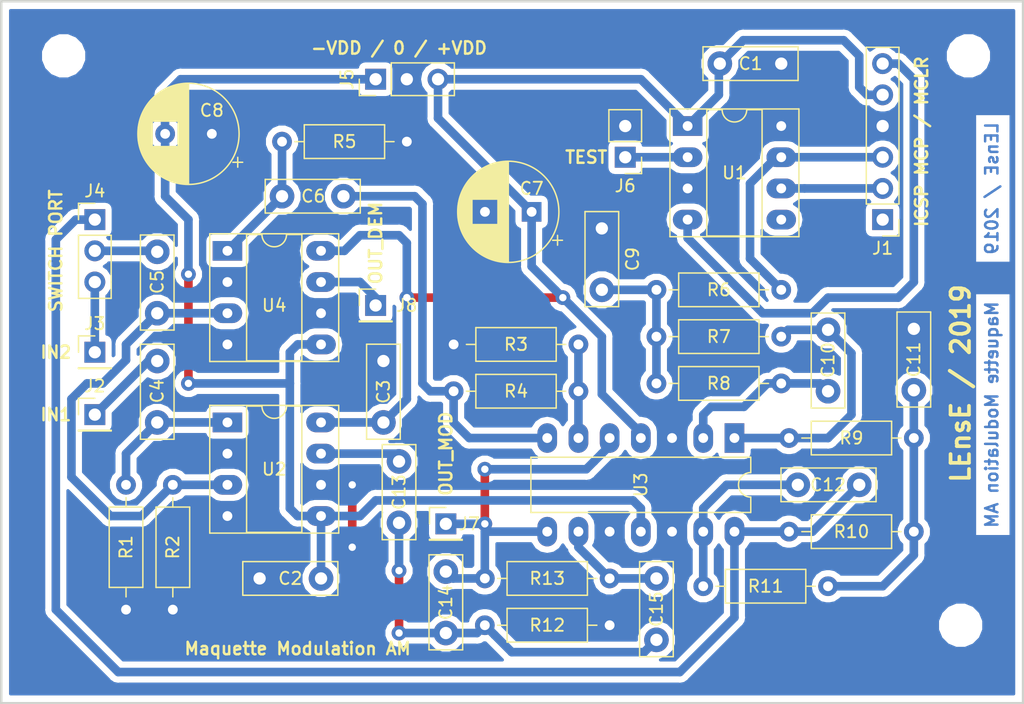
<source format=kicad_pcb>
(kicad_pcb (version 20171130) (host pcbnew "(5.0.1)-4")

  (general
    (thickness 1.6)
    (drawings 16)
    (tracks 178)
    (zones 0)
    (modules 43)
    (nets 29)
  )

  (page A4)
  (layers
    (0 F.Cu signal)
    (31 B.Cu signal)
    (32 B.Adhes user hide)
    (33 F.Adhes user hide)
    (34 B.Paste user hide)
    (35 F.Paste user hide)
    (36 B.SilkS user hide)
    (37 F.SilkS user)
    (38 B.Mask user hide)
    (39 F.Mask user hide)
    (40 Dwgs.User user hide)
    (41 Cmts.User user hide)
    (42 Eco1.User user hide)
    (43 Eco2.User user hide)
    (44 Edge.Cuts user)
    (45 Margin user hide)
    (46 B.CrtYd user hide)
    (47 F.CrtYd user hide)
    (48 B.Fab user hide)
    (49 F.Fab user hide)
  )

  (setup
    (last_trace_width 0.7)
    (trace_clearance 0.2)
    (zone_clearance 0.508)
    (zone_45_only no)
    (trace_min 0.2)
    (segment_width 0.2)
    (edge_width 0.1)
    (via_size 1.2)
    (via_drill 0.6)
    (via_min_size 0.4)
    (via_min_drill 0.3)
    (uvia_size 0.3)
    (uvia_drill 0.1)
    (uvias_allowed no)
    (uvia_min_size 0.2)
    (uvia_min_drill 0.1)
    (pcb_text_width 0.3)
    (pcb_text_size 1.5 1.5)
    (mod_edge_width 0.15)
    (mod_text_size 1 1)
    (mod_text_width 0.15)
    (pad_size 1.5 1.5)
    (pad_drill 0.6)
    (pad_to_mask_clearance 0)
    (solder_mask_min_width 0.25)
    (aux_axis_origin 0 0)
    (visible_elements 7FFFFFFF)
    (pcbplotparams
      (layerselection 0x010fc_ffffffff)
      (usegerberextensions false)
      (usegerberattributes false)
      (usegerberadvancedattributes false)
      (creategerberjobfile false)
      (excludeedgelayer true)
      (linewidth 0.100000)
      (plotframeref false)
      (viasonmask false)
      (mode 1)
      (useauxorigin false)
      (hpglpennumber 1)
      (hpglpenspeed 20)
      (hpglpendiameter 15.000000)
      (psnegative false)
      (psa4output false)
      (plotreference true)
      (plotvalue true)
      (plotinvisibletext false)
      (padsonsilk false)
      (subtractmaskfromsilk false)
      (outputformat 1)
      (mirror false)
      (drillshape 0)
      (scaleselection 1)
      (outputdirectory "gerber_modulation_v2"))
  )

  (net 0 "")
  (net 1 VDD)
  (net 2 GND)
  (net 3 -VDD)
  (net 4 IN1)
  (net 5 "Net-(C4-Pad1)")
  (net 6 IN2_CH_FIL)
  (net 7 IN2_CH)
  (net 8 "Net-(C6-Pad1)")
  (net 9 MOD_AMP)
  (net 10 "Net-(C9-Pad2)")
  (net 11 "Net-(C10-Pad2)")
  (net 12 "Net-(C10-Pad1)")
  (net 13 "Net-(C11-Pad2)")
  (net 14 "Net-(C12-Pad2)")
  (net 15 OUT2_FILT)
  (net 16 "Net-(J1-Pad1)")
  (net 17 ICSP_PGC)
  (net 18 ICSP_PGD)
  (net 19 ICSP_MCLR)
  (net 20 IN2)
  (net 21 OUT_MODUL)
  (net 22 OUT_DEMOD)
  (net 23 TEST_OUT)
  (net 24 "Net-(R3-Pad1)")
  (net 25 "Net-(U1-Pad5)")
  (net 26 "Net-(C13-Pad1)")
  (net 27 OUT_MODUL_M)
  (net 28 "Net-(C15-Pad2)")

  (net_class Default "Ceci est la Netclass par défaut."
    (clearance 0.2)
    (trace_width 0.7)
    (via_dia 1.2)
    (via_drill 0.6)
    (uvia_dia 0.3)
    (uvia_drill 0.1)
    (add_net -VDD)
    (add_net GND)
    (add_net ICSP_MCLR)
    (add_net ICSP_PGC)
    (add_net ICSP_PGD)
    (add_net IN1)
    (add_net IN2)
    (add_net IN2_CH)
    (add_net IN2_CH_FIL)
    (add_net MOD_AMP)
    (add_net "Net-(C10-Pad1)")
    (add_net "Net-(C10-Pad2)")
    (add_net "Net-(C11-Pad2)")
    (add_net "Net-(C12-Pad2)")
    (add_net "Net-(C13-Pad1)")
    (add_net "Net-(C15-Pad2)")
    (add_net "Net-(C4-Pad1)")
    (add_net "Net-(C6-Pad1)")
    (add_net "Net-(C9-Pad2)")
    (add_net "Net-(J1-Pad1)")
    (add_net "Net-(R3-Pad1)")
    (add_net "Net-(U1-Pad5)")
    (add_net OUT2_FILT)
    (add_net OUT_DEMOD)
    (add_net OUT_MODUL)
    (add_net OUT_MODUL_M)
    (add_net TEST_OUT)
    (add_net VDD)
  )

  (module Capacitor_THT:C_Disc_D7.5mm_W2.5mm_P5.00mm (layer F.Cu) (tedit 5AE50EF0) (tstamp 5CF61D21)
    (at 207.645 133.43 270)
    (descr "C, Disc series, Radial, pin pitch=5.00mm, , diameter*width=7.5*2.5mm^2, Capacitor, http://www.vishay.com/docs/28535/vy2series.pdf")
    (tags "C Disc series Radial pin pitch 5.00mm  diameter 7.5mm width 2.5mm Capacitor")
    (path /5CE305F8)
    (fp_text reference C3 (at 2.5 0 270) (layer F.SilkS)
      (effects (font (size 1 1) (thickness 0.15)))
    )
    (fp_text value 100n (at 2.5 2.5 270) (layer F.Fab)
      (effects (font (size 1 1) (thickness 0.15)))
    )
    (fp_text user %R (at 2.5 0 270) (layer F.Fab)
      (effects (font (size 1 1) (thickness 0.15)))
    )
    (fp_line (start 6.5 -1.5) (end -1.5 -1.5) (layer F.CrtYd) (width 0.05))
    (fp_line (start 6.5 1.5) (end 6.5 -1.5) (layer F.CrtYd) (width 0.05))
    (fp_line (start -1.5 1.5) (end 6.5 1.5) (layer F.CrtYd) (width 0.05))
    (fp_line (start -1.5 -1.5) (end -1.5 1.5) (layer F.CrtYd) (width 0.05))
    (fp_line (start 6.37 -1.37) (end 6.37 1.37) (layer F.SilkS) (width 0.12))
    (fp_line (start -1.37 -1.37) (end -1.37 1.37) (layer F.SilkS) (width 0.12))
    (fp_line (start -1.37 1.37) (end 6.37 1.37) (layer F.SilkS) (width 0.12))
    (fp_line (start -1.37 -1.37) (end 6.37 -1.37) (layer F.SilkS) (width 0.12))
    (fp_line (start 6.25 -1.25) (end -1.25 -1.25) (layer F.Fab) (width 0.1))
    (fp_line (start 6.25 1.25) (end 6.25 -1.25) (layer F.Fab) (width 0.1))
    (fp_line (start -1.25 1.25) (end 6.25 1.25) (layer F.Fab) (width 0.1))
    (fp_line (start -1.25 -1.25) (end -1.25 1.25) (layer F.Fab) (width 0.1))
    (pad 2 thru_hole circle (at 5 0 270) (size 2 2) (drill 1) (layers *.Cu *.Mask)
      (net 1 VDD))
    (pad 1 thru_hole circle (at 0 0 270) (size 2 2) (drill 1) (layers *.Cu *.Mask)
      (net 2 GND))
    (model ${KISYS3DMOD}/Capacitor_THT.3dshapes/C_Disc_D7.5mm_W2.5mm_P5.00mm.wrl
      (at (xyz 0 0 0))
      (scale (xyz 1 1 1))
      (rotate (xyz 0 0 0))
    )
  )

  (module MountingHole:MountingHole_2.5mm (layer F.Cu) (tedit 5CE9A0CD) (tstamp 5D02B9F5)
    (at 254.635 154.94)
    (descr "Mounting Hole 2.5mm, no annular")
    (tags "mounting hole 2.5mm no annular")
    (attr virtual)
    (fp_text reference REF** (at 0 -3.5) (layer F.SilkS) hide
      (effects (font (size 1 1) (thickness 0.15)))
    )
    (fp_text value MountingHole_2.5mm (at 0 3.5) (layer F.Fab)
      (effects (font (size 1 1) (thickness 0.15)))
    )
    (fp_text user %R (at 0.3 0) (layer F.Fab)
      (effects (font (size 1 1) (thickness 0.15)))
    )
    (fp_circle (center 0 0) (end 2.5 0) (layer Cmts.User) (width 0.15))
    (fp_circle (center 0 0) (end 2.75 0) (layer F.CrtYd) (width 0.05))
    (pad 1 np_thru_hole circle (at 0 0) (size 2.5 2.5) (drill 2.5) (layers *.Cu *.Mask))
  )

  (module MountingHole:MountingHole_2.5mm (layer F.Cu) (tedit 5CED092D) (tstamp 5D02B965)
    (at 181.61 108.585)
    (descr "Mounting Hole 2.5mm, no annular")
    (tags "mounting hole 2.5mm no annular")
    (attr virtual)
    (fp_text reference eREF** (at 0.635 -2.54) (layer F.SilkS) hide
      (effects (font (size 1 1) (thickness 0.15)))
    )
    (fp_text value MountingHole_2.5mm (at 0 3.5) (layer F.Fab)
      (effects (font (size 1 1) (thickness 0.15)))
    )
    (fp_text user %R (at 0.3 0) (layer F.Fab)
      (effects (font (size 1 1) (thickness 0.15)))
    )
    (fp_circle (center 0 0) (end 2.5 0) (layer Cmts.User) (width 0.15))
    (fp_circle (center 0 0) (end 2.75 0) (layer F.CrtYd) (width 0.05))
    (pad 1 np_thru_hole circle (at 0 0) (size 2.5 2.5) (drill 2.5) (layers *.Cu *.Mask))
  )

  (module Capacitor_THT:C_Disc_D7.5mm_W2.5mm_P5.00mm (layer F.Cu) (tedit 5AE50EF0) (tstamp 5CF61CFB)
    (at 240.03 109.22 180)
    (descr "C, Disc series, Radial, pin pitch=5.00mm, , diameter*width=7.5*2.5mm^2, Capacitor, http://www.vishay.com/docs/28535/vy2series.pdf")
    (tags "C Disc series Radial pin pitch 5.00mm  diameter 7.5mm width 2.5mm Capacitor")
    (path /5CE303E2)
    (fp_text reference C1 (at 2.5 0 180) (layer F.SilkS)
      (effects (font (size 1 1) (thickness 0.15)))
    )
    (fp_text value 100n (at 2.5 2.5 180) (layer F.Fab)
      (effects (font (size 1 1) (thickness 0.15)))
    )
    (fp_text user %R (at 2.5 0 180) (layer F.Fab)
      (effects (font (size 1 1) (thickness 0.15)))
    )
    (fp_line (start 6.5 -1.5) (end -1.5 -1.5) (layer F.CrtYd) (width 0.05))
    (fp_line (start 6.5 1.5) (end 6.5 -1.5) (layer F.CrtYd) (width 0.05))
    (fp_line (start -1.5 1.5) (end 6.5 1.5) (layer F.CrtYd) (width 0.05))
    (fp_line (start -1.5 -1.5) (end -1.5 1.5) (layer F.CrtYd) (width 0.05))
    (fp_line (start 6.37 -1.37) (end 6.37 1.37) (layer F.SilkS) (width 0.12))
    (fp_line (start -1.37 -1.37) (end -1.37 1.37) (layer F.SilkS) (width 0.12))
    (fp_line (start -1.37 1.37) (end 6.37 1.37) (layer F.SilkS) (width 0.12))
    (fp_line (start -1.37 -1.37) (end 6.37 -1.37) (layer F.SilkS) (width 0.12))
    (fp_line (start 6.25 -1.25) (end -1.25 -1.25) (layer F.Fab) (width 0.1))
    (fp_line (start 6.25 1.25) (end 6.25 -1.25) (layer F.Fab) (width 0.1))
    (fp_line (start -1.25 1.25) (end 6.25 1.25) (layer F.Fab) (width 0.1))
    (fp_line (start -1.25 -1.25) (end -1.25 1.25) (layer F.Fab) (width 0.1))
    (pad 2 thru_hole circle (at 5 0 180) (size 2 2) (drill 1) (layers *.Cu *.Mask)
      (net 1 VDD))
    (pad 1 thru_hole circle (at 0 0 180) (size 2 2) (drill 1) (layers *.Cu *.Mask)
      (net 2 GND))
    (model ${KISYS3DMOD}/Capacitor_THT.3dshapes/C_Disc_D7.5mm_W2.5mm_P5.00mm.wrl
      (at (xyz 0 0 0))
      (scale (xyz 1 1 1))
      (rotate (xyz 0 0 0))
    )
  )

  (module Capacitor_THT:C_Disc_D7.5mm_W2.5mm_P5.00mm (layer F.Cu) (tedit 5AE50EF0) (tstamp 5CF61D0E)
    (at 202.565 151.13 180)
    (descr "C, Disc series, Radial, pin pitch=5.00mm, , diameter*width=7.5*2.5mm^2, Capacitor, http://www.vishay.com/docs/28535/vy2series.pdf")
    (tags "C Disc series Radial pin pitch 5.00mm  diameter 7.5mm width 2.5mm Capacitor")
    (path /5CE305B0)
    (fp_text reference C2 (at 2.5 0 180) (layer F.SilkS)
      (effects (font (size 1 1) (thickness 0.15)))
    )
    (fp_text value 100n (at 2.5 2.5 180) (layer F.Fab)
      (effects (font (size 1 1) (thickness 0.15)))
    )
    (fp_line (start -1.25 -1.25) (end -1.25 1.25) (layer F.Fab) (width 0.1))
    (fp_line (start -1.25 1.25) (end 6.25 1.25) (layer F.Fab) (width 0.1))
    (fp_line (start 6.25 1.25) (end 6.25 -1.25) (layer F.Fab) (width 0.1))
    (fp_line (start 6.25 -1.25) (end -1.25 -1.25) (layer F.Fab) (width 0.1))
    (fp_line (start -1.37 -1.37) (end 6.37 -1.37) (layer F.SilkS) (width 0.12))
    (fp_line (start -1.37 1.37) (end 6.37 1.37) (layer F.SilkS) (width 0.12))
    (fp_line (start -1.37 -1.37) (end -1.37 1.37) (layer F.SilkS) (width 0.12))
    (fp_line (start 6.37 -1.37) (end 6.37 1.37) (layer F.SilkS) (width 0.12))
    (fp_line (start -1.5 -1.5) (end -1.5 1.5) (layer F.CrtYd) (width 0.05))
    (fp_line (start -1.5 1.5) (end 6.5 1.5) (layer F.CrtYd) (width 0.05))
    (fp_line (start 6.5 1.5) (end 6.5 -1.5) (layer F.CrtYd) (width 0.05))
    (fp_line (start 6.5 -1.5) (end -1.5 -1.5) (layer F.CrtYd) (width 0.05))
    (fp_text user %R (at 2.5 0 180) (layer F.Fab)
      (effects (font (size 1 1) (thickness 0.15)))
    )
    (pad 1 thru_hole circle (at 0 0 180) (size 2 2) (drill 1) (layers *.Cu *.Mask)
      (net 3 -VDD))
    (pad 2 thru_hole circle (at 5 0 180) (size 2 2) (drill 1) (layers *.Cu *.Mask)
      (net 2 GND))
    (model ${KISYS3DMOD}/Capacitor_THT.3dshapes/C_Disc_D7.5mm_W2.5mm_P5.00mm.wrl
      (at (xyz 0 0 0))
      (scale (xyz 1 1 1))
      (rotate (xyz 0 0 0))
    )
  )

  (module Capacitor_THT:C_Disc_D7.5mm_W2.5mm_P5.00mm (layer F.Cu) (tedit 5AE50EF0) (tstamp 5CF61D34)
    (at 189.23 138.43 90)
    (descr "C, Disc series, Radial, pin pitch=5.00mm, , diameter*width=7.5*2.5mm^2, Capacitor, http://www.vishay.com/docs/28535/vy2series.pdf")
    (tags "C Disc series Radial pin pitch 5.00mm  diameter 7.5mm width 2.5mm Capacitor")
    (path /5CE2CC34)
    (fp_text reference C4 (at 2.54 0 90) (layer F.SilkS)
      (effects (font (size 1 1) (thickness 0.15)))
    )
    (fp_text value 100n (at 2.5 2.5 90) (layer F.Fab)
      (effects (font (size 1 1) (thickness 0.15)))
    )
    (fp_text user %R (at 2.5 0 90) (layer F.Fab)
      (effects (font (size 1 1) (thickness 0.15)))
    )
    (fp_line (start 6.5 -1.5) (end -1.5 -1.5) (layer F.CrtYd) (width 0.05))
    (fp_line (start 6.5 1.5) (end 6.5 -1.5) (layer F.CrtYd) (width 0.05))
    (fp_line (start -1.5 1.5) (end 6.5 1.5) (layer F.CrtYd) (width 0.05))
    (fp_line (start -1.5 -1.5) (end -1.5 1.5) (layer F.CrtYd) (width 0.05))
    (fp_line (start 6.37 -1.37) (end 6.37 1.37) (layer F.SilkS) (width 0.12))
    (fp_line (start -1.37 -1.37) (end -1.37 1.37) (layer F.SilkS) (width 0.12))
    (fp_line (start -1.37 1.37) (end 6.37 1.37) (layer F.SilkS) (width 0.12))
    (fp_line (start -1.37 -1.37) (end 6.37 -1.37) (layer F.SilkS) (width 0.12))
    (fp_line (start 6.25 -1.25) (end -1.25 -1.25) (layer F.Fab) (width 0.1))
    (fp_line (start 6.25 1.25) (end 6.25 -1.25) (layer F.Fab) (width 0.1))
    (fp_line (start -1.25 1.25) (end 6.25 1.25) (layer F.Fab) (width 0.1))
    (fp_line (start -1.25 -1.25) (end -1.25 1.25) (layer F.Fab) (width 0.1))
    (pad 2 thru_hole circle (at 5 0 90) (size 2 2) (drill 1) (layers *.Cu *.Mask)
      (net 4 IN1))
    (pad 1 thru_hole circle (at 0 0 90) (size 2 2) (drill 1) (layers *.Cu *.Mask)
      (net 5 "Net-(C4-Pad1)"))
    (model ${KISYS3DMOD}/Capacitor_THT.3dshapes/C_Disc_D7.5mm_W2.5mm_P5.00mm.wrl
      (at (xyz 0 0 0))
      (scale (xyz 1 1 1))
      (rotate (xyz 0 0 0))
    )
  )

  (module Capacitor_THT:C_Disc_D7.5mm_W2.5mm_P5.00mm (layer F.Cu) (tedit 5AE50EF0) (tstamp 5CF61D47)
    (at 189.23 129.54 90)
    (descr "C, Disc series, Radial, pin pitch=5.00mm, , diameter*width=7.5*2.5mm^2, Capacitor, http://www.vishay.com/docs/28535/vy2series.pdf")
    (tags "C Disc series Radial pin pitch 5.00mm  diameter 7.5mm width 2.5mm Capacitor")
    (path /5CE2CBBD)
    (fp_text reference C5 (at 2.54 0 90) (layer F.SilkS)
      (effects (font (size 1 1) (thickness 0.15)))
    )
    (fp_text value 100n (at 2.5 2.5 90) (layer F.Fab)
      (effects (font (size 1 1) (thickness 0.15)))
    )
    (fp_line (start -1.25 -1.25) (end -1.25 1.25) (layer F.Fab) (width 0.1))
    (fp_line (start -1.25 1.25) (end 6.25 1.25) (layer F.Fab) (width 0.1))
    (fp_line (start 6.25 1.25) (end 6.25 -1.25) (layer F.Fab) (width 0.1))
    (fp_line (start 6.25 -1.25) (end -1.25 -1.25) (layer F.Fab) (width 0.1))
    (fp_line (start -1.37 -1.37) (end 6.37 -1.37) (layer F.SilkS) (width 0.12))
    (fp_line (start -1.37 1.37) (end 6.37 1.37) (layer F.SilkS) (width 0.12))
    (fp_line (start -1.37 -1.37) (end -1.37 1.37) (layer F.SilkS) (width 0.12))
    (fp_line (start 6.37 -1.37) (end 6.37 1.37) (layer F.SilkS) (width 0.12))
    (fp_line (start -1.5 -1.5) (end -1.5 1.5) (layer F.CrtYd) (width 0.05))
    (fp_line (start -1.5 1.5) (end 6.5 1.5) (layer F.CrtYd) (width 0.05))
    (fp_line (start 6.5 1.5) (end 6.5 -1.5) (layer F.CrtYd) (width 0.05))
    (fp_line (start 6.5 -1.5) (end -1.5 -1.5) (layer F.CrtYd) (width 0.05))
    (fp_text user %R (at 2.5 0 90) (layer F.Fab)
      (effects (font (size 1 1) (thickness 0.15)))
    )
    (pad 1 thru_hole circle (at 0 0 90) (size 2 2) (drill 1) (layers *.Cu *.Mask)
      (net 6 IN2_CH_FIL))
    (pad 2 thru_hole circle (at 5 0 90) (size 2 2) (drill 1) (layers *.Cu *.Mask)
      (net 7 IN2_CH))
    (model ${KISYS3DMOD}/Capacitor_THT.3dshapes/C_Disc_D7.5mm_W2.5mm_P5.00mm.wrl
      (at (xyz 0 0 0))
      (scale (xyz 1 1 1))
      (rotate (xyz 0 0 0))
    )
  )

  (module Capacitor_THT:C_Disc_D7.5mm_W2.5mm_P5.00mm (layer F.Cu) (tedit 5AE50EF0) (tstamp 5CF61D5A)
    (at 199.39 120.015)
    (descr "C, Disc series, Radial, pin pitch=5.00mm, , diameter*width=7.5*2.5mm^2, Capacitor, http://www.vishay.com/docs/28535/vy2series.pdf")
    (tags "C Disc series Radial pin pitch 5.00mm  diameter 7.5mm width 2.5mm Capacitor")
    (path /5CE47CF6)
    (fp_text reference C6 (at 2.54 0) (layer F.SilkS)
      (effects (font (size 1 1) (thickness 0.15)))
    )
    (fp_text value 100n (at 2.5 2.5) (layer F.Fab)
      (effects (font (size 1 1) (thickness 0.15)))
    )
    (fp_line (start -1.25 -1.25) (end -1.25 1.25) (layer F.Fab) (width 0.1))
    (fp_line (start -1.25 1.25) (end 6.25 1.25) (layer F.Fab) (width 0.1))
    (fp_line (start 6.25 1.25) (end 6.25 -1.25) (layer F.Fab) (width 0.1))
    (fp_line (start 6.25 -1.25) (end -1.25 -1.25) (layer F.Fab) (width 0.1))
    (fp_line (start -1.37 -1.37) (end 6.37 -1.37) (layer F.SilkS) (width 0.12))
    (fp_line (start -1.37 1.37) (end 6.37 1.37) (layer F.SilkS) (width 0.12))
    (fp_line (start -1.37 -1.37) (end -1.37 1.37) (layer F.SilkS) (width 0.12))
    (fp_line (start 6.37 -1.37) (end 6.37 1.37) (layer F.SilkS) (width 0.12))
    (fp_line (start -1.5 -1.5) (end -1.5 1.5) (layer F.CrtYd) (width 0.05))
    (fp_line (start -1.5 1.5) (end 6.5 1.5) (layer F.CrtYd) (width 0.05))
    (fp_line (start 6.5 1.5) (end 6.5 -1.5) (layer F.CrtYd) (width 0.05))
    (fp_line (start 6.5 -1.5) (end -1.5 -1.5) (layer F.CrtYd) (width 0.05))
    (fp_text user %R (at 2.5 0) (layer F.Fab)
      (effects (font (size 1 1) (thickness 0.15)))
    )
    (pad 1 thru_hole circle (at 0 0) (size 2 2) (drill 1) (layers *.Cu *.Mask)
      (net 8 "Net-(C6-Pad1)"))
    (pad 2 thru_hole circle (at 5 0) (size 2 2) (drill 1) (layers *.Cu *.Mask)
      (net 9 MOD_AMP))
    (model ${KISYS3DMOD}/Capacitor_THT.3dshapes/C_Disc_D7.5mm_W2.5mm_P5.00mm.wrl
      (at (xyz 0 0 0))
      (scale (xyz 1 1 1))
      (rotate (xyz 0 0 0))
    )
  )

  (module Capacitor_THT:CP_Radial_D8.0mm_P3.80mm (layer F.Cu) (tedit 5AE50EF0) (tstamp 5CF61E03)
    (at 219.71 121.285 180)
    (descr "CP, Radial series, Radial, pin pitch=3.80mm, , diameter=8mm, Electrolytic Capacitor")
    (tags "CP Radial series Radial pin pitch 3.80mm  diameter 8mm Electrolytic Capacitor")
    (path /5CEADF28)
    (fp_text reference C7 (at 0 1.905 180) (layer F.SilkS)
      (effects (font (size 1 1) (thickness 0.15)))
    )
    (fp_text value 10uF (at 1.9 5.25 180) (layer F.Fab)
      (effects (font (size 1 1) (thickness 0.15)))
    )
    (fp_circle (center 1.9 0) (end 5.9 0) (layer F.Fab) (width 0.1))
    (fp_circle (center 1.9 0) (end 6.02 0) (layer F.SilkS) (width 0.12))
    (fp_circle (center 1.9 0) (end 6.15 0) (layer F.CrtYd) (width 0.05))
    (fp_line (start -1.526759 -1.7475) (end -0.726759 -1.7475) (layer F.Fab) (width 0.1))
    (fp_line (start -1.126759 -2.1475) (end -1.126759 -1.3475) (layer F.Fab) (width 0.1))
    (fp_line (start 1.9 -4.08) (end 1.9 4.08) (layer F.SilkS) (width 0.12))
    (fp_line (start 1.94 -4.08) (end 1.94 4.08) (layer F.SilkS) (width 0.12))
    (fp_line (start 1.98 -4.08) (end 1.98 4.08) (layer F.SilkS) (width 0.12))
    (fp_line (start 2.02 -4.079) (end 2.02 4.079) (layer F.SilkS) (width 0.12))
    (fp_line (start 2.06 -4.077) (end 2.06 4.077) (layer F.SilkS) (width 0.12))
    (fp_line (start 2.1 -4.076) (end 2.1 4.076) (layer F.SilkS) (width 0.12))
    (fp_line (start 2.14 -4.074) (end 2.14 4.074) (layer F.SilkS) (width 0.12))
    (fp_line (start 2.18 -4.071) (end 2.18 4.071) (layer F.SilkS) (width 0.12))
    (fp_line (start 2.22 -4.068) (end 2.22 4.068) (layer F.SilkS) (width 0.12))
    (fp_line (start 2.26 -4.065) (end 2.26 4.065) (layer F.SilkS) (width 0.12))
    (fp_line (start 2.3 -4.061) (end 2.3 4.061) (layer F.SilkS) (width 0.12))
    (fp_line (start 2.34 -4.057) (end 2.34 4.057) (layer F.SilkS) (width 0.12))
    (fp_line (start 2.38 -4.052) (end 2.38 4.052) (layer F.SilkS) (width 0.12))
    (fp_line (start 2.42 -4.048) (end 2.42 4.048) (layer F.SilkS) (width 0.12))
    (fp_line (start 2.46 -4.042) (end 2.46 4.042) (layer F.SilkS) (width 0.12))
    (fp_line (start 2.5 -4.037) (end 2.5 4.037) (layer F.SilkS) (width 0.12))
    (fp_line (start 2.54 -4.03) (end 2.54 4.03) (layer F.SilkS) (width 0.12))
    (fp_line (start 2.58 -4.024) (end 2.58 4.024) (layer F.SilkS) (width 0.12))
    (fp_line (start 2.621 -4.017) (end 2.621 4.017) (layer F.SilkS) (width 0.12))
    (fp_line (start 2.661 -4.01) (end 2.661 4.01) (layer F.SilkS) (width 0.12))
    (fp_line (start 2.701 -4.002) (end 2.701 4.002) (layer F.SilkS) (width 0.12))
    (fp_line (start 2.741 -3.994) (end 2.741 3.994) (layer F.SilkS) (width 0.12))
    (fp_line (start 2.781 -3.985) (end 2.781 -1.04) (layer F.SilkS) (width 0.12))
    (fp_line (start 2.781 1.04) (end 2.781 3.985) (layer F.SilkS) (width 0.12))
    (fp_line (start 2.821 -3.976) (end 2.821 -1.04) (layer F.SilkS) (width 0.12))
    (fp_line (start 2.821 1.04) (end 2.821 3.976) (layer F.SilkS) (width 0.12))
    (fp_line (start 2.861 -3.967) (end 2.861 -1.04) (layer F.SilkS) (width 0.12))
    (fp_line (start 2.861 1.04) (end 2.861 3.967) (layer F.SilkS) (width 0.12))
    (fp_line (start 2.901 -3.957) (end 2.901 -1.04) (layer F.SilkS) (width 0.12))
    (fp_line (start 2.901 1.04) (end 2.901 3.957) (layer F.SilkS) (width 0.12))
    (fp_line (start 2.941 -3.947) (end 2.941 -1.04) (layer F.SilkS) (width 0.12))
    (fp_line (start 2.941 1.04) (end 2.941 3.947) (layer F.SilkS) (width 0.12))
    (fp_line (start 2.981 -3.936) (end 2.981 -1.04) (layer F.SilkS) (width 0.12))
    (fp_line (start 2.981 1.04) (end 2.981 3.936) (layer F.SilkS) (width 0.12))
    (fp_line (start 3.021 -3.925) (end 3.021 -1.04) (layer F.SilkS) (width 0.12))
    (fp_line (start 3.021 1.04) (end 3.021 3.925) (layer F.SilkS) (width 0.12))
    (fp_line (start 3.061 -3.914) (end 3.061 -1.04) (layer F.SilkS) (width 0.12))
    (fp_line (start 3.061 1.04) (end 3.061 3.914) (layer F.SilkS) (width 0.12))
    (fp_line (start 3.101 -3.902) (end 3.101 -1.04) (layer F.SilkS) (width 0.12))
    (fp_line (start 3.101 1.04) (end 3.101 3.902) (layer F.SilkS) (width 0.12))
    (fp_line (start 3.141 -3.889) (end 3.141 -1.04) (layer F.SilkS) (width 0.12))
    (fp_line (start 3.141 1.04) (end 3.141 3.889) (layer F.SilkS) (width 0.12))
    (fp_line (start 3.181 -3.877) (end 3.181 -1.04) (layer F.SilkS) (width 0.12))
    (fp_line (start 3.181 1.04) (end 3.181 3.877) (layer F.SilkS) (width 0.12))
    (fp_line (start 3.221 -3.863) (end 3.221 -1.04) (layer F.SilkS) (width 0.12))
    (fp_line (start 3.221 1.04) (end 3.221 3.863) (layer F.SilkS) (width 0.12))
    (fp_line (start 3.261 -3.85) (end 3.261 -1.04) (layer F.SilkS) (width 0.12))
    (fp_line (start 3.261 1.04) (end 3.261 3.85) (layer F.SilkS) (width 0.12))
    (fp_line (start 3.301 -3.835) (end 3.301 -1.04) (layer F.SilkS) (width 0.12))
    (fp_line (start 3.301 1.04) (end 3.301 3.835) (layer F.SilkS) (width 0.12))
    (fp_line (start 3.341 -3.821) (end 3.341 -1.04) (layer F.SilkS) (width 0.12))
    (fp_line (start 3.341 1.04) (end 3.341 3.821) (layer F.SilkS) (width 0.12))
    (fp_line (start 3.381 -3.805) (end 3.381 -1.04) (layer F.SilkS) (width 0.12))
    (fp_line (start 3.381 1.04) (end 3.381 3.805) (layer F.SilkS) (width 0.12))
    (fp_line (start 3.421 -3.79) (end 3.421 -1.04) (layer F.SilkS) (width 0.12))
    (fp_line (start 3.421 1.04) (end 3.421 3.79) (layer F.SilkS) (width 0.12))
    (fp_line (start 3.461 -3.774) (end 3.461 -1.04) (layer F.SilkS) (width 0.12))
    (fp_line (start 3.461 1.04) (end 3.461 3.774) (layer F.SilkS) (width 0.12))
    (fp_line (start 3.501 -3.757) (end 3.501 -1.04) (layer F.SilkS) (width 0.12))
    (fp_line (start 3.501 1.04) (end 3.501 3.757) (layer F.SilkS) (width 0.12))
    (fp_line (start 3.541 -3.74) (end 3.541 -1.04) (layer F.SilkS) (width 0.12))
    (fp_line (start 3.541 1.04) (end 3.541 3.74) (layer F.SilkS) (width 0.12))
    (fp_line (start 3.581 -3.722) (end 3.581 -1.04) (layer F.SilkS) (width 0.12))
    (fp_line (start 3.581 1.04) (end 3.581 3.722) (layer F.SilkS) (width 0.12))
    (fp_line (start 3.621 -3.704) (end 3.621 -1.04) (layer F.SilkS) (width 0.12))
    (fp_line (start 3.621 1.04) (end 3.621 3.704) (layer F.SilkS) (width 0.12))
    (fp_line (start 3.661 -3.686) (end 3.661 -1.04) (layer F.SilkS) (width 0.12))
    (fp_line (start 3.661 1.04) (end 3.661 3.686) (layer F.SilkS) (width 0.12))
    (fp_line (start 3.701 -3.666) (end 3.701 -1.04) (layer F.SilkS) (width 0.12))
    (fp_line (start 3.701 1.04) (end 3.701 3.666) (layer F.SilkS) (width 0.12))
    (fp_line (start 3.741 -3.647) (end 3.741 -1.04) (layer F.SilkS) (width 0.12))
    (fp_line (start 3.741 1.04) (end 3.741 3.647) (layer F.SilkS) (width 0.12))
    (fp_line (start 3.781 -3.627) (end 3.781 -1.04) (layer F.SilkS) (width 0.12))
    (fp_line (start 3.781 1.04) (end 3.781 3.627) (layer F.SilkS) (width 0.12))
    (fp_line (start 3.821 -3.606) (end 3.821 -1.04) (layer F.SilkS) (width 0.12))
    (fp_line (start 3.821 1.04) (end 3.821 3.606) (layer F.SilkS) (width 0.12))
    (fp_line (start 3.861 -3.584) (end 3.861 -1.04) (layer F.SilkS) (width 0.12))
    (fp_line (start 3.861 1.04) (end 3.861 3.584) (layer F.SilkS) (width 0.12))
    (fp_line (start 3.901 -3.562) (end 3.901 -1.04) (layer F.SilkS) (width 0.12))
    (fp_line (start 3.901 1.04) (end 3.901 3.562) (layer F.SilkS) (width 0.12))
    (fp_line (start 3.941 -3.54) (end 3.941 -1.04) (layer F.SilkS) (width 0.12))
    (fp_line (start 3.941 1.04) (end 3.941 3.54) (layer F.SilkS) (width 0.12))
    (fp_line (start 3.981 -3.517) (end 3.981 -1.04) (layer F.SilkS) (width 0.12))
    (fp_line (start 3.981 1.04) (end 3.981 3.517) (layer F.SilkS) (width 0.12))
    (fp_line (start 4.021 -3.493) (end 4.021 -1.04) (layer F.SilkS) (width 0.12))
    (fp_line (start 4.021 1.04) (end 4.021 3.493) (layer F.SilkS) (width 0.12))
    (fp_line (start 4.061 -3.469) (end 4.061 -1.04) (layer F.SilkS) (width 0.12))
    (fp_line (start 4.061 1.04) (end 4.061 3.469) (layer F.SilkS) (width 0.12))
    (fp_line (start 4.101 -3.444) (end 4.101 -1.04) (layer F.SilkS) (width 0.12))
    (fp_line (start 4.101 1.04) (end 4.101 3.444) (layer F.SilkS) (width 0.12))
    (fp_line (start 4.141 -3.418) (end 4.141 -1.04) (layer F.SilkS) (width 0.12))
    (fp_line (start 4.141 1.04) (end 4.141 3.418) (layer F.SilkS) (width 0.12))
    (fp_line (start 4.181 -3.392) (end 4.181 -1.04) (layer F.SilkS) (width 0.12))
    (fp_line (start 4.181 1.04) (end 4.181 3.392) (layer F.SilkS) (width 0.12))
    (fp_line (start 4.221 -3.365) (end 4.221 -1.04) (layer F.SilkS) (width 0.12))
    (fp_line (start 4.221 1.04) (end 4.221 3.365) (layer F.SilkS) (width 0.12))
    (fp_line (start 4.261 -3.338) (end 4.261 -1.04) (layer F.SilkS) (width 0.12))
    (fp_line (start 4.261 1.04) (end 4.261 3.338) (layer F.SilkS) (width 0.12))
    (fp_line (start 4.301 -3.309) (end 4.301 -1.04) (layer F.SilkS) (width 0.12))
    (fp_line (start 4.301 1.04) (end 4.301 3.309) (layer F.SilkS) (width 0.12))
    (fp_line (start 4.341 -3.28) (end 4.341 -1.04) (layer F.SilkS) (width 0.12))
    (fp_line (start 4.341 1.04) (end 4.341 3.28) (layer F.SilkS) (width 0.12))
    (fp_line (start 4.381 -3.25) (end 4.381 -1.04) (layer F.SilkS) (width 0.12))
    (fp_line (start 4.381 1.04) (end 4.381 3.25) (layer F.SilkS) (width 0.12))
    (fp_line (start 4.421 -3.22) (end 4.421 -1.04) (layer F.SilkS) (width 0.12))
    (fp_line (start 4.421 1.04) (end 4.421 3.22) (layer F.SilkS) (width 0.12))
    (fp_line (start 4.461 -3.189) (end 4.461 -1.04) (layer F.SilkS) (width 0.12))
    (fp_line (start 4.461 1.04) (end 4.461 3.189) (layer F.SilkS) (width 0.12))
    (fp_line (start 4.501 -3.156) (end 4.501 -1.04) (layer F.SilkS) (width 0.12))
    (fp_line (start 4.501 1.04) (end 4.501 3.156) (layer F.SilkS) (width 0.12))
    (fp_line (start 4.541 -3.124) (end 4.541 -1.04) (layer F.SilkS) (width 0.12))
    (fp_line (start 4.541 1.04) (end 4.541 3.124) (layer F.SilkS) (width 0.12))
    (fp_line (start 4.581 -3.09) (end 4.581 -1.04) (layer F.SilkS) (width 0.12))
    (fp_line (start 4.581 1.04) (end 4.581 3.09) (layer F.SilkS) (width 0.12))
    (fp_line (start 4.621 -3.055) (end 4.621 -1.04) (layer F.SilkS) (width 0.12))
    (fp_line (start 4.621 1.04) (end 4.621 3.055) (layer F.SilkS) (width 0.12))
    (fp_line (start 4.661 -3.019) (end 4.661 -1.04) (layer F.SilkS) (width 0.12))
    (fp_line (start 4.661 1.04) (end 4.661 3.019) (layer F.SilkS) (width 0.12))
    (fp_line (start 4.701 -2.983) (end 4.701 -1.04) (layer F.SilkS) (width 0.12))
    (fp_line (start 4.701 1.04) (end 4.701 2.983) (layer F.SilkS) (width 0.12))
    (fp_line (start 4.741 -2.945) (end 4.741 -1.04) (layer F.SilkS) (width 0.12))
    (fp_line (start 4.741 1.04) (end 4.741 2.945) (layer F.SilkS) (width 0.12))
    (fp_line (start 4.781 -2.907) (end 4.781 -1.04) (layer F.SilkS) (width 0.12))
    (fp_line (start 4.781 1.04) (end 4.781 2.907) (layer F.SilkS) (width 0.12))
    (fp_line (start 4.821 -2.867) (end 4.821 -1.04) (layer F.SilkS) (width 0.12))
    (fp_line (start 4.821 1.04) (end 4.821 2.867) (layer F.SilkS) (width 0.12))
    (fp_line (start 4.861 -2.826) (end 4.861 2.826) (layer F.SilkS) (width 0.12))
    (fp_line (start 4.901 -2.784) (end 4.901 2.784) (layer F.SilkS) (width 0.12))
    (fp_line (start 4.941 -2.741) (end 4.941 2.741) (layer F.SilkS) (width 0.12))
    (fp_line (start 4.981 -2.697) (end 4.981 2.697) (layer F.SilkS) (width 0.12))
    (fp_line (start 5.021 -2.651) (end 5.021 2.651) (layer F.SilkS) (width 0.12))
    (fp_line (start 5.061 -2.604) (end 5.061 2.604) (layer F.SilkS) (width 0.12))
    (fp_line (start 5.101 -2.556) (end 5.101 2.556) (layer F.SilkS) (width 0.12))
    (fp_line (start 5.141 -2.505) (end 5.141 2.505) (layer F.SilkS) (width 0.12))
    (fp_line (start 5.181 -2.454) (end 5.181 2.454) (layer F.SilkS) (width 0.12))
    (fp_line (start 5.221 -2.4) (end 5.221 2.4) (layer F.SilkS) (width 0.12))
    (fp_line (start 5.261 -2.345) (end 5.261 2.345) (layer F.SilkS) (width 0.12))
    (fp_line (start 5.301 -2.287) (end 5.301 2.287) (layer F.SilkS) (width 0.12))
    (fp_line (start 5.341 -2.228) (end 5.341 2.228) (layer F.SilkS) (width 0.12))
    (fp_line (start 5.381 -2.166) (end 5.381 2.166) (layer F.SilkS) (width 0.12))
    (fp_line (start 5.421 -2.102) (end 5.421 2.102) (layer F.SilkS) (width 0.12))
    (fp_line (start 5.461 -2.034) (end 5.461 2.034) (layer F.SilkS) (width 0.12))
    (fp_line (start 5.501 -1.964) (end 5.501 1.964) (layer F.SilkS) (width 0.12))
    (fp_line (start 5.541 -1.89) (end 5.541 1.89) (layer F.SilkS) (width 0.12))
    (fp_line (start 5.581 -1.813) (end 5.581 1.813) (layer F.SilkS) (width 0.12))
    (fp_line (start 5.621 -1.731) (end 5.621 1.731) (layer F.SilkS) (width 0.12))
    (fp_line (start 5.661 -1.645) (end 5.661 1.645) (layer F.SilkS) (width 0.12))
    (fp_line (start 5.701 -1.552) (end 5.701 1.552) (layer F.SilkS) (width 0.12))
    (fp_line (start 5.741 -1.453) (end 5.741 1.453) (layer F.SilkS) (width 0.12))
    (fp_line (start 5.781 -1.346) (end 5.781 1.346) (layer F.SilkS) (width 0.12))
    (fp_line (start 5.821 -1.229) (end 5.821 1.229) (layer F.SilkS) (width 0.12))
    (fp_line (start 5.861 -1.098) (end 5.861 1.098) (layer F.SilkS) (width 0.12))
    (fp_line (start 5.901 -0.948) (end 5.901 0.948) (layer F.SilkS) (width 0.12))
    (fp_line (start 5.941 -0.768) (end 5.941 0.768) (layer F.SilkS) (width 0.12))
    (fp_line (start 5.981 -0.533) (end 5.981 0.533) (layer F.SilkS) (width 0.12))
    (fp_line (start -2.509698 -2.315) (end -1.709698 -2.315) (layer F.SilkS) (width 0.12))
    (fp_line (start -2.109698 -2.715) (end -2.109698 -1.915) (layer F.SilkS) (width 0.12))
    (fp_text user %R (at 1.9 0 180) (layer F.Fab)
      (effects (font (size 1 1) (thickness 0.15)))
    )
    (pad 1 thru_hole rect (at 0 0 180) (size 1.6 1.6) (drill 0.8) (layers *.Cu *.Mask)
      (net 1 VDD))
    (pad 2 thru_hole circle (at 3.8 0 180) (size 1.6 1.6) (drill 0.8) (layers *.Cu *.Mask)
      (net 2 GND))
    (model ${KISYS3DMOD}/Capacitor_THT.3dshapes/CP_Radial_D8.0mm_P3.80mm.wrl
      (at (xyz 0 0 0))
      (scale (xyz 1 1 1))
      (rotate (xyz 0 0 0))
    )
  )

  (module Capacitor_THT:CP_Radial_D8.0mm_P3.80mm (layer F.Cu) (tedit 5AE50EF0) (tstamp 5CF61EAC)
    (at 193.675 114.935 180)
    (descr "CP, Radial series, Radial, pin pitch=3.80mm, , diameter=8mm, Electrolytic Capacitor")
    (tags "CP Radial series Radial pin pitch 3.80mm  diameter 8mm Electrolytic Capacitor")
    (path /5CEADFAC)
    (fp_text reference C8 (at 0 1.905 180) (layer F.SilkS)
      (effects (font (size 1 1) (thickness 0.15)))
    )
    (fp_text value 10uF (at 1.9 5.25 180) (layer F.Fab)
      (effects (font (size 1 1) (thickness 0.15)))
    )
    (fp_text user %R (at 1.9 0 180) (layer F.Fab)
      (effects (font (size 1 1) (thickness 0.15)))
    )
    (fp_line (start -2.109698 -2.715) (end -2.109698 -1.915) (layer F.SilkS) (width 0.12))
    (fp_line (start -2.509698 -2.315) (end -1.709698 -2.315) (layer F.SilkS) (width 0.12))
    (fp_line (start 5.981 -0.533) (end 5.981 0.533) (layer F.SilkS) (width 0.12))
    (fp_line (start 5.941 -0.768) (end 5.941 0.768) (layer F.SilkS) (width 0.12))
    (fp_line (start 5.901 -0.948) (end 5.901 0.948) (layer F.SilkS) (width 0.12))
    (fp_line (start 5.861 -1.098) (end 5.861 1.098) (layer F.SilkS) (width 0.12))
    (fp_line (start 5.821 -1.229) (end 5.821 1.229) (layer F.SilkS) (width 0.12))
    (fp_line (start 5.781 -1.346) (end 5.781 1.346) (layer F.SilkS) (width 0.12))
    (fp_line (start 5.741 -1.453) (end 5.741 1.453) (layer F.SilkS) (width 0.12))
    (fp_line (start 5.701 -1.552) (end 5.701 1.552) (layer F.SilkS) (width 0.12))
    (fp_line (start 5.661 -1.645) (end 5.661 1.645) (layer F.SilkS) (width 0.12))
    (fp_line (start 5.621 -1.731) (end 5.621 1.731) (layer F.SilkS) (width 0.12))
    (fp_line (start 5.581 -1.813) (end 5.581 1.813) (layer F.SilkS) (width 0.12))
    (fp_line (start 5.541 -1.89) (end 5.541 1.89) (layer F.SilkS) (width 0.12))
    (fp_line (start 5.501 -1.964) (end 5.501 1.964) (layer F.SilkS) (width 0.12))
    (fp_line (start 5.461 -2.034) (end 5.461 2.034) (layer F.SilkS) (width 0.12))
    (fp_line (start 5.421 -2.102) (end 5.421 2.102) (layer F.SilkS) (width 0.12))
    (fp_line (start 5.381 -2.166) (end 5.381 2.166) (layer F.SilkS) (width 0.12))
    (fp_line (start 5.341 -2.228) (end 5.341 2.228) (layer F.SilkS) (width 0.12))
    (fp_line (start 5.301 -2.287) (end 5.301 2.287) (layer F.SilkS) (width 0.12))
    (fp_line (start 5.261 -2.345) (end 5.261 2.345) (layer F.SilkS) (width 0.12))
    (fp_line (start 5.221 -2.4) (end 5.221 2.4) (layer F.SilkS) (width 0.12))
    (fp_line (start 5.181 -2.454) (end 5.181 2.454) (layer F.SilkS) (width 0.12))
    (fp_line (start 5.141 -2.505) (end 5.141 2.505) (layer F.SilkS) (width 0.12))
    (fp_line (start 5.101 -2.556) (end 5.101 2.556) (layer F.SilkS) (width 0.12))
    (fp_line (start 5.061 -2.604) (end 5.061 2.604) (layer F.SilkS) (width 0.12))
    (fp_line (start 5.021 -2.651) (end 5.021 2.651) (layer F.SilkS) (width 0.12))
    (fp_line (start 4.981 -2.697) (end 4.981 2.697) (layer F.SilkS) (width 0.12))
    (fp_line (start 4.941 -2.741) (end 4.941 2.741) (layer F.SilkS) (width 0.12))
    (fp_line (start 4.901 -2.784) (end 4.901 2.784) (layer F.SilkS) (width 0.12))
    (fp_line (start 4.861 -2.826) (end 4.861 2.826) (layer F.SilkS) (width 0.12))
    (fp_line (start 4.821 1.04) (end 4.821 2.867) (layer F.SilkS) (width 0.12))
    (fp_line (start 4.821 -2.867) (end 4.821 -1.04) (layer F.SilkS) (width 0.12))
    (fp_line (start 4.781 1.04) (end 4.781 2.907) (layer F.SilkS) (width 0.12))
    (fp_line (start 4.781 -2.907) (end 4.781 -1.04) (layer F.SilkS) (width 0.12))
    (fp_line (start 4.741 1.04) (end 4.741 2.945) (layer F.SilkS) (width 0.12))
    (fp_line (start 4.741 -2.945) (end 4.741 -1.04) (layer F.SilkS) (width 0.12))
    (fp_line (start 4.701 1.04) (end 4.701 2.983) (layer F.SilkS) (width 0.12))
    (fp_line (start 4.701 -2.983) (end 4.701 -1.04) (layer F.SilkS) (width 0.12))
    (fp_line (start 4.661 1.04) (end 4.661 3.019) (layer F.SilkS) (width 0.12))
    (fp_line (start 4.661 -3.019) (end 4.661 -1.04) (layer F.SilkS) (width 0.12))
    (fp_line (start 4.621 1.04) (end 4.621 3.055) (layer F.SilkS) (width 0.12))
    (fp_line (start 4.621 -3.055) (end 4.621 -1.04) (layer F.SilkS) (width 0.12))
    (fp_line (start 4.581 1.04) (end 4.581 3.09) (layer F.SilkS) (width 0.12))
    (fp_line (start 4.581 -3.09) (end 4.581 -1.04) (layer F.SilkS) (width 0.12))
    (fp_line (start 4.541 1.04) (end 4.541 3.124) (layer F.SilkS) (width 0.12))
    (fp_line (start 4.541 -3.124) (end 4.541 -1.04) (layer F.SilkS) (width 0.12))
    (fp_line (start 4.501 1.04) (end 4.501 3.156) (layer F.SilkS) (width 0.12))
    (fp_line (start 4.501 -3.156) (end 4.501 -1.04) (layer F.SilkS) (width 0.12))
    (fp_line (start 4.461 1.04) (end 4.461 3.189) (layer F.SilkS) (width 0.12))
    (fp_line (start 4.461 -3.189) (end 4.461 -1.04) (layer F.SilkS) (width 0.12))
    (fp_line (start 4.421 1.04) (end 4.421 3.22) (layer F.SilkS) (width 0.12))
    (fp_line (start 4.421 -3.22) (end 4.421 -1.04) (layer F.SilkS) (width 0.12))
    (fp_line (start 4.381 1.04) (end 4.381 3.25) (layer F.SilkS) (width 0.12))
    (fp_line (start 4.381 -3.25) (end 4.381 -1.04) (layer F.SilkS) (width 0.12))
    (fp_line (start 4.341 1.04) (end 4.341 3.28) (layer F.SilkS) (width 0.12))
    (fp_line (start 4.341 -3.28) (end 4.341 -1.04) (layer F.SilkS) (width 0.12))
    (fp_line (start 4.301 1.04) (end 4.301 3.309) (layer F.SilkS) (width 0.12))
    (fp_line (start 4.301 -3.309) (end 4.301 -1.04) (layer F.SilkS) (width 0.12))
    (fp_line (start 4.261 1.04) (end 4.261 3.338) (layer F.SilkS) (width 0.12))
    (fp_line (start 4.261 -3.338) (end 4.261 -1.04) (layer F.SilkS) (width 0.12))
    (fp_line (start 4.221 1.04) (end 4.221 3.365) (layer F.SilkS) (width 0.12))
    (fp_line (start 4.221 -3.365) (end 4.221 -1.04) (layer F.SilkS) (width 0.12))
    (fp_line (start 4.181 1.04) (end 4.181 3.392) (layer F.SilkS) (width 0.12))
    (fp_line (start 4.181 -3.392) (end 4.181 -1.04) (layer F.SilkS) (width 0.12))
    (fp_line (start 4.141 1.04) (end 4.141 3.418) (layer F.SilkS) (width 0.12))
    (fp_line (start 4.141 -3.418) (end 4.141 -1.04) (layer F.SilkS) (width 0.12))
    (fp_line (start 4.101 1.04) (end 4.101 3.444) (layer F.SilkS) (width 0.12))
    (fp_line (start 4.101 -3.444) (end 4.101 -1.04) (layer F.SilkS) (width 0.12))
    (fp_line (start 4.061 1.04) (end 4.061 3.469) (layer F.SilkS) (width 0.12))
    (fp_line (start 4.061 -3.469) (end 4.061 -1.04) (layer F.SilkS) (width 0.12))
    (fp_line (start 4.021 1.04) (end 4.021 3.493) (layer F.SilkS) (width 0.12))
    (fp_line (start 4.021 -3.493) (end 4.021 -1.04) (layer F.SilkS) (width 0.12))
    (fp_line (start 3.981 1.04) (end 3.981 3.517) (layer F.SilkS) (width 0.12))
    (fp_line (start 3.981 -3.517) (end 3.981 -1.04) (layer F.SilkS) (width 0.12))
    (fp_line (start 3.941 1.04) (end 3.941 3.54) (layer F.SilkS) (width 0.12))
    (fp_line (start 3.941 -3.54) (end 3.941 -1.04) (layer F.SilkS) (width 0.12))
    (fp_line (start 3.901 1.04) (end 3.901 3.562) (layer F.SilkS) (width 0.12))
    (fp_line (start 3.901 -3.562) (end 3.901 -1.04) (layer F.SilkS) (width 0.12))
    (fp_line (start 3.861 1.04) (end 3.861 3.584) (layer F.SilkS) (width 0.12))
    (fp_line (start 3.861 -3.584) (end 3.861 -1.04) (layer F.SilkS) (width 0.12))
    (fp_line (start 3.821 1.04) (end 3.821 3.606) (layer F.SilkS) (width 0.12))
    (fp_line (start 3.821 -3.606) (end 3.821 -1.04) (layer F.SilkS) (width 0.12))
    (fp_line (start 3.781 1.04) (end 3.781 3.627) (layer F.SilkS) (width 0.12))
    (fp_line (start 3.781 -3.627) (end 3.781 -1.04) (layer F.SilkS) (width 0.12))
    (fp_line (start 3.741 1.04) (end 3.741 3.647) (layer F.SilkS) (width 0.12))
    (fp_line (start 3.741 -3.647) (end 3.741 -1.04) (layer F.SilkS) (width 0.12))
    (fp_line (start 3.701 1.04) (end 3.701 3.666) (layer F.SilkS) (width 0.12))
    (fp_line (start 3.701 -3.666) (end 3.701 -1.04) (layer F.SilkS) (width 0.12))
    (fp_line (start 3.661 1.04) (end 3.661 3.686) (layer F.SilkS) (width 0.12))
    (fp_line (start 3.661 -3.686) (end 3.661 -1.04) (layer F.SilkS) (width 0.12))
    (fp_line (start 3.621 1.04) (end 3.621 3.704) (layer F.SilkS) (width 0.12))
    (fp_line (start 3.621 -3.704) (end 3.621 -1.04) (layer F.SilkS) (width 0.12))
    (fp_line (start 3.581 1.04) (end 3.581 3.722) (layer F.SilkS) (width 0.12))
    (fp_line (start 3.581 -3.722) (end 3.581 -1.04) (layer F.SilkS) (width 0.12))
    (fp_line (start 3.541 1.04) (end 3.541 3.74) (layer F.SilkS) (width 0.12))
    (fp_line (start 3.541 -3.74) (end 3.541 -1.04) (layer F.SilkS) (width 0.12))
    (fp_line (start 3.501 1.04) (end 3.501 3.757) (layer F.SilkS) (width 0.12))
    (fp_line (start 3.501 -3.757) (end 3.501 -1.04) (layer F.SilkS) (width 0.12))
    (fp_line (start 3.461 1.04) (end 3.461 3.774) (layer F.SilkS) (width 0.12))
    (fp_line (start 3.461 -3.774) (end 3.461 -1.04) (layer F.SilkS) (width 0.12))
    (fp_line (start 3.421 1.04) (end 3.421 3.79) (layer F.SilkS) (width 0.12))
    (fp_line (start 3.421 -3.79) (end 3.421 -1.04) (layer F.SilkS) (width 0.12))
    (fp_line (start 3.381 1.04) (end 3.381 3.805) (layer F.SilkS) (width 0.12))
    (fp_line (start 3.381 -3.805) (end 3.381 -1.04) (layer F.SilkS) (width 0.12))
    (fp_line (start 3.341 1.04) (end 3.341 3.821) (layer F.SilkS) (width 0.12))
    (fp_line (start 3.341 -3.821) (end 3.341 -1.04) (layer F.SilkS) (width 0.12))
    (fp_line (start 3.301 1.04) (end 3.301 3.835) (layer F.SilkS) (width 0.12))
    (fp_line (start 3.301 -3.835) (end 3.301 -1.04) (layer F.SilkS) (width 0.12))
    (fp_line (start 3.261 1.04) (end 3.261 3.85) (layer F.SilkS) (width 0.12))
    (fp_line (start 3.261 -3.85) (end 3.261 -1.04) (layer F.SilkS) (width 0.12))
    (fp_line (start 3.221 1.04) (end 3.221 3.863) (layer F.SilkS) (width 0.12))
    (fp_line (start 3.221 -3.863) (end 3.221 -1.04) (layer F.SilkS) (width 0.12))
    (fp_line (start 3.181 1.04) (end 3.181 3.877) (layer F.SilkS) (width 0.12))
    (fp_line (start 3.181 -3.877) (end 3.181 -1.04) (layer F.SilkS) (width 0.12))
    (fp_line (start 3.141 1.04) (end 3.141 3.889) (layer F.SilkS) (width 0.12))
    (fp_line (start 3.141 -3.889) (end 3.141 -1.04) (layer F.SilkS) (width 0.12))
    (fp_line (start 3.101 1.04) (end 3.101 3.902) (layer F.SilkS) (width 0.12))
    (fp_line (start 3.101 -3.902) (end 3.101 -1.04) (layer F.SilkS) (width 0.12))
    (fp_line (start 3.061 1.04) (end 3.061 3.914) (layer F.SilkS) (width 0.12))
    (fp_line (start 3.061 -3.914) (end 3.061 -1.04) (layer F.SilkS) (width 0.12))
    (fp_line (start 3.021 1.04) (end 3.021 3.925) (layer F.SilkS) (width 0.12))
    (fp_line (start 3.021 -3.925) (end 3.021 -1.04) (layer F.SilkS) (width 0.12))
    (fp_line (start 2.981 1.04) (end 2.981 3.936) (layer F.SilkS) (width 0.12))
    (fp_line (start 2.981 -3.936) (end 2.981 -1.04) (layer F.SilkS) (width 0.12))
    (fp_line (start 2.941 1.04) (end 2.941 3.947) (layer F.SilkS) (width 0.12))
    (fp_line (start 2.941 -3.947) (end 2.941 -1.04) (layer F.SilkS) (width 0.12))
    (fp_line (start 2.901 1.04) (end 2.901 3.957) (layer F.SilkS) (width 0.12))
    (fp_line (start 2.901 -3.957) (end 2.901 -1.04) (layer F.SilkS) (width 0.12))
    (fp_line (start 2.861 1.04) (end 2.861 3.967) (layer F.SilkS) (width 0.12))
    (fp_line (start 2.861 -3.967) (end 2.861 -1.04) (layer F.SilkS) (width 0.12))
    (fp_line (start 2.821 1.04) (end 2.821 3.976) (layer F.SilkS) (width 0.12))
    (fp_line (start 2.821 -3.976) (end 2.821 -1.04) (layer F.SilkS) (width 0.12))
    (fp_line (start 2.781 1.04) (end 2.781 3.985) (layer F.SilkS) (width 0.12))
    (fp_line (start 2.781 -3.985) (end 2.781 -1.04) (layer F.SilkS) (width 0.12))
    (fp_line (start 2.741 -3.994) (end 2.741 3.994) (layer F.SilkS) (width 0.12))
    (fp_line (start 2.701 -4.002) (end 2.701 4.002) (layer F.SilkS) (width 0.12))
    (fp_line (start 2.661 -4.01) (end 2.661 4.01) (layer F.SilkS) (width 0.12))
    (fp_line (start 2.621 -4.017) (end 2.621 4.017) (layer F.SilkS) (width 0.12))
    (fp_line (start 2.58 -4.024) (end 2.58 4.024) (layer F.SilkS) (width 0.12))
    (fp_line (start 2.54 -4.03) (end 2.54 4.03) (layer F.SilkS) (width 0.12))
    (fp_line (start 2.5 -4.037) (end 2.5 4.037) (layer F.SilkS) (width 0.12))
    (fp_line (start 2.46 -4.042) (end 2.46 4.042) (layer F.SilkS) (width 0.12))
    (fp_line (start 2.42 -4.048) (end 2.42 4.048) (layer F.SilkS) (width 0.12))
    (fp_line (start 2.38 -4.052) (end 2.38 4.052) (layer F.SilkS) (width 0.12))
    (fp_line (start 2.34 -4.057) (end 2.34 4.057) (layer F.SilkS) (width 0.12))
    (fp_line (start 2.3 -4.061) (end 2.3 4.061) (layer F.SilkS) (width 0.12))
    (fp_line (start 2.26 -4.065) (end 2.26 4.065) (layer F.SilkS) (width 0.12))
    (fp_line (start 2.22 -4.068) (end 2.22 4.068) (layer F.SilkS) (width 0.12))
    (fp_line (start 2.18 -4.071) (end 2.18 4.071) (layer F.SilkS) (width 0.12))
    (fp_line (start 2.14 -4.074) (end 2.14 4.074) (layer F.SilkS) (width 0.12))
    (fp_line (start 2.1 -4.076) (end 2.1 4.076) (layer F.SilkS) (width 0.12))
    (fp_line (start 2.06 -4.077) (end 2.06 4.077) (layer F.SilkS) (width 0.12))
    (fp_line (start 2.02 -4.079) (end 2.02 4.079) (layer F.SilkS) (width 0.12))
    (fp_line (start 1.98 -4.08) (end 1.98 4.08) (layer F.SilkS) (width 0.12))
    (fp_line (start 1.94 -4.08) (end 1.94 4.08) (layer F.SilkS) (width 0.12))
    (fp_line (start 1.9 -4.08) (end 1.9 4.08) (layer F.SilkS) (width 0.12))
    (fp_line (start -1.126759 -2.1475) (end -1.126759 -1.3475) (layer F.Fab) (width 0.1))
    (fp_line (start -1.526759 -1.7475) (end -0.726759 -1.7475) (layer F.Fab) (width 0.1))
    (fp_circle (center 1.9 0) (end 6.15 0) (layer F.CrtYd) (width 0.05))
    (fp_circle (center 1.9 0) (end 6.02 0) (layer F.SilkS) (width 0.12))
    (fp_circle (center 1.9 0) (end 5.9 0) (layer F.Fab) (width 0.1))
    (pad 2 thru_hole circle (at 3.8 0 180) (size 1.6 1.6) (drill 0.8) (layers *.Cu *.Mask)
      (net 3 -VDD))
    (pad 1 thru_hole rect (at 0 0 180) (size 1.6 1.6) (drill 0.8) (layers *.Cu *.Mask)
      (net 2 GND))
    (model ${KISYS3DMOD}/Capacitor_THT.3dshapes/CP_Radial_D8.0mm_P3.80mm.wrl
      (at (xyz 0 0 0))
      (scale (xyz 1 1 1))
      (rotate (xyz 0 0 0))
    )
  )

  (module Capacitor_THT:C_Disc_D7.5mm_W2.5mm_P5.00mm (layer F.Cu) (tedit 5AE50EF0) (tstamp 5CF61EBF)
    (at 225.425 122.635 270)
    (descr "C, Disc series, Radial, pin pitch=5.00mm, , diameter*width=7.5*2.5mm^2, Capacitor, http://www.vishay.com/docs/28535/vy2series.pdf")
    (tags "C Disc series Radial pin pitch 5.00mm  diameter 7.5mm width 2.5mm Capacitor")
    (path /5CEE8983)
    (fp_text reference C9 (at 2.5 -2.5 270) (layer F.SilkS)
      (effects (font (size 1 1) (thickness 0.15)))
    )
    (fp_text value 4.7n (at 2.5 2.5 270) (layer F.Fab)
      (effects (font (size 1 1) (thickness 0.15)))
    )
    (fp_line (start -1.25 -1.25) (end -1.25 1.25) (layer F.Fab) (width 0.1))
    (fp_line (start -1.25 1.25) (end 6.25 1.25) (layer F.Fab) (width 0.1))
    (fp_line (start 6.25 1.25) (end 6.25 -1.25) (layer F.Fab) (width 0.1))
    (fp_line (start 6.25 -1.25) (end -1.25 -1.25) (layer F.Fab) (width 0.1))
    (fp_line (start -1.37 -1.37) (end 6.37 -1.37) (layer F.SilkS) (width 0.12))
    (fp_line (start -1.37 1.37) (end 6.37 1.37) (layer F.SilkS) (width 0.12))
    (fp_line (start -1.37 -1.37) (end -1.37 1.37) (layer F.SilkS) (width 0.12))
    (fp_line (start 6.37 -1.37) (end 6.37 1.37) (layer F.SilkS) (width 0.12))
    (fp_line (start -1.5 -1.5) (end -1.5 1.5) (layer F.CrtYd) (width 0.05))
    (fp_line (start -1.5 1.5) (end 6.5 1.5) (layer F.CrtYd) (width 0.05))
    (fp_line (start 6.5 1.5) (end 6.5 -1.5) (layer F.CrtYd) (width 0.05))
    (fp_line (start 6.5 -1.5) (end -1.5 -1.5) (layer F.CrtYd) (width 0.05))
    (fp_text user %R (at 2.5 0 270) (layer F.Fab)
      (effects (font (size 1 1) (thickness 0.15)))
    )
    (pad 1 thru_hole circle (at 0 0 270) (size 2 2) (drill 1) (layers *.Cu *.Mask)
      (net 2 GND))
    (pad 2 thru_hole circle (at 5 0 270) (size 2 2) (drill 1) (layers *.Cu *.Mask)
      (net 10 "Net-(C9-Pad2)"))
    (model ${KISYS3DMOD}/Capacitor_THT.3dshapes/C_Disc_D7.5mm_W2.5mm_P5.00mm.wrl
      (at (xyz 0 0 0))
      (scale (xyz 1 1 1))
      (rotate (xyz 0 0 0))
    )
  )

  (module Capacitor_THT:C_Disc_D7.5mm_W2.5mm_P5.00mm (layer F.Cu) (tedit 5AE50EF0) (tstamp 5CF61ED2)
    (at 243.84 130.89 270)
    (descr "C, Disc series, Radial, pin pitch=5.00mm, , diameter*width=7.5*2.5mm^2, Capacitor, http://www.vishay.com/docs/28535/vy2series.pdf")
    (tags "C Disc series Radial pin pitch 5.00mm  diameter 7.5mm width 2.5mm Capacitor")
    (path /5CEE8C21)
    (fp_text reference C10 (at 2.46 0 270) (layer F.SilkS)
      (effects (font (size 1 1) (thickness 0.15)))
    )
    (fp_text value 1n (at 2.5 2.5 270) (layer F.Fab)
      (effects (font (size 1 1) (thickness 0.15)))
    )
    (fp_text user %R (at 2.46 0 270) (layer F.Fab)
      (effects (font (size 1 1) (thickness 0.15)))
    )
    (fp_line (start 6.5 -1.5) (end -1.5 -1.5) (layer F.CrtYd) (width 0.05))
    (fp_line (start 6.5 1.5) (end 6.5 -1.5) (layer F.CrtYd) (width 0.05))
    (fp_line (start -1.5 1.5) (end 6.5 1.5) (layer F.CrtYd) (width 0.05))
    (fp_line (start -1.5 -1.5) (end -1.5 1.5) (layer F.CrtYd) (width 0.05))
    (fp_line (start 6.37 -1.37) (end 6.37 1.37) (layer F.SilkS) (width 0.12))
    (fp_line (start -1.37 -1.37) (end -1.37 1.37) (layer F.SilkS) (width 0.12))
    (fp_line (start -1.37 1.37) (end 6.37 1.37) (layer F.SilkS) (width 0.12))
    (fp_line (start -1.37 -1.37) (end 6.37 -1.37) (layer F.SilkS) (width 0.12))
    (fp_line (start 6.25 -1.25) (end -1.25 -1.25) (layer F.Fab) (width 0.1))
    (fp_line (start 6.25 1.25) (end 6.25 -1.25) (layer F.Fab) (width 0.1))
    (fp_line (start -1.25 1.25) (end 6.25 1.25) (layer F.Fab) (width 0.1))
    (fp_line (start -1.25 -1.25) (end -1.25 1.25) (layer F.Fab) (width 0.1))
    (pad 2 thru_hole circle (at 5 0 270) (size 2 2) (drill 1) (layers *.Cu *.Mask)
      (net 11 "Net-(C10-Pad2)"))
    (pad 1 thru_hole circle (at 0 0 270) (size 2 2) (drill 1) (layers *.Cu *.Mask)
      (net 12 "Net-(C10-Pad1)"))
    (model ${KISYS3DMOD}/Capacitor_THT.3dshapes/C_Disc_D7.5mm_W2.5mm_P5.00mm.wrl
      (at (xyz 0 0 0))
      (scale (xyz 1 1 1))
      (rotate (xyz 0 0 0))
    )
  )

  (module Capacitor_THT:C_Disc_D7.5mm_W2.5mm_P5.00mm (layer F.Cu) (tedit 5AE50EF0) (tstamp 5CF61EE5)
    (at 250.825 130.81 270)
    (descr "C, Disc series, Radial, pin pitch=5.00mm, , diameter*width=7.5*2.5mm^2, Capacitor, http://www.vishay.com/docs/28535/vy2series.pdf")
    (tags "C Disc series Radial pin pitch 5.00mm  diameter 7.5mm width 2.5mm Capacitor")
    (path /5CF11E88)
    (fp_text reference C11 (at 2.5 0 270) (layer F.SilkS)
      (effects (font (size 1 1) (thickness 0.15)))
    )
    (fp_text value 4.7n (at 2.5 2.5 270) (layer F.Fab)
      (effects (font (size 1 1) (thickness 0.15)))
    )
    (fp_line (start -1.25 -1.25) (end -1.25 1.25) (layer F.Fab) (width 0.1))
    (fp_line (start -1.25 1.25) (end 6.25 1.25) (layer F.Fab) (width 0.1))
    (fp_line (start 6.25 1.25) (end 6.25 -1.25) (layer F.Fab) (width 0.1))
    (fp_line (start 6.25 -1.25) (end -1.25 -1.25) (layer F.Fab) (width 0.1))
    (fp_line (start -1.37 -1.37) (end 6.37 -1.37) (layer F.SilkS) (width 0.12))
    (fp_line (start -1.37 1.37) (end 6.37 1.37) (layer F.SilkS) (width 0.12))
    (fp_line (start -1.37 -1.37) (end -1.37 1.37) (layer F.SilkS) (width 0.12))
    (fp_line (start 6.37 -1.37) (end 6.37 1.37) (layer F.SilkS) (width 0.12))
    (fp_line (start -1.5 -1.5) (end -1.5 1.5) (layer F.CrtYd) (width 0.05))
    (fp_line (start -1.5 1.5) (end 6.5 1.5) (layer F.CrtYd) (width 0.05))
    (fp_line (start 6.5 1.5) (end 6.5 -1.5) (layer F.CrtYd) (width 0.05))
    (fp_line (start 6.5 -1.5) (end -1.5 -1.5) (layer F.CrtYd) (width 0.05))
    (fp_text user %R (at 2.5 0 270) (layer F.Fab)
      (effects (font (size 1 1) (thickness 0.15)))
    )
    (pad 1 thru_hole circle (at 0 0 270) (size 2 2) (drill 1) (layers *.Cu *.Mask)
      (net 2 GND))
    (pad 2 thru_hole circle (at 5 0 270) (size 2 2) (drill 1) (layers *.Cu *.Mask)
      (net 13 "Net-(C11-Pad2)"))
    (model ${KISYS3DMOD}/Capacitor_THT.3dshapes/C_Disc_D7.5mm_W2.5mm_P5.00mm.wrl
      (at (xyz 0 0 0))
      (scale (xyz 1 1 1))
      (rotate (xyz 0 0 0))
    )
  )

  (module Capacitor_THT:C_Disc_D7.5mm_W2.5mm_P5.00mm (layer F.Cu) (tedit 5AE50EF0) (tstamp 5CF61EF8)
    (at 246.38 143.51 180)
    (descr "C, Disc series, Radial, pin pitch=5.00mm, , diameter*width=7.5*2.5mm^2, Capacitor, http://www.vishay.com/docs/28535/vy2series.pdf")
    (tags "C Disc series Radial pin pitch 5.00mm  diameter 7.5mm width 2.5mm Capacitor")
    (path /5CF11E9D)
    (fp_text reference C12 (at 2.54 0 180) (layer F.SilkS)
      (effects (font (size 1 1) (thickness 0.15)))
    )
    (fp_text value 1n (at 2.5 2.5 180) (layer F.Fab)
      (effects (font (size 1 1) (thickness 0.15)))
    )
    (fp_text user %R (at 2.5 0 180) (layer F.Fab)
      (effects (font (size 1 1) (thickness 0.15)))
    )
    (fp_line (start 6.5 -1.5) (end -1.5 -1.5) (layer F.CrtYd) (width 0.05))
    (fp_line (start 6.5 1.5) (end 6.5 -1.5) (layer F.CrtYd) (width 0.05))
    (fp_line (start -1.5 1.5) (end 6.5 1.5) (layer F.CrtYd) (width 0.05))
    (fp_line (start -1.5 -1.5) (end -1.5 1.5) (layer F.CrtYd) (width 0.05))
    (fp_line (start 6.37 -1.37) (end 6.37 1.37) (layer F.SilkS) (width 0.12))
    (fp_line (start -1.37 -1.37) (end -1.37 1.37) (layer F.SilkS) (width 0.12))
    (fp_line (start -1.37 1.37) (end 6.37 1.37) (layer F.SilkS) (width 0.12))
    (fp_line (start -1.37 -1.37) (end 6.37 -1.37) (layer F.SilkS) (width 0.12))
    (fp_line (start 6.25 -1.25) (end -1.25 -1.25) (layer F.Fab) (width 0.1))
    (fp_line (start 6.25 1.25) (end 6.25 -1.25) (layer F.Fab) (width 0.1))
    (fp_line (start -1.25 1.25) (end 6.25 1.25) (layer F.Fab) (width 0.1))
    (fp_line (start -1.25 -1.25) (end -1.25 1.25) (layer F.Fab) (width 0.1))
    (pad 2 thru_hole circle (at 5 0 180) (size 2 2) (drill 1) (layers *.Cu *.Mask)
      (net 14 "Net-(C12-Pad2)"))
    (pad 1 thru_hole circle (at 0 0 180) (size 2 2) (drill 1) (layers *.Cu *.Mask)
      (net 15 OUT2_FILT))
    (model ${KISYS3DMOD}/Capacitor_THT.3dshapes/C_Disc_D7.5mm_W2.5mm_P5.00mm.wrl
      (at (xyz 0 0 0))
      (scale (xyz 1 1 1))
      (rotate (xyz 0 0 0))
    )
  )

  (module Connector_PinHeader_2.54mm:PinHeader_1x06_P2.54mm_Vertical (layer F.Cu) (tedit 59FED5CC) (tstamp 5CF61F12)
    (at 248.285 121.92 180)
    (descr "Through hole straight pin header, 1x06, 2.54mm pitch, single row")
    (tags "Through hole pin header THT 1x06 2.54mm single row")
    (path /5CE3021D)
    (fp_text reference J1 (at 0 -2.33 180) (layer F.SilkS)
      (effects (font (size 1 1) (thickness 0.15)))
    )
    (fp_text value ICSP (at 0 15.03 180) (layer F.Fab)
      (effects (font (size 1 1) (thickness 0.15)))
    )
    (fp_line (start -0.635 -1.27) (end 1.27 -1.27) (layer F.Fab) (width 0.1))
    (fp_line (start 1.27 -1.27) (end 1.27 13.97) (layer F.Fab) (width 0.1))
    (fp_line (start 1.27 13.97) (end -1.27 13.97) (layer F.Fab) (width 0.1))
    (fp_line (start -1.27 13.97) (end -1.27 -0.635) (layer F.Fab) (width 0.1))
    (fp_line (start -1.27 -0.635) (end -0.635 -1.27) (layer F.Fab) (width 0.1))
    (fp_line (start -1.33 14.03) (end 1.33 14.03) (layer F.SilkS) (width 0.12))
    (fp_line (start -1.33 1.27) (end -1.33 14.03) (layer F.SilkS) (width 0.12))
    (fp_line (start 1.33 1.27) (end 1.33 14.03) (layer F.SilkS) (width 0.12))
    (fp_line (start -1.33 1.27) (end 1.33 1.27) (layer F.SilkS) (width 0.12))
    (fp_line (start -1.33 0) (end -1.33 -1.33) (layer F.SilkS) (width 0.12))
    (fp_line (start -1.33 -1.33) (end 0 -1.33) (layer F.SilkS) (width 0.12))
    (fp_line (start -1.8 -1.8) (end -1.8 14.5) (layer F.CrtYd) (width 0.05))
    (fp_line (start -1.8 14.5) (end 1.8 14.5) (layer F.CrtYd) (width 0.05))
    (fp_line (start 1.8 14.5) (end 1.8 -1.8) (layer F.CrtYd) (width 0.05))
    (fp_line (start 1.8 -1.8) (end -1.8 -1.8) (layer F.CrtYd) (width 0.05))
    (fp_text user %R (at 0 6.35 270) (layer F.Fab)
      (effects (font (size 1 1) (thickness 0.15)))
    )
    (pad 1 thru_hole rect (at 0 0 180) (size 1.7 1.7) (drill 1) (layers *.Cu *.Mask)
      (net 16 "Net-(J1-Pad1)"))
    (pad 2 thru_hole oval (at 0 2.54 180) (size 1.7 1.7) (drill 1) (layers *.Cu *.Mask)
      (net 17 ICSP_PGC))
    (pad 3 thru_hole oval (at 0 5.08 180) (size 1.7 1.7) (drill 1) (layers *.Cu *.Mask)
      (net 18 ICSP_PGD))
    (pad 4 thru_hole oval (at 0 7.62 180) (size 1.7 1.7) (drill 1) (layers *.Cu *.Mask)
      (net 2 GND))
    (pad 5 thru_hole oval (at 0 10.16 180) (size 1.7 1.7) (drill 1) (layers *.Cu *.Mask)
      (net 1 VDD))
    (pad 6 thru_hole oval (at 0 12.7 180) (size 1.7 1.7) (drill 1) (layers *.Cu *.Mask)
      (net 19 ICSP_MCLR))
    (model ${KISYS3DMOD}/Connector_PinHeader_2.54mm.3dshapes/PinHeader_1x06_P2.54mm_Vertical.wrl
      (at (xyz 0 0 0))
      (scale (xyz 1 1 1))
      (rotate (xyz 0 0 0))
    )
  )

  (module Connector_PinHeader_2.54mm:PinHeader_1x03_P2.54mm_Vertical (layer F.Cu) (tedit 59FED5CC) (tstamp 5CF61F57)
    (at 184.15 121.92)
    (descr "Through hole straight pin header, 1x03, 2.54mm pitch, single row")
    (tags "Through hole pin header THT 1x03 2.54mm single row")
    (path /5CE2CF79)
    (fp_text reference J4 (at 0 -2.33) (layer F.SilkS)
      (effects (font (size 1 1) (thickness 0.15)))
    )
    (fp_text value CHOIX_IN (at 0 7.41) (layer F.Fab)
      (effects (font (size 1 1) (thickness 0.15)))
    )
    (fp_text user %R (at 0 2.54 90) (layer F.Fab)
      (effects (font (size 1 1) (thickness 0.15)))
    )
    (fp_line (start 1.8 -1.8) (end -1.8 -1.8) (layer F.CrtYd) (width 0.05))
    (fp_line (start 1.8 6.85) (end 1.8 -1.8) (layer F.CrtYd) (width 0.05))
    (fp_line (start -1.8 6.85) (end 1.8 6.85) (layer F.CrtYd) (width 0.05))
    (fp_line (start -1.8 -1.8) (end -1.8 6.85) (layer F.CrtYd) (width 0.05))
    (fp_line (start -1.33 -1.33) (end 0 -1.33) (layer F.SilkS) (width 0.12))
    (fp_line (start -1.33 0) (end -1.33 -1.33) (layer F.SilkS) (width 0.12))
    (fp_line (start -1.33 1.27) (end 1.33 1.27) (layer F.SilkS) (width 0.12))
    (fp_line (start 1.33 1.27) (end 1.33 6.41) (layer F.SilkS) (width 0.12))
    (fp_line (start -1.33 1.27) (end -1.33 6.41) (layer F.SilkS) (width 0.12))
    (fp_line (start -1.33 6.41) (end 1.33 6.41) (layer F.SilkS) (width 0.12))
    (fp_line (start -1.27 -0.635) (end -0.635 -1.27) (layer F.Fab) (width 0.1))
    (fp_line (start -1.27 6.35) (end -1.27 -0.635) (layer F.Fab) (width 0.1))
    (fp_line (start 1.27 6.35) (end -1.27 6.35) (layer F.Fab) (width 0.1))
    (fp_line (start 1.27 -1.27) (end 1.27 6.35) (layer F.Fab) (width 0.1))
    (fp_line (start -0.635 -1.27) (end 1.27 -1.27) (layer F.Fab) (width 0.1))
    (pad 3 thru_hole oval (at 0 5.08) (size 1.7 1.7) (drill 1) (layers *.Cu *.Mask)
      (net 20 IN2))
    (pad 2 thru_hole oval (at 0 2.54) (size 1.7 1.7) (drill 1) (layers *.Cu *.Mask)
      (net 7 IN2_CH))
    (pad 1 thru_hole rect (at 0 0) (size 1.7 1.7) (drill 1) (layers *.Cu *.Mask)
      (net 15 OUT2_FILT))
    (model ${KISYS3DMOD}/Connector_PinHeader_2.54mm.3dshapes/PinHeader_1x03_P2.54mm_Vertical.wrl
      (at (xyz 0 0 0))
      (scale (xyz 1 1 1))
      (rotate (xyz 0 0 0))
    )
  )

  (module Connector_PinHeader_2.54mm:PinHeader_1x03_P2.54mm_Vertical (layer F.Cu) (tedit 59FED5CC) (tstamp 5CF6755F)
    (at 207.01 110.49 90)
    (descr "Through hole straight pin header, 1x03, 2.54mm pitch, single row")
    (tags "Through hole pin header THT 1x03 2.54mm single row")
    (path /5CE30524)
    (fp_text reference J5 (at 0 -2.33 90) (layer F.SilkS)
      (effects (font (size 1 1) (thickness 0.15)))
    )
    (fp_text value ALIM (at 0 7.41 90) (layer F.Fab)
      (effects (font (size 1 1) (thickness 0.15)))
    )
    (fp_line (start -0.635 -1.27) (end 1.27 -1.27) (layer F.Fab) (width 0.1))
    (fp_line (start 1.27 -1.27) (end 1.27 6.35) (layer F.Fab) (width 0.1))
    (fp_line (start 1.27 6.35) (end -1.27 6.35) (layer F.Fab) (width 0.1))
    (fp_line (start -1.27 6.35) (end -1.27 -0.635) (layer F.Fab) (width 0.1))
    (fp_line (start -1.27 -0.635) (end -0.635 -1.27) (layer F.Fab) (width 0.1))
    (fp_line (start -1.33 6.41) (end 1.33 6.41) (layer F.SilkS) (width 0.12))
    (fp_line (start -1.33 1.27) (end -1.33 6.41) (layer F.SilkS) (width 0.12))
    (fp_line (start 1.33 1.27) (end 1.33 6.41) (layer F.SilkS) (width 0.12))
    (fp_line (start -1.33 1.27) (end 1.33 1.27) (layer F.SilkS) (width 0.12))
    (fp_line (start -1.33 0) (end -1.33 -1.33) (layer F.SilkS) (width 0.12))
    (fp_line (start -1.33 -1.33) (end 0 -1.33) (layer F.SilkS) (width 0.12))
    (fp_line (start -1.8 -1.8) (end -1.8 6.85) (layer F.CrtYd) (width 0.05))
    (fp_line (start -1.8 6.85) (end 1.8 6.85) (layer F.CrtYd) (width 0.05))
    (fp_line (start 1.8 6.85) (end 1.8 -1.8) (layer F.CrtYd) (width 0.05))
    (fp_line (start 1.8 -1.8) (end -1.8 -1.8) (layer F.CrtYd) (width 0.05))
    (fp_text user %R (at 0 2.54 180) (layer F.Fab)
      (effects (font (size 1 1) (thickness 0.15)))
    )
    (pad 1 thru_hole rect (at 0 0 90) (size 1.7 1.7) (drill 1) (layers *.Cu *.Mask)
      (net 3 -VDD))
    (pad 2 thru_hole oval (at 0 2.54 90) (size 1.7 1.7) (drill 1) (layers *.Cu *.Mask)
      (net 2 GND))
    (pad 3 thru_hole oval (at 0 5.08 90) (size 1.7 1.7) (drill 1) (layers *.Cu *.Mask)
      (net 1 VDD))
    (model ${KISYS3DMOD}/Connector_PinHeader_2.54mm.3dshapes/PinHeader_1x03_P2.54mm_Vertical.wrl
      (at (xyz 0 0 0))
      (scale (xyz 1 1 1))
      (rotate (xyz 0 0 0))
    )
  )

  (module Connector_PinHeader_2.54mm:PinHeader_1x02_P2.54mm_Vertical (layer F.Cu) (tedit 59FED5CC) (tstamp 5CF61F84)
    (at 227.33 116.84 180)
    (descr "Through hole straight pin header, 1x02, 2.54mm pitch, single row")
    (tags "Through hole pin header THT 1x02 2.54mm single row")
    (path /5CE3D552)
    (fp_text reference J6 (at 0 -2.33 180) (layer F.SilkS)
      (effects (font (size 1 1) (thickness 0.15)))
    )
    (fp_text value TEST (at 0 4.87 180) (layer F.Fab)
      (effects (font (size 1 1) (thickness 0.15)))
    )
    (fp_line (start -0.635 -1.27) (end 1.27 -1.27) (layer F.Fab) (width 0.1))
    (fp_line (start 1.27 -1.27) (end 1.27 3.81) (layer F.Fab) (width 0.1))
    (fp_line (start 1.27 3.81) (end -1.27 3.81) (layer F.Fab) (width 0.1))
    (fp_line (start -1.27 3.81) (end -1.27 -0.635) (layer F.Fab) (width 0.1))
    (fp_line (start -1.27 -0.635) (end -0.635 -1.27) (layer F.Fab) (width 0.1))
    (fp_line (start -1.33 3.87) (end 1.33 3.87) (layer F.SilkS) (width 0.12))
    (fp_line (start -1.33 1.27) (end -1.33 3.87) (layer F.SilkS) (width 0.12))
    (fp_line (start 1.33 1.27) (end 1.33 3.87) (layer F.SilkS) (width 0.12))
    (fp_line (start -1.33 1.27) (end 1.33 1.27) (layer F.SilkS) (width 0.12))
    (fp_line (start -1.33 0) (end -1.33 -1.33) (layer F.SilkS) (width 0.12))
    (fp_line (start -1.33 -1.33) (end 0 -1.33) (layer F.SilkS) (width 0.12))
    (fp_line (start -1.8 -1.8) (end -1.8 4.35) (layer F.CrtYd) (width 0.05))
    (fp_line (start -1.8 4.35) (end 1.8 4.35) (layer F.CrtYd) (width 0.05))
    (fp_line (start 1.8 4.35) (end 1.8 -1.8) (layer F.CrtYd) (width 0.05))
    (fp_line (start 1.8 -1.8) (end -1.8 -1.8) (layer F.CrtYd) (width 0.05))
    (fp_text user %R (at 0 1.27 270) (layer F.Fab)
      (effects (font (size 1 1) (thickness 0.15)))
    )
    (pad 1 thru_hole rect (at 0 0 180) (size 1.7 1.7) (drill 1) (layers *.Cu *.Mask)
      (net 23 TEST_OUT))
    (pad 2 thru_hole oval (at 0 2.54 180) (size 1.7 1.7) (drill 1) (layers *.Cu *.Mask)
      (net 2 GND))
    (model ${KISYS3DMOD}/Connector_PinHeader_2.54mm.3dshapes/PinHeader_1x02_P2.54mm_Vertical.wrl
      (at (xyz 0 0 0))
      (scale (xyz 1 1 1))
      (rotate (xyz 0 0 0))
    )
  )

  (module Package_DIP:DIP-8_W7.62mm_Socket_LongPads (layer F.Cu) (tedit 5A02E8C5) (tstamp 5CF620A5)
    (at 232.41 114.3)
    (descr "8-lead though-hole mounted DIP package, row spacing 7.62 mm (300 mils), Socket, LongPads")
    (tags "THT DIP DIL PDIP 2.54mm 7.62mm 300mil Socket LongPads")
    (path /5CE2C99A)
    (fp_text reference U1 (at 3.81 3.81) (layer F.SilkS)
      (effects (font (size 1 1) (thickness 0.15)))
    )
    (fp_text value PIC12F1501-IP (at 3.81 9.95) (layer F.Fab)
      (effects (font (size 1 1) (thickness 0.15)))
    )
    (fp_arc (start 3.81 -1.33) (end 2.81 -1.33) (angle -180) (layer F.SilkS) (width 0.12))
    (fp_line (start 1.635 -1.27) (end 6.985 -1.27) (layer F.Fab) (width 0.1))
    (fp_line (start 6.985 -1.27) (end 6.985 8.89) (layer F.Fab) (width 0.1))
    (fp_line (start 6.985 8.89) (end 0.635 8.89) (layer F.Fab) (width 0.1))
    (fp_line (start 0.635 8.89) (end 0.635 -0.27) (layer F.Fab) (width 0.1))
    (fp_line (start 0.635 -0.27) (end 1.635 -1.27) (layer F.Fab) (width 0.1))
    (fp_line (start -1.27 -1.33) (end -1.27 8.95) (layer F.Fab) (width 0.1))
    (fp_line (start -1.27 8.95) (end 8.89 8.95) (layer F.Fab) (width 0.1))
    (fp_line (start 8.89 8.95) (end 8.89 -1.33) (layer F.Fab) (width 0.1))
    (fp_line (start 8.89 -1.33) (end -1.27 -1.33) (layer F.Fab) (width 0.1))
    (fp_line (start 2.81 -1.33) (end 1.56 -1.33) (layer F.SilkS) (width 0.12))
    (fp_line (start 1.56 -1.33) (end 1.56 8.95) (layer F.SilkS) (width 0.12))
    (fp_line (start 1.56 8.95) (end 6.06 8.95) (layer F.SilkS) (width 0.12))
    (fp_line (start 6.06 8.95) (end 6.06 -1.33) (layer F.SilkS) (width 0.12))
    (fp_line (start 6.06 -1.33) (end 4.81 -1.33) (layer F.SilkS) (width 0.12))
    (fp_line (start -1.44 -1.39) (end -1.44 9.01) (layer F.SilkS) (width 0.12))
    (fp_line (start -1.44 9.01) (end 9.06 9.01) (layer F.SilkS) (width 0.12))
    (fp_line (start 9.06 9.01) (end 9.06 -1.39) (layer F.SilkS) (width 0.12))
    (fp_line (start 9.06 -1.39) (end -1.44 -1.39) (layer F.SilkS) (width 0.12))
    (fp_line (start -1.55 -1.6) (end -1.55 9.2) (layer F.CrtYd) (width 0.05))
    (fp_line (start -1.55 9.2) (end 9.15 9.2) (layer F.CrtYd) (width 0.05))
    (fp_line (start 9.15 9.2) (end 9.15 -1.6) (layer F.CrtYd) (width 0.05))
    (fp_line (start 9.15 -1.6) (end -1.55 -1.6) (layer F.CrtYd) (width 0.05))
    (fp_text user %R (at 3.81 3.81) (layer F.Fab)
      (effects (font (size 1 1) (thickness 0.15)))
    )
    (pad 1 thru_hole rect (at 0 0) (size 2.4 1.6) (drill 0.8) (layers *.Cu *.Mask)
      (net 1 VDD))
    (pad 5 thru_hole oval (at 7.62 7.62) (size 2.4 1.6) (drill 0.8) (layers *.Cu *.Mask)
      (net 25 "Net-(U1-Pad5)"))
    (pad 2 thru_hole oval (at 0 2.54) (size 2.4 1.6) (drill 0.8) (layers *.Cu *.Mask)
      (net 23 TEST_OUT))
    (pad 6 thru_hole oval (at 7.62 5.08) (size 2.4 1.6) (drill 0.8) (layers *.Cu *.Mask)
      (net 17 ICSP_PGC))
    (pad 3 thru_hole oval (at 0 5.08) (size 2.4 1.6) (drill 0.8) (layers *.Cu *.Mask)
      (net 2 GND))
    (pad 7 thru_hole oval (at 7.62 2.54) (size 2.4 1.6) (drill 0.8) (layers *.Cu *.Mask)
      (net 18 ICSP_PGD))
    (pad 4 thru_hole oval (at 0 7.62) (size 2.4 1.6) (drill 0.8) (layers *.Cu *.Mask)
      (net 19 ICSP_MCLR))
    (pad 8 thru_hole oval (at 7.62 0) (size 2.4 1.6) (drill 0.8) (layers *.Cu *.Mask)
      (net 2 GND))
    (model ${KISYS3DMOD}/Package_DIP.3dshapes/DIP-8_W7.62mm_Socket.wrl
      (at (xyz 0 0 0))
      (scale (xyz 1 1 1))
      (rotate (xyz 0 0 0))
    )
  )

  (module Package_DIP:DIP-8_W7.62mm_Socket_LongPads (layer F.Cu) (tedit 5A02E8C5) (tstamp 5CF620C9)
    (at 194.945 138.43)
    (descr "8-lead though-hole mounted DIP package, row spacing 7.62 mm (300 mils), Socket, LongPads")
    (tags "THT DIP DIL PDIP 2.54mm 7.62mm 300mil Socket LongPads")
    (path /5CE2CA4C)
    (fp_text reference U2 (at 3.81 3.81) (layer F.SilkS)
      (effects (font (size 1 1) (thickness 0.15)))
    )
    (fp_text value AD633_DIP (at 3.81 9.95) (layer F.Fab)
      (effects (font (size 1 1) (thickness 0.15)))
    )
    (fp_arc (start 3.81 -1.33) (end 2.81 -1.33) (angle -180) (layer F.SilkS) (width 0.12))
    (fp_line (start 1.635 -1.27) (end 6.985 -1.27) (layer F.Fab) (width 0.1))
    (fp_line (start 6.985 -1.27) (end 6.985 8.89) (layer F.Fab) (width 0.1))
    (fp_line (start 6.985 8.89) (end 0.635 8.89) (layer F.Fab) (width 0.1))
    (fp_line (start 0.635 8.89) (end 0.635 -0.27) (layer F.Fab) (width 0.1))
    (fp_line (start 0.635 -0.27) (end 1.635 -1.27) (layer F.Fab) (width 0.1))
    (fp_line (start -1.27 -1.33) (end -1.27 8.95) (layer F.Fab) (width 0.1))
    (fp_line (start -1.27 8.95) (end 8.89 8.95) (layer F.Fab) (width 0.1))
    (fp_line (start 8.89 8.95) (end 8.89 -1.33) (layer F.Fab) (width 0.1))
    (fp_line (start 8.89 -1.33) (end -1.27 -1.33) (layer F.Fab) (width 0.1))
    (fp_line (start 2.81 -1.33) (end 1.56 -1.33) (layer F.SilkS) (width 0.12))
    (fp_line (start 1.56 -1.33) (end 1.56 8.95) (layer F.SilkS) (width 0.12))
    (fp_line (start 1.56 8.95) (end 6.06 8.95) (layer F.SilkS) (width 0.12))
    (fp_line (start 6.06 8.95) (end 6.06 -1.33) (layer F.SilkS) (width 0.12))
    (fp_line (start 6.06 -1.33) (end 4.81 -1.33) (layer F.SilkS) (width 0.12))
    (fp_line (start -1.44 -1.39) (end -1.44 9.01) (layer F.SilkS) (width 0.12))
    (fp_line (start -1.44 9.01) (end 9.06 9.01) (layer F.SilkS) (width 0.12))
    (fp_line (start 9.06 9.01) (end 9.06 -1.39) (layer F.SilkS) (width 0.12))
    (fp_line (start 9.06 -1.39) (end -1.44 -1.39) (layer F.SilkS) (width 0.12))
    (fp_line (start -1.55 -1.6) (end -1.55 9.2) (layer F.CrtYd) (width 0.05))
    (fp_line (start -1.55 9.2) (end 9.15 9.2) (layer F.CrtYd) (width 0.05))
    (fp_line (start 9.15 9.2) (end 9.15 -1.6) (layer F.CrtYd) (width 0.05))
    (fp_line (start 9.15 -1.6) (end -1.55 -1.6) (layer F.CrtYd) (width 0.05))
    (fp_text user %R (at 3.81 3.81) (layer F.Fab)
      (effects (font (size 1 1) (thickness 0.15)))
    )
    (pad 1 thru_hole rect (at 0 0) (size 2.4 1.6) (drill 0.8) (layers *.Cu *.Mask)
      (net 5 "Net-(C4-Pad1)"))
    (pad 5 thru_hole oval (at 7.62 7.62) (size 2.4 1.6) (drill 0.8) (layers *.Cu *.Mask)
      (net 3 -VDD))
    (pad 2 thru_hole oval (at 0 2.54) (size 2.4 1.6) (drill 0.8) (layers *.Cu *.Mask)
      (net 2 GND))
    (pad 6 thru_hole oval (at 7.62 5.08) (size 2.4 1.6) (drill 0.8) (layers *.Cu *.Mask)
      (net 2 GND))
    (pad 3 thru_hole oval (at 0 5.08) (size 2.4 1.6) (drill 0.8) (layers *.Cu *.Mask)
      (net 6 IN2_CH_FIL))
    (pad 7 thru_hole oval (at 7.62 2.54) (size 2.4 1.6) (drill 0.8) (layers *.Cu *.Mask)
      (net 27 OUT_MODUL_M))
    (pad 4 thru_hole oval (at 0 7.62) (size 2.4 1.6) (drill 0.8) (layers *.Cu *.Mask)
      (net 2 GND))
    (pad 8 thru_hole oval (at 7.62 0) (size 2.4 1.6) (drill 0.8) (layers *.Cu *.Mask)
      (net 1 VDD))
    (model ${KISYS3DMOD}/Package_DIP.3dshapes/DIP-8_W7.62mm_Socket.wrl
      (at (xyz 0 0 0))
      (scale (xyz 1 1 1))
      (rotate (xyz 0 0 0))
    )
  )

  (module Package_DIP:DIP-14_W7.62mm_LongPads (layer F.Cu) (tedit 5A02E8C5) (tstamp 5CF620EB)
    (at 236.22 139.7 270)
    (descr "14-lead though-hole mounted DIP package, row spacing 7.62 mm (300 mils), LongPads")
    (tags "THT DIP DIL PDIP 2.54mm 7.62mm 300mil LongPads")
    (path /5CE9BB14)
    (fp_text reference U3 (at 3.81 7.62 270) (layer F.SilkS)
      (effects (font (size 1 1) (thickness 0.15)))
    )
    (fp_text value TL084 (at 3.81 17.57 270) (layer F.Fab)
      (effects (font (size 1 1) (thickness 0.15)))
    )
    (fp_arc (start 3.81 -1.33) (end 2.81 -1.33) (angle -180) (layer F.SilkS) (width 0.12))
    (fp_line (start 1.635 -1.27) (end 6.985 -1.27) (layer F.Fab) (width 0.1))
    (fp_line (start 6.985 -1.27) (end 6.985 16.51) (layer F.Fab) (width 0.1))
    (fp_line (start 6.985 16.51) (end 0.635 16.51) (layer F.Fab) (width 0.1))
    (fp_line (start 0.635 16.51) (end 0.635 -0.27) (layer F.Fab) (width 0.1))
    (fp_line (start 0.635 -0.27) (end 1.635 -1.27) (layer F.Fab) (width 0.1))
    (fp_line (start 2.81 -1.33) (end 1.56 -1.33) (layer F.SilkS) (width 0.12))
    (fp_line (start 1.56 -1.33) (end 1.56 16.57) (layer F.SilkS) (width 0.12))
    (fp_line (start 1.56 16.57) (end 6.06 16.57) (layer F.SilkS) (width 0.12))
    (fp_line (start 6.06 16.57) (end 6.06 -1.33) (layer F.SilkS) (width 0.12))
    (fp_line (start 6.06 -1.33) (end 4.81 -1.33) (layer F.SilkS) (width 0.12))
    (fp_line (start -1.45 -1.55) (end -1.45 16.8) (layer F.CrtYd) (width 0.05))
    (fp_line (start -1.45 16.8) (end 9.1 16.8) (layer F.CrtYd) (width 0.05))
    (fp_line (start 9.1 16.8) (end 9.1 -1.55) (layer F.CrtYd) (width 0.05))
    (fp_line (start 9.1 -1.55) (end -1.45 -1.55) (layer F.CrtYd) (width 0.05))
    (fp_text user %R (at 3.81 7.62 270) (layer F.Fab)
      (effects (font (size 1 1) (thickness 0.15)))
    )
    (pad 1 thru_hole rect (at 0 0 270) (size 2.4 1.6) (drill 0.8) (layers *.Cu *.Mask)
      (net 12 "Net-(C10-Pad1)"))
    (pad 8 thru_hole oval (at 7.62 15.24 270) (size 2.4 1.6) (drill 0.8) (layers *.Cu *.Mask)
      (net 21 OUT_MODUL))
    (pad 2 thru_hole oval (at 0 2.54 270) (size 2.4 1.6) (drill 0.8) (layers *.Cu *.Mask)
      (net 11 "Net-(C10-Pad2)"))
    (pad 9 thru_hole oval (at 7.62 12.7 270) (size 2.4 1.6) (drill 0.8) (layers *.Cu *.Mask)
      (net 28 "Net-(C15-Pad2)"))
    (pad 3 thru_hole oval (at 0 5.08 270) (size 2.4 1.6) (drill 0.8) (layers *.Cu *.Mask)
      (net 2 GND))
    (pad 10 thru_hole oval (at 7.62 10.16 270) (size 2.4 1.6) (drill 0.8) (layers *.Cu *.Mask)
      (net 2 GND))
    (pad 4 thru_hole oval (at 0 7.62 270) (size 2.4 1.6) (drill 0.8) (layers *.Cu *.Mask)
      (net 1 VDD))
    (pad 11 thru_hole oval (at 7.62 7.62 270) (size 2.4 1.6) (drill 0.8) (layers *.Cu *.Mask)
      (net 3 -VDD))
    (pad 5 thru_hole oval (at 0 10.16 270) (size 2.4 1.6) (drill 0.8) (layers *.Cu *.Mask)
      (net 21 OUT_MODUL))
    (pad 12 thru_hole oval (at 7.62 5.08 270) (size 2.4 1.6) (drill 0.8) (layers *.Cu *.Mask)
      (net 2 GND))
    (pad 6 thru_hole oval (at 0 12.7 270) (size 2.4 1.6) (drill 0.8) (layers *.Cu *.Mask)
      (net 24 "Net-(R3-Pad1)"))
    (pad 13 thru_hole oval (at 7.62 2.54 270) (size 2.4 1.6) (drill 0.8) (layers *.Cu *.Mask)
      (net 14 "Net-(C12-Pad2)"))
    (pad 7 thru_hole oval (at 0 15.24 270) (size 2.4 1.6) (drill 0.8) (layers *.Cu *.Mask)
      (net 9 MOD_AMP))
    (pad 14 thru_hole oval (at 7.62 0 270) (size 2.4 1.6) (drill 0.8) (layers *.Cu *.Mask)
      (net 15 OUT2_FILT))
    (model ${KISYS3DMOD}/Package_DIP.3dshapes/DIP-14_W7.62mm.wrl
      (at (xyz 0 0 0))
      (scale (xyz 1 1 1))
      (rotate (xyz 0 0 0))
    )
  )

  (module Package_DIP:DIP-8_W7.62mm_Socket_LongPads (layer F.Cu) (tedit 5A02E8C5) (tstamp 5CF6210F)
    (at 194.945 124.46)
    (descr "8-lead though-hole mounted DIP package, row spacing 7.62 mm (300 mils), Socket, LongPads")
    (tags "THT DIP DIL PDIP 2.54mm 7.62mm 300mil Socket LongPads")
    (path /5CE47CE8)
    (fp_text reference U4 (at 3.81 4.445) (layer F.SilkS)
      (effects (font (size 1 1) (thickness 0.15)))
    )
    (fp_text value AD633_DIP (at 3.81 9.95) (layer F.Fab)
      (effects (font (size 1 1) (thickness 0.15)))
    )
    (fp_text user %R (at 3.81 3.81) (layer F.Fab)
      (effects (font (size 1 1) (thickness 0.15)))
    )
    (fp_line (start 9.15 -1.6) (end -1.55 -1.6) (layer F.CrtYd) (width 0.05))
    (fp_line (start 9.15 9.2) (end 9.15 -1.6) (layer F.CrtYd) (width 0.05))
    (fp_line (start -1.55 9.2) (end 9.15 9.2) (layer F.CrtYd) (width 0.05))
    (fp_line (start -1.55 -1.6) (end -1.55 9.2) (layer F.CrtYd) (width 0.05))
    (fp_line (start 9.06 -1.39) (end -1.44 -1.39) (layer F.SilkS) (width 0.12))
    (fp_line (start 9.06 9.01) (end 9.06 -1.39) (layer F.SilkS) (width 0.12))
    (fp_line (start -1.44 9.01) (end 9.06 9.01) (layer F.SilkS) (width 0.12))
    (fp_line (start -1.44 -1.39) (end -1.44 9.01) (layer F.SilkS) (width 0.12))
    (fp_line (start 6.06 -1.33) (end 4.81 -1.33) (layer F.SilkS) (width 0.12))
    (fp_line (start 6.06 8.95) (end 6.06 -1.33) (layer F.SilkS) (width 0.12))
    (fp_line (start 1.56 8.95) (end 6.06 8.95) (layer F.SilkS) (width 0.12))
    (fp_line (start 1.56 -1.33) (end 1.56 8.95) (layer F.SilkS) (width 0.12))
    (fp_line (start 2.81 -1.33) (end 1.56 -1.33) (layer F.SilkS) (width 0.12))
    (fp_line (start 8.89 -1.33) (end -1.27 -1.33) (layer F.Fab) (width 0.1))
    (fp_line (start 8.89 8.95) (end 8.89 -1.33) (layer F.Fab) (width 0.1))
    (fp_line (start -1.27 8.95) (end 8.89 8.95) (layer F.Fab) (width 0.1))
    (fp_line (start -1.27 -1.33) (end -1.27 8.95) (layer F.Fab) (width 0.1))
    (fp_line (start 0.635 -0.27) (end 1.635 -1.27) (layer F.Fab) (width 0.1))
    (fp_line (start 0.635 8.89) (end 0.635 -0.27) (layer F.Fab) (width 0.1))
    (fp_line (start 6.985 8.89) (end 0.635 8.89) (layer F.Fab) (width 0.1))
    (fp_line (start 6.985 -1.27) (end 6.985 8.89) (layer F.Fab) (width 0.1))
    (fp_line (start 1.635 -1.27) (end 6.985 -1.27) (layer F.Fab) (width 0.1))
    (fp_arc (start 3.81 -1.33) (end 2.81 -1.33) (angle -180) (layer F.SilkS) (width 0.12))
    (pad 8 thru_hole oval (at 7.62 0) (size 2.4 1.6) (drill 0.8) (layers *.Cu *.Mask)
      (net 1 VDD))
    (pad 4 thru_hole oval (at 0 7.62) (size 2.4 1.6) (drill 0.8) (layers *.Cu *.Mask)
      (net 2 GND))
    (pad 7 thru_hole oval (at 7.62 2.54) (size 2.4 1.6) (drill 0.8) (layers *.Cu *.Mask)
      (net 22 OUT_DEMOD))
    (pad 3 thru_hole oval (at 0 5.08) (size 2.4 1.6) (drill 0.8) (layers *.Cu *.Mask)
      (net 6 IN2_CH_FIL))
    (pad 6 thru_hole oval (at 7.62 5.08) (size 2.4 1.6) (drill 0.8) (layers *.Cu *.Mask)
      (net 2 GND))
    (pad 2 thru_hole oval (at 0 2.54) (size 2.4 1.6) (drill 0.8) (layers *.Cu *.Mask)
      (net 2 GND))
    (pad 5 thru_hole oval (at 7.62 7.62) (size 2.4 1.6) (drill 0.8) (layers *.Cu *.Mask)
      (net 3 -VDD))
    (pad 1 thru_hole rect (at 0 0) (size 2.4 1.6) (drill 0.8) (layers *.Cu *.Mask)
      (net 8 "Net-(C6-Pad1)"))
    (model ${KISYS3DMOD}/Package_DIP.3dshapes/DIP-8_W7.62mm_Socket.wrl
      (at (xyz 0 0 0))
      (scale (xyz 1 1 1))
      (rotate (xyz 0 0 0))
    )
  )

  (module Resistor_THT:R_Axial_DIN0207_L6.3mm_D2.5mm_P10.16mm_Horizontal (layer F.Cu) (tedit 5AE5139B) (tstamp 5CF646BD)
    (at 186.69 143.51 270)
    (descr "Resistor, Axial_DIN0207 series, Axial, Horizontal, pin pitch=10.16mm, 0.25W = 1/4W, length*diameter=6.3*2.5mm^2, http://cdn-reichelt.de/documents/datenblatt/B400/1_4W%23YAG.pdf")
    (tags "Resistor Axial_DIN0207 series Axial Horizontal pin pitch 10.16mm 0.25W = 1/4W length 6.3mm diameter 2.5mm")
    (path /5CE2CEC1)
    (fp_text reference R1 (at 5.08 0 270) (layer F.SilkS)
      (effects (font (size 1 1) (thickness 0.15)))
    )
    (fp_text value 100k (at 5.08 2.37 270) (layer F.Fab)
      (effects (font (size 1 1) (thickness 0.15)))
    )
    (fp_line (start 1.93 -1.25) (end 1.93 1.25) (layer F.Fab) (width 0.1))
    (fp_line (start 1.93 1.25) (end 8.23 1.25) (layer F.Fab) (width 0.1))
    (fp_line (start 8.23 1.25) (end 8.23 -1.25) (layer F.Fab) (width 0.1))
    (fp_line (start 8.23 -1.25) (end 1.93 -1.25) (layer F.Fab) (width 0.1))
    (fp_line (start 0 0) (end 1.93 0) (layer F.Fab) (width 0.1))
    (fp_line (start 10.16 0) (end 8.23 0) (layer F.Fab) (width 0.1))
    (fp_line (start 1.81 -1.37) (end 1.81 1.37) (layer F.SilkS) (width 0.12))
    (fp_line (start 1.81 1.37) (end 8.35 1.37) (layer F.SilkS) (width 0.12))
    (fp_line (start 8.35 1.37) (end 8.35 -1.37) (layer F.SilkS) (width 0.12))
    (fp_line (start 8.35 -1.37) (end 1.81 -1.37) (layer F.SilkS) (width 0.12))
    (fp_line (start 1.04 0) (end 1.81 0) (layer F.SilkS) (width 0.12))
    (fp_line (start 9.12 0) (end 8.35 0) (layer F.SilkS) (width 0.12))
    (fp_line (start -1.05 -1.5) (end -1.05 1.5) (layer F.CrtYd) (width 0.05))
    (fp_line (start -1.05 1.5) (end 11.21 1.5) (layer F.CrtYd) (width 0.05))
    (fp_line (start 11.21 1.5) (end 11.21 -1.5) (layer F.CrtYd) (width 0.05))
    (fp_line (start 11.21 -1.5) (end -1.05 -1.5) (layer F.CrtYd) (width 0.05))
    (fp_text user %R (at 5.08 0 270) (layer F.Fab)
      (effects (font (size 1 1) (thickness 0.15)))
    )
    (pad 1 thru_hole circle (at 0 0 270) (size 1.6 1.6) (drill 0.8) (layers *.Cu *.Mask)
      (net 5 "Net-(C4-Pad1)"))
    (pad 2 thru_hole oval (at 10.16 0 270) (size 1.6 1.6) (drill 0.8) (layers *.Cu *.Mask)
      (net 2 GND))
    (model ${KISYS3DMOD}/Resistor_THT.3dshapes/R_Axial_DIN0207_L6.3mm_D2.5mm_P10.16mm_Horizontal.wrl
      (at (xyz 0 0 0))
      (scale (xyz 1 1 1))
      (rotate (xyz 0 0 0))
    )
  )

  (module Resistor_THT:R_Axial_DIN0207_L6.3mm_D2.5mm_P10.16mm_Horizontal (layer F.Cu) (tedit 5AE5139B) (tstamp 5CF646D4)
    (at 190.5 143.51 270)
    (descr "Resistor, Axial_DIN0207 series, Axial, Horizontal, pin pitch=10.16mm, 0.25W = 1/4W, length*diameter=6.3*2.5mm^2, http://cdn-reichelt.de/documents/datenblatt/B400/1_4W%23YAG.pdf")
    (tags "Resistor Axial_DIN0207 series Axial Horizontal pin pitch 10.16mm 0.25W = 1/4W length 6.3mm diameter 2.5mm")
    (path /5CE2CCC7)
    (fp_text reference R2 (at 5.08 0 270) (layer F.SilkS)
      (effects (font (size 1 1) (thickness 0.15)))
    )
    (fp_text value 100k (at 5.08 2.37 270) (layer F.Fab)
      (effects (font (size 1 1) (thickness 0.15)))
    )
    (fp_text user %R (at 5.08 0 270) (layer F.Fab)
      (effects (font (size 1 1) (thickness 0.15)))
    )
    (fp_line (start 11.21 -1.5) (end -1.05 -1.5) (layer F.CrtYd) (width 0.05))
    (fp_line (start 11.21 1.5) (end 11.21 -1.5) (layer F.CrtYd) (width 0.05))
    (fp_line (start -1.05 1.5) (end 11.21 1.5) (layer F.CrtYd) (width 0.05))
    (fp_line (start -1.05 -1.5) (end -1.05 1.5) (layer F.CrtYd) (width 0.05))
    (fp_line (start 9.12 0) (end 8.35 0) (layer F.SilkS) (width 0.12))
    (fp_line (start 1.04 0) (end 1.81 0) (layer F.SilkS) (width 0.12))
    (fp_line (start 8.35 -1.37) (end 1.81 -1.37) (layer F.SilkS) (width 0.12))
    (fp_line (start 8.35 1.37) (end 8.35 -1.37) (layer F.SilkS) (width 0.12))
    (fp_line (start 1.81 1.37) (end 8.35 1.37) (layer F.SilkS) (width 0.12))
    (fp_line (start 1.81 -1.37) (end 1.81 1.37) (layer F.SilkS) (width 0.12))
    (fp_line (start 10.16 0) (end 8.23 0) (layer F.Fab) (width 0.1))
    (fp_line (start 0 0) (end 1.93 0) (layer F.Fab) (width 0.1))
    (fp_line (start 8.23 -1.25) (end 1.93 -1.25) (layer F.Fab) (width 0.1))
    (fp_line (start 8.23 1.25) (end 8.23 -1.25) (layer F.Fab) (width 0.1))
    (fp_line (start 1.93 1.25) (end 8.23 1.25) (layer F.Fab) (width 0.1))
    (fp_line (start 1.93 -1.25) (end 1.93 1.25) (layer F.Fab) (width 0.1))
    (pad 2 thru_hole oval (at 10.16 0 270) (size 1.6 1.6) (drill 0.8) (layers *.Cu *.Mask)
      (net 2 GND))
    (pad 1 thru_hole circle (at 0 0 270) (size 1.6 1.6) (drill 0.8) (layers *.Cu *.Mask)
      (net 6 IN2_CH_FIL))
    (model ${KISYS3DMOD}/Resistor_THT.3dshapes/R_Axial_DIN0207_L6.3mm_D2.5mm_P10.16mm_Horizontal.wrl
      (at (xyz 0 0 0))
      (scale (xyz 1 1 1))
      (rotate (xyz 0 0 0))
    )
  )

  (module Resistor_THT:R_Axial_DIN0207_L6.3mm_D2.5mm_P10.16mm_Horizontal (layer F.Cu) (tedit 5AE5139B) (tstamp 5CF646EB)
    (at 223.52 132.08 180)
    (descr "Resistor, Axial_DIN0207 series, Axial, Horizontal, pin pitch=10.16mm, 0.25W = 1/4W, length*diameter=6.3*2.5mm^2, http://cdn-reichelt.de/documents/datenblatt/B400/1_4W%23YAG.pdf")
    (tags "Resistor Axial_DIN0207 series Axial Horizontal pin pitch 10.16mm 0.25W = 1/4W length 6.3mm diameter 2.5mm")
    (path /5CE513C1)
    (fp_text reference R3 (at 5.08 0 180) (layer F.SilkS)
      (effects (font (size 1 1) (thickness 0.15)))
    )
    (fp_text value 2.7k (at 5.08 2.37 180) (layer F.Fab)
      (effects (font (size 1 1) (thickness 0.15)))
    )
    (fp_line (start 1.93 -1.25) (end 1.93 1.25) (layer F.Fab) (width 0.1))
    (fp_line (start 1.93 1.25) (end 8.23 1.25) (layer F.Fab) (width 0.1))
    (fp_line (start 8.23 1.25) (end 8.23 -1.25) (layer F.Fab) (width 0.1))
    (fp_line (start 8.23 -1.25) (end 1.93 -1.25) (layer F.Fab) (width 0.1))
    (fp_line (start 0 0) (end 1.93 0) (layer F.Fab) (width 0.1))
    (fp_line (start 10.16 0) (end 8.23 0) (layer F.Fab) (width 0.1))
    (fp_line (start 1.81 -1.37) (end 1.81 1.37) (layer F.SilkS) (width 0.12))
    (fp_line (start 1.81 1.37) (end 8.35 1.37) (layer F.SilkS) (width 0.12))
    (fp_line (start 8.35 1.37) (end 8.35 -1.37) (layer F.SilkS) (width 0.12))
    (fp_line (start 8.35 -1.37) (end 1.81 -1.37) (layer F.SilkS) (width 0.12))
    (fp_line (start 1.04 0) (end 1.81 0) (layer F.SilkS) (width 0.12))
    (fp_line (start 9.12 0) (end 8.35 0) (layer F.SilkS) (width 0.12))
    (fp_line (start -1.05 -1.5) (end -1.05 1.5) (layer F.CrtYd) (width 0.05))
    (fp_line (start -1.05 1.5) (end 11.21 1.5) (layer F.CrtYd) (width 0.05))
    (fp_line (start 11.21 1.5) (end 11.21 -1.5) (layer F.CrtYd) (width 0.05))
    (fp_line (start 11.21 -1.5) (end -1.05 -1.5) (layer F.CrtYd) (width 0.05))
    (fp_text user %R (at 5.08 0 180) (layer F.Fab)
      (effects (font (size 1 1) (thickness 0.15)))
    )
    (pad 1 thru_hole circle (at 0 0 180) (size 1.6 1.6) (drill 0.8) (layers *.Cu *.Mask)
      (net 24 "Net-(R3-Pad1)"))
    (pad 2 thru_hole oval (at 10.16 0 180) (size 1.6 1.6) (drill 0.8) (layers *.Cu *.Mask)
      (net 2 GND))
    (model ${KISYS3DMOD}/Resistor_THT.3dshapes/R_Axial_DIN0207_L6.3mm_D2.5mm_P10.16mm_Horizontal.wrl
      (at (xyz 0 0 0))
      (scale (xyz 1 1 1))
      (rotate (xyz 0 0 0))
    )
  )

  (module Resistor_THT:R_Axial_DIN0207_L6.3mm_D2.5mm_P10.16mm_Horizontal (layer F.Cu) (tedit 5AE5139B) (tstamp 5CF64702)
    (at 213.36 135.89)
    (descr "Resistor, Axial_DIN0207 series, Axial, Horizontal, pin pitch=10.16mm, 0.25W = 1/4W, length*diameter=6.3*2.5mm^2, http://cdn-reichelt.de/documents/datenblatt/B400/1_4W%23YAG.pdf")
    (tags "Resistor Axial_DIN0207 series Axial Horizontal pin pitch 10.16mm 0.25W = 1/4W length 6.3mm diameter 2.5mm")
    (path /5CE512B8)
    (fp_text reference R4 (at 5.08 0) (layer F.SilkS)
      (effects (font (size 1 1) (thickness 0.15)))
    )
    (fp_text value 27k (at 5.08 2.37) (layer F.Fab)
      (effects (font (size 1 1) (thickness 0.15)))
    )
    (fp_text user %R (at 5.08 0) (layer F.Fab)
      (effects (font (size 1 1) (thickness 0.15)))
    )
    (fp_line (start 11.21 -1.5) (end -1.05 -1.5) (layer F.CrtYd) (width 0.05))
    (fp_line (start 11.21 1.5) (end 11.21 -1.5) (layer F.CrtYd) (width 0.05))
    (fp_line (start -1.05 1.5) (end 11.21 1.5) (layer F.CrtYd) (width 0.05))
    (fp_line (start -1.05 -1.5) (end -1.05 1.5) (layer F.CrtYd) (width 0.05))
    (fp_line (start 9.12 0) (end 8.35 0) (layer F.SilkS) (width 0.12))
    (fp_line (start 1.04 0) (end 1.81 0) (layer F.SilkS) (width 0.12))
    (fp_line (start 8.35 -1.37) (end 1.81 -1.37) (layer F.SilkS) (width 0.12))
    (fp_line (start 8.35 1.37) (end 8.35 -1.37) (layer F.SilkS) (width 0.12))
    (fp_line (start 1.81 1.37) (end 8.35 1.37) (layer F.SilkS) (width 0.12))
    (fp_line (start 1.81 -1.37) (end 1.81 1.37) (layer F.SilkS) (width 0.12))
    (fp_line (start 10.16 0) (end 8.23 0) (layer F.Fab) (width 0.1))
    (fp_line (start 0 0) (end 1.93 0) (layer F.Fab) (width 0.1))
    (fp_line (start 8.23 -1.25) (end 1.93 -1.25) (layer F.Fab) (width 0.1))
    (fp_line (start 8.23 1.25) (end 8.23 -1.25) (layer F.Fab) (width 0.1))
    (fp_line (start 1.93 1.25) (end 8.23 1.25) (layer F.Fab) (width 0.1))
    (fp_line (start 1.93 -1.25) (end 1.93 1.25) (layer F.Fab) (width 0.1))
    (pad 2 thru_hole oval (at 10.16 0) (size 1.6 1.6) (drill 0.8) (layers *.Cu *.Mask)
      (net 24 "Net-(R3-Pad1)"))
    (pad 1 thru_hole circle (at 0 0) (size 1.6 1.6) (drill 0.8) (layers *.Cu *.Mask)
      (net 9 MOD_AMP))
    (model ${KISYS3DMOD}/Resistor_THT.3dshapes/R_Axial_DIN0207_L6.3mm_D2.5mm_P10.16mm_Horizontal.wrl
      (at (xyz 0 0 0))
      (scale (xyz 1 1 1))
      (rotate (xyz 0 0 0))
    )
  )

  (module Resistor_THT:R_Axial_DIN0207_L6.3mm_D2.5mm_P10.16mm_Horizontal (layer F.Cu) (tedit 5AE5139B) (tstamp 5CF64719)
    (at 199.39 115.57)
    (descr "Resistor, Axial_DIN0207 series, Axial, Horizontal, pin pitch=10.16mm, 0.25W = 1/4W, length*diameter=6.3*2.5mm^2, http://cdn-reichelt.de/documents/datenblatt/B400/1_4W%23YAG.pdf")
    (tags "Resistor Axial_DIN0207 series Axial Horizontal pin pitch 10.16mm 0.25W = 1/4W length 6.3mm diameter 2.5mm")
    (path /5CE47D0A)
    (fp_text reference R5 (at 5.08 0) (layer F.SilkS)
      (effects (font (size 1 1) (thickness 0.15)))
    )
    (fp_text value 100k (at 5.08 2.37) (layer F.Fab)
      (effects (font (size 1 1) (thickness 0.15)))
    )
    (fp_line (start 1.93 -1.25) (end 1.93 1.25) (layer F.Fab) (width 0.1))
    (fp_line (start 1.93 1.25) (end 8.23 1.25) (layer F.Fab) (width 0.1))
    (fp_line (start 8.23 1.25) (end 8.23 -1.25) (layer F.Fab) (width 0.1))
    (fp_line (start 8.23 -1.25) (end 1.93 -1.25) (layer F.Fab) (width 0.1))
    (fp_line (start 0 0) (end 1.93 0) (layer F.Fab) (width 0.1))
    (fp_line (start 10.16 0) (end 8.23 0) (layer F.Fab) (width 0.1))
    (fp_line (start 1.81 -1.37) (end 1.81 1.37) (layer F.SilkS) (width 0.12))
    (fp_line (start 1.81 1.37) (end 8.35 1.37) (layer F.SilkS) (width 0.12))
    (fp_line (start 8.35 1.37) (end 8.35 -1.37) (layer F.SilkS) (width 0.12))
    (fp_line (start 8.35 -1.37) (end 1.81 -1.37) (layer F.SilkS) (width 0.12))
    (fp_line (start 1.04 0) (end 1.81 0) (layer F.SilkS) (width 0.12))
    (fp_line (start 9.12 0) (end 8.35 0) (layer F.SilkS) (width 0.12))
    (fp_line (start -1.05 -1.5) (end -1.05 1.5) (layer F.CrtYd) (width 0.05))
    (fp_line (start -1.05 1.5) (end 11.21 1.5) (layer F.CrtYd) (width 0.05))
    (fp_line (start 11.21 1.5) (end 11.21 -1.5) (layer F.CrtYd) (width 0.05))
    (fp_line (start 11.21 -1.5) (end -1.05 -1.5) (layer F.CrtYd) (width 0.05))
    (fp_text user %R (at 5.08 0) (layer F.Fab)
      (effects (font (size 1 1) (thickness 0.15)))
    )
    (pad 1 thru_hole circle (at 0 0) (size 1.6 1.6) (drill 0.8) (layers *.Cu *.Mask)
      (net 8 "Net-(C6-Pad1)"))
    (pad 2 thru_hole oval (at 10.16 0) (size 1.6 1.6) (drill 0.8) (layers *.Cu *.Mask)
      (net 2 GND))
    (model ${KISYS3DMOD}/Resistor_THT.3dshapes/R_Axial_DIN0207_L6.3mm_D2.5mm_P10.16mm_Horizontal.wrl
      (at (xyz 0 0 0))
      (scale (xyz 1 1 1))
      (rotate (xyz 0 0 0))
    )
  )

  (module Resistor_THT:R_Axial_DIN0207_L6.3mm_D2.5mm_P10.16mm_Horizontal (layer F.Cu) (tedit 5AE5139B) (tstamp 5CF64730)
    (at 229.87 127.635)
    (descr "Resistor, Axial_DIN0207 series, Axial, Horizontal, pin pitch=10.16mm, 0.25W = 1/4W, length*diameter=6.3*2.5mm^2, http://cdn-reichelt.de/documents/datenblatt/B400/1_4W%23YAG.pdf")
    (tags "Resistor Axial_DIN0207 series Axial Horizontal pin pitch 10.16mm 0.25W = 1/4W length 6.3mm diameter 2.5mm")
    (path /5CEE8A2D)
    (fp_text reference R6 (at 5.08 0) (layer F.SilkS)
      (effects (font (size 1 1) (thickness 0.15)))
    )
    (fp_text value 3.9k (at 5.08 2.37) (layer F.Fab)
      (effects (font (size 1 1) (thickness 0.15)))
    )
    (fp_text user %R (at 5.08 0) (layer F.Fab)
      (effects (font (size 1 1) (thickness 0.15)))
    )
    (fp_line (start 11.21 -1.5) (end -1.05 -1.5) (layer F.CrtYd) (width 0.05))
    (fp_line (start 11.21 1.5) (end 11.21 -1.5) (layer F.CrtYd) (width 0.05))
    (fp_line (start -1.05 1.5) (end 11.21 1.5) (layer F.CrtYd) (width 0.05))
    (fp_line (start -1.05 -1.5) (end -1.05 1.5) (layer F.CrtYd) (width 0.05))
    (fp_line (start 9.12 0) (end 8.35 0) (layer F.SilkS) (width 0.12))
    (fp_line (start 1.04 0) (end 1.81 0) (layer F.SilkS) (width 0.12))
    (fp_line (start 8.35 -1.37) (end 1.81 -1.37) (layer F.SilkS) (width 0.12))
    (fp_line (start 8.35 1.37) (end 8.35 -1.37) (layer F.SilkS) (width 0.12))
    (fp_line (start 1.81 1.37) (end 8.35 1.37) (layer F.SilkS) (width 0.12))
    (fp_line (start 1.81 -1.37) (end 1.81 1.37) (layer F.SilkS) (width 0.12))
    (fp_line (start 10.16 0) (end 8.23 0) (layer F.Fab) (width 0.1))
    (fp_line (start 0 0) (end 1.93 0) (layer F.Fab) (width 0.1))
    (fp_line (start 8.23 -1.25) (end 1.93 -1.25) (layer F.Fab) (width 0.1))
    (fp_line (start 8.23 1.25) (end 8.23 -1.25) (layer F.Fab) (width 0.1))
    (fp_line (start 1.93 1.25) (end 8.23 1.25) (layer F.Fab) (width 0.1))
    (fp_line (start 1.93 -1.25) (end 1.93 1.25) (layer F.Fab) (width 0.1))
    (pad 2 thru_hole oval (at 10.16 0) (size 1.6 1.6) (drill 0.8) (layers *.Cu *.Mask)
      (net 18 ICSP_PGD))
    (pad 1 thru_hole circle (at 0 0) (size 1.6 1.6) (drill 0.8) (layers *.Cu *.Mask)
      (net 10 "Net-(C9-Pad2)"))
    (model ${KISYS3DMOD}/Resistor_THT.3dshapes/R_Axial_DIN0207_L6.3mm_D2.5mm_P10.16mm_Horizontal.wrl
      (at (xyz 0 0 0))
      (scale (xyz 1 1 1))
      (rotate (xyz 0 0 0))
    )
  )

  (module Resistor_THT:R_Axial_DIN0207_L6.3mm_D2.5mm_P10.16mm_Horizontal (layer F.Cu) (tedit 5AE5139B) (tstamp 5CF64747)
    (at 229.87 131.445)
    (descr "Resistor, Axial_DIN0207 series, Axial, Horizontal, pin pitch=10.16mm, 0.25W = 1/4W, length*diameter=6.3*2.5mm^2, http://cdn-reichelt.de/documents/datenblatt/B400/1_4W%23YAG.pdf")
    (tags "Resistor Axial_DIN0207 series Axial Horizontal pin pitch 10.16mm 0.25W = 1/4W length 6.3mm diameter 2.5mm")
    (path /5CEE8B49)
    (fp_text reference R7 (at 5.08 0) (layer F.SilkS)
      (effects (font (size 1 1) (thickness 0.15)))
    )
    (fp_text value 3.3k (at 5.08 2.37) (layer F.Fab)
      (effects (font (size 1 1) (thickness 0.15)))
    )
    (fp_line (start 1.93 -1.25) (end 1.93 1.25) (layer F.Fab) (width 0.1))
    (fp_line (start 1.93 1.25) (end 8.23 1.25) (layer F.Fab) (width 0.1))
    (fp_line (start 8.23 1.25) (end 8.23 -1.25) (layer F.Fab) (width 0.1))
    (fp_line (start 8.23 -1.25) (end 1.93 -1.25) (layer F.Fab) (width 0.1))
    (fp_line (start 0 0) (end 1.93 0) (layer F.Fab) (width 0.1))
    (fp_line (start 10.16 0) (end 8.23 0) (layer F.Fab) (width 0.1))
    (fp_line (start 1.81 -1.37) (end 1.81 1.37) (layer F.SilkS) (width 0.12))
    (fp_line (start 1.81 1.37) (end 8.35 1.37) (layer F.SilkS) (width 0.12))
    (fp_line (start 8.35 1.37) (end 8.35 -1.37) (layer F.SilkS) (width 0.12))
    (fp_line (start 8.35 -1.37) (end 1.81 -1.37) (layer F.SilkS) (width 0.12))
    (fp_line (start 1.04 0) (end 1.81 0) (layer F.SilkS) (width 0.12))
    (fp_line (start 9.12 0) (end 8.35 0) (layer F.SilkS) (width 0.12))
    (fp_line (start -1.05 -1.5) (end -1.05 1.5) (layer F.CrtYd) (width 0.05))
    (fp_line (start -1.05 1.5) (end 11.21 1.5) (layer F.CrtYd) (width 0.05))
    (fp_line (start 11.21 1.5) (end 11.21 -1.5) (layer F.CrtYd) (width 0.05))
    (fp_line (start 11.21 -1.5) (end -1.05 -1.5) (layer F.CrtYd) (width 0.05))
    (fp_text user %R (at 5.08 0) (layer F.Fab)
      (effects (font (size 1 1) (thickness 0.15)))
    )
    (pad 1 thru_hole circle (at 0 0) (size 1.6 1.6) (drill 0.8) (layers *.Cu *.Mask)
      (net 10 "Net-(C9-Pad2)"))
    (pad 2 thru_hole oval (at 10.16 0) (size 1.6 1.6) (drill 0.8) (layers *.Cu *.Mask)
      (net 12 "Net-(C10-Pad1)"))
    (model ${KISYS3DMOD}/Resistor_THT.3dshapes/R_Axial_DIN0207_L6.3mm_D2.5mm_P10.16mm_Horizontal.wrl
      (at (xyz 0 0 0))
      (scale (xyz 1 1 1))
      (rotate (xyz 0 0 0))
    )
  )

  (module Resistor_THT:R_Axial_DIN0207_L6.3mm_D2.5mm_P10.16mm_Horizontal (layer F.Cu) (tedit 5AE5139B) (tstamp 5CF6475E)
    (at 240.03 135.255 180)
    (descr "Resistor, Axial_DIN0207 series, Axial, Horizontal, pin pitch=10.16mm, 0.25W = 1/4W, length*diameter=6.3*2.5mm^2, http://cdn-reichelt.de/documents/datenblatt/B400/1_4W%23YAG.pdf")
    (tags "Resistor Axial_DIN0207 series Axial Horizontal pin pitch 10.16mm 0.25W = 1/4W length 6.3mm diameter 2.5mm")
    (path /5CEE8D29)
    (fp_text reference R8 (at 5.08 0 180) (layer F.SilkS)
      (effects (font (size 1 1) (thickness 0.15)))
    )
    (fp_text value 3.3k (at 5.08 2.37 180) (layer F.Fab)
      (effects (font (size 1 1) (thickness 0.15)))
    )
    (fp_text user %R (at 5.08 0 180) (layer F.Fab)
      (effects (font (size 1 1) (thickness 0.15)))
    )
    (fp_line (start 11.21 -1.5) (end -1.05 -1.5) (layer F.CrtYd) (width 0.05))
    (fp_line (start 11.21 1.5) (end 11.21 -1.5) (layer F.CrtYd) (width 0.05))
    (fp_line (start -1.05 1.5) (end 11.21 1.5) (layer F.CrtYd) (width 0.05))
    (fp_line (start -1.05 -1.5) (end -1.05 1.5) (layer F.CrtYd) (width 0.05))
    (fp_line (start 9.12 0) (end 8.35 0) (layer F.SilkS) (width 0.12))
    (fp_line (start 1.04 0) (end 1.81 0) (layer F.SilkS) (width 0.12))
    (fp_line (start 8.35 -1.37) (end 1.81 -1.37) (layer F.SilkS) (width 0.12))
    (fp_line (start 8.35 1.37) (end 8.35 -1.37) (layer F.SilkS) (width 0.12))
    (fp_line (start 1.81 1.37) (end 8.35 1.37) (layer F.SilkS) (width 0.12))
    (fp_line (start 1.81 -1.37) (end 1.81 1.37) (layer F.SilkS) (width 0.12))
    (fp_line (start 10.16 0) (end 8.23 0) (layer F.Fab) (width 0.1))
    (fp_line (start 0 0) (end 1.93 0) (layer F.Fab) (width 0.1))
    (fp_line (start 8.23 -1.25) (end 1.93 -1.25) (layer F.Fab) (width 0.1))
    (fp_line (start 8.23 1.25) (end 8.23 -1.25) (layer F.Fab) (width 0.1))
    (fp_line (start 1.93 1.25) (end 8.23 1.25) (layer F.Fab) (width 0.1))
    (fp_line (start 1.93 -1.25) (end 1.93 1.25) (layer F.Fab) (width 0.1))
    (pad 2 thru_hole oval (at 10.16 0 180) (size 1.6 1.6) (drill 0.8) (layers *.Cu *.Mask)
      (net 10 "Net-(C9-Pad2)"))
    (pad 1 thru_hole circle (at 0 0 180) (size 1.6 1.6) (drill 0.8) (layers *.Cu *.Mask)
      (net 11 "Net-(C10-Pad2)"))
    (model ${KISYS3DMOD}/Resistor_THT.3dshapes/R_Axial_DIN0207_L6.3mm_D2.5mm_P10.16mm_Horizontal.wrl
      (at (xyz 0 0 0))
      (scale (xyz 1 1 1))
      (rotate (xyz 0 0 0))
    )
  )

  (module Resistor_THT:R_Axial_DIN0207_L6.3mm_D2.5mm_P10.16mm_Horizontal (layer F.Cu) (tedit 5AE5139B) (tstamp 5CF64C04)
    (at 250.825 139.7 180)
    (descr "Resistor, Axial_DIN0207 series, Axial, Horizontal, pin pitch=10.16mm, 0.25W = 1/4W, length*diameter=6.3*2.5mm^2, http://cdn-reichelt.de/documents/datenblatt/B400/1_4W%23YAG.pdf")
    (tags "Resistor Axial_DIN0207 series Axial Horizontal pin pitch 10.16mm 0.25W = 1/4W length 6.3mm diameter 2.5mm")
    (path /5CF11E8F)
    (fp_text reference R9 (at 5.08 0 180) (layer F.SilkS)
      (effects (font (size 1 1) (thickness 0.15)))
    )
    (fp_text value 3.9k (at 5.08 2.37 180) (layer F.Fab)
      (effects (font (size 1 1) (thickness 0.15)))
    )
    (fp_line (start 1.93 -1.25) (end 1.93 1.25) (layer F.Fab) (width 0.1))
    (fp_line (start 1.93 1.25) (end 8.23 1.25) (layer F.Fab) (width 0.1))
    (fp_line (start 8.23 1.25) (end 8.23 -1.25) (layer F.Fab) (width 0.1))
    (fp_line (start 8.23 -1.25) (end 1.93 -1.25) (layer F.Fab) (width 0.1))
    (fp_line (start 0 0) (end 1.93 0) (layer F.Fab) (width 0.1))
    (fp_line (start 10.16 0) (end 8.23 0) (layer F.Fab) (width 0.1))
    (fp_line (start 1.81 -1.37) (end 1.81 1.37) (layer F.SilkS) (width 0.12))
    (fp_line (start 1.81 1.37) (end 8.35 1.37) (layer F.SilkS) (width 0.12))
    (fp_line (start 8.35 1.37) (end 8.35 -1.37) (layer F.SilkS) (width 0.12))
    (fp_line (start 8.35 -1.37) (end 1.81 -1.37) (layer F.SilkS) (width 0.12))
    (fp_line (start 1.04 0) (end 1.81 0) (layer F.SilkS) (width 0.12))
    (fp_line (start 9.12 0) (end 8.35 0) (layer F.SilkS) (width 0.12))
    (fp_line (start -1.05 -1.5) (end -1.05 1.5) (layer F.CrtYd) (width 0.05))
    (fp_line (start -1.05 1.5) (end 11.21 1.5) (layer F.CrtYd) (width 0.05))
    (fp_line (start 11.21 1.5) (end 11.21 -1.5) (layer F.CrtYd) (width 0.05))
    (fp_line (start 11.21 -1.5) (end -1.05 -1.5) (layer F.CrtYd) (width 0.05))
    (fp_text user %R (at 5.08 0 180) (layer F.Fab)
      (effects (font (size 1 1) (thickness 0.15)))
    )
    (pad 1 thru_hole circle (at 0 0 180) (size 1.6 1.6) (drill 0.8) (layers *.Cu *.Mask)
      (net 13 "Net-(C11-Pad2)"))
    (pad 2 thru_hole oval (at 10.16 0 180) (size 1.6 1.6) (drill 0.8) (layers *.Cu *.Mask)
      (net 12 "Net-(C10-Pad1)"))
    (model ${KISYS3DMOD}/Resistor_THT.3dshapes/R_Axial_DIN0207_L6.3mm_D2.5mm_P10.16mm_Horizontal.wrl
      (at (xyz 0 0 0))
      (scale (xyz 1 1 1))
      (rotate (xyz 0 0 0))
    )
  )

  (module Resistor_THT:R_Axial_DIN0207_L6.3mm_D2.5mm_P10.16mm_Horizontal (layer F.Cu) (tedit 5AE5139B) (tstamp 5CF64E5B)
    (at 250.825 147.32 180)
    (descr "Resistor, Axial_DIN0207 series, Axial, Horizontal, pin pitch=10.16mm, 0.25W = 1/4W, length*diameter=6.3*2.5mm^2, http://cdn-reichelt.de/documents/datenblatt/B400/1_4W%23YAG.pdf")
    (tags "Resistor Axial_DIN0207 series Axial Horizontal pin pitch 10.16mm 0.25W = 1/4W length 6.3mm diameter 2.5mm")
    (path /5CF11E96)
    (fp_text reference R10 (at 5.08 0 180) (layer F.SilkS)
      (effects (font (size 1 1) (thickness 0.15)))
    )
    (fp_text value 3.3k (at 5.08 2.37 180) (layer F.Fab)
      (effects (font (size 1 1) (thickness 0.15)))
    )
    (fp_text user %R (at 5.08 0 180) (layer F.Fab)
      (effects (font (size 1 1) (thickness 0.15)))
    )
    (fp_line (start 11.21 -1.5) (end -1.05 -1.5) (layer F.CrtYd) (width 0.05))
    (fp_line (start 11.21 1.5) (end 11.21 -1.5) (layer F.CrtYd) (width 0.05))
    (fp_line (start -1.05 1.5) (end 11.21 1.5) (layer F.CrtYd) (width 0.05))
    (fp_line (start -1.05 -1.5) (end -1.05 1.5) (layer F.CrtYd) (width 0.05))
    (fp_line (start 9.12 0) (end 8.35 0) (layer F.SilkS) (width 0.12))
    (fp_line (start 1.04 0) (end 1.81 0) (layer F.SilkS) (width 0.12))
    (fp_line (start 8.35 -1.37) (end 1.81 -1.37) (layer F.SilkS) (width 0.12))
    (fp_line (start 8.35 1.37) (end 8.35 -1.37) (layer F.SilkS) (width 0.12))
    (fp_line (start 1.81 1.37) (end 8.35 1.37) (layer F.SilkS) (width 0.12))
    (fp_line (start 1.81 -1.37) (end 1.81 1.37) (layer F.SilkS) (width 0.12))
    (fp_line (start 10.16 0) (end 8.23 0) (layer F.Fab) (width 0.1))
    (fp_line (start 0 0) (end 1.93 0) (layer F.Fab) (width 0.1))
    (fp_line (start 8.23 -1.25) (end 1.93 -1.25) (layer F.Fab) (width 0.1))
    (fp_line (start 8.23 1.25) (end 8.23 -1.25) (layer F.Fab) (width 0.1))
    (fp_line (start 1.93 1.25) (end 8.23 1.25) (layer F.Fab) (width 0.1))
    (fp_line (start 1.93 -1.25) (end 1.93 1.25) (layer F.Fab) (width 0.1))
    (pad 2 thru_hole oval (at 10.16 0 180) (size 1.6 1.6) (drill 0.8) (layers *.Cu *.Mask)
      (net 15 OUT2_FILT))
    (pad 1 thru_hole circle (at 0 0 180) (size 1.6 1.6) (drill 0.8) (layers *.Cu *.Mask)
      (net 13 "Net-(C11-Pad2)"))
    (model ${KISYS3DMOD}/Resistor_THT.3dshapes/R_Axial_DIN0207_L6.3mm_D2.5mm_P10.16mm_Horizontal.wrl
      (at (xyz 0 0 0))
      (scale (xyz 1 1 1))
      (rotate (xyz 0 0 0))
    )
  )

  (module Resistor_THT:R_Axial_DIN0207_L6.3mm_D2.5mm_P10.16mm_Horizontal (layer F.Cu) (tedit 5AE5139B) (tstamp 5CF64E72)
    (at 233.68 151.765)
    (descr "Resistor, Axial_DIN0207 series, Axial, Horizontal, pin pitch=10.16mm, 0.25W = 1/4W, length*diameter=6.3*2.5mm^2, http://cdn-reichelt.de/documents/datenblatt/B400/1_4W%23YAG.pdf")
    (tags "Resistor Axial_DIN0207 series Axial Horizontal pin pitch 10.16mm 0.25W = 1/4W length 6.3mm diameter 2.5mm")
    (path /5CF11EA4)
    (fp_text reference R11 (at 5.08 0) (layer F.SilkS)
      (effects (font (size 1 1) (thickness 0.15)))
    )
    (fp_text value 3.3k (at 5.08 2.37) (layer F.Fab)
      (effects (font (size 1 1) (thickness 0.15)))
    )
    (fp_line (start 1.93 -1.25) (end 1.93 1.25) (layer F.Fab) (width 0.1))
    (fp_line (start 1.93 1.25) (end 8.23 1.25) (layer F.Fab) (width 0.1))
    (fp_line (start 8.23 1.25) (end 8.23 -1.25) (layer F.Fab) (width 0.1))
    (fp_line (start 8.23 -1.25) (end 1.93 -1.25) (layer F.Fab) (width 0.1))
    (fp_line (start 0 0) (end 1.93 0) (layer F.Fab) (width 0.1))
    (fp_line (start 10.16 0) (end 8.23 0) (layer F.Fab) (width 0.1))
    (fp_line (start 1.81 -1.37) (end 1.81 1.37) (layer F.SilkS) (width 0.12))
    (fp_line (start 1.81 1.37) (end 8.35 1.37) (layer F.SilkS) (width 0.12))
    (fp_line (start 8.35 1.37) (end 8.35 -1.37) (layer F.SilkS) (width 0.12))
    (fp_line (start 8.35 -1.37) (end 1.81 -1.37) (layer F.SilkS) (width 0.12))
    (fp_line (start 1.04 0) (end 1.81 0) (layer F.SilkS) (width 0.12))
    (fp_line (start 9.12 0) (end 8.35 0) (layer F.SilkS) (width 0.12))
    (fp_line (start -1.05 -1.5) (end -1.05 1.5) (layer F.CrtYd) (width 0.05))
    (fp_line (start -1.05 1.5) (end 11.21 1.5) (layer F.CrtYd) (width 0.05))
    (fp_line (start 11.21 1.5) (end 11.21 -1.5) (layer F.CrtYd) (width 0.05))
    (fp_line (start 11.21 -1.5) (end -1.05 -1.5) (layer F.CrtYd) (width 0.05))
    (fp_text user %R (at 5.08 0) (layer F.Fab)
      (effects (font (size 1 1) (thickness 0.15)))
    )
    (pad 1 thru_hole circle (at 0 0) (size 1.6 1.6) (drill 0.8) (layers *.Cu *.Mask)
      (net 14 "Net-(C12-Pad2)"))
    (pad 2 thru_hole oval (at 10.16 0) (size 1.6 1.6) (drill 0.8) (layers *.Cu *.Mask)
      (net 13 "Net-(C11-Pad2)"))
    (model ${KISYS3DMOD}/Resistor_THT.3dshapes/R_Axial_DIN0207_L6.3mm_D2.5mm_P10.16mm_Horizontal.wrl
      (at (xyz 0 0 0))
      (scale (xyz 1 1 1))
      (rotate (xyz 0 0 0))
    )
  )

  (module Connector_PinHeader_2.54mm:PinHeader_1x01_P2.54mm_Vertical (layer F.Cu) (tedit 59FED5CC) (tstamp 5CF65F71)
    (at 212.725 146.685)
    (descr "Through hole straight pin header, 1x01, 2.54mm pitch, single row")
    (tags "Through hole pin header THT 1x01 2.54mm single row")
    (path /5CF421F3)
    (fp_text reference J7 (at 1.905 0) (layer F.SilkS)
      (effects (font (size 1 1) (thickness 0.15)))
    )
    (fp_text value OUT_MOD (at 0 2.33) (layer F.Fab)
      (effects (font (size 1 1) (thickness 0.15)))
    )
    (fp_text user %R (at 0 0 90) (layer F.Fab)
      (effects (font (size 1 1) (thickness 0.15)))
    )
    (fp_line (start 1.8 -1.8) (end -1.8 -1.8) (layer F.CrtYd) (width 0.05))
    (fp_line (start 1.8 1.8) (end 1.8 -1.8) (layer F.CrtYd) (width 0.05))
    (fp_line (start -1.8 1.8) (end 1.8 1.8) (layer F.CrtYd) (width 0.05))
    (fp_line (start -1.8 -1.8) (end -1.8 1.8) (layer F.CrtYd) (width 0.05))
    (fp_line (start -1.33 -1.33) (end 0 -1.33) (layer F.SilkS) (width 0.12))
    (fp_line (start -1.33 0) (end -1.33 -1.33) (layer F.SilkS) (width 0.12))
    (fp_line (start -1.33 1.27) (end 1.33 1.27) (layer F.SilkS) (width 0.12))
    (fp_line (start 1.33 1.27) (end 1.33 1.33) (layer F.SilkS) (width 0.12))
    (fp_line (start -1.33 1.27) (end -1.33 1.33) (layer F.SilkS) (width 0.12))
    (fp_line (start -1.33 1.33) (end 1.33 1.33) (layer F.SilkS) (width 0.12))
    (fp_line (start -1.27 -0.635) (end -0.635 -1.27) (layer F.Fab) (width 0.1))
    (fp_line (start -1.27 1.27) (end -1.27 -0.635) (layer F.Fab) (width 0.1))
    (fp_line (start 1.27 1.27) (end -1.27 1.27) (layer F.Fab) (width 0.1))
    (fp_line (start 1.27 -1.27) (end 1.27 1.27) (layer F.Fab) (width 0.1))
    (fp_line (start -0.635 -1.27) (end 1.27 -1.27) (layer F.Fab) (width 0.1))
    (pad 1 thru_hole rect (at 0 0) (size 1.7 1.7) (drill 1) (layers *.Cu *.Mask)
      (net 21 OUT_MODUL))
    (model ${KISYS3DMOD}/Connector_PinHeader_2.54mm.3dshapes/PinHeader_1x01_P2.54mm_Vertical.wrl
      (at (xyz 0 0 0))
      (scale (xyz 1 1 1))
      (rotate (xyz 0 0 0))
    )
  )

  (module Connector_PinHeader_2.54mm:PinHeader_1x01_P2.54mm_Vertical (layer F.Cu) (tedit 59FED5CC) (tstamp 5CF65F86)
    (at 207.01 128.905)
    (descr "Through hole straight pin header, 1x01, 2.54mm pitch, single row")
    (tags "Through hole pin header THT 1x01 2.54mm single row")
    (path /5CF42556)
    (fp_text reference J8 (at 2.54 0) (layer F.SilkS)
      (effects (font (size 1 1) (thickness 0.15)))
    )
    (fp_text value OUT_DEMODU (at 0 2.33) (layer F.Fab)
      (effects (font (size 1 1) (thickness 0.15)))
    )
    (fp_line (start -0.635 -1.27) (end 1.27 -1.27) (layer F.Fab) (width 0.1))
    (fp_line (start 1.27 -1.27) (end 1.27 1.27) (layer F.Fab) (width 0.1))
    (fp_line (start 1.27 1.27) (end -1.27 1.27) (layer F.Fab) (width 0.1))
    (fp_line (start -1.27 1.27) (end -1.27 -0.635) (layer F.Fab) (width 0.1))
    (fp_line (start -1.27 -0.635) (end -0.635 -1.27) (layer F.Fab) (width 0.1))
    (fp_line (start -1.33 1.33) (end 1.33 1.33) (layer F.SilkS) (width 0.12))
    (fp_line (start -1.33 1.27) (end -1.33 1.33) (layer F.SilkS) (width 0.12))
    (fp_line (start 1.33 1.27) (end 1.33 1.33) (layer F.SilkS) (width 0.12))
    (fp_line (start -1.33 1.27) (end 1.33 1.27) (layer F.SilkS) (width 0.12))
    (fp_line (start -1.33 0) (end -1.33 -1.33) (layer F.SilkS) (width 0.12))
    (fp_line (start -1.33 -1.33) (end 0 -1.33) (layer F.SilkS) (width 0.12))
    (fp_line (start -1.8 -1.8) (end -1.8 1.8) (layer F.CrtYd) (width 0.05))
    (fp_line (start -1.8 1.8) (end 1.8 1.8) (layer F.CrtYd) (width 0.05))
    (fp_line (start 1.8 1.8) (end 1.8 -1.8) (layer F.CrtYd) (width 0.05))
    (fp_line (start 1.8 -1.8) (end -1.8 -1.8) (layer F.CrtYd) (width 0.05))
    (fp_text user %R (at 0 0 90) (layer F.Fab)
      (effects (font (size 1 1) (thickness 0.15)))
    )
    (pad 1 thru_hole rect (at 0 0) (size 1.7 1.7) (drill 1) (layers *.Cu *.Mask)
      (net 22 OUT_DEMOD))
    (model ${KISYS3DMOD}/Connector_PinHeader_2.54mm.3dshapes/PinHeader_1x01_P2.54mm_Vertical.wrl
      (at (xyz 0 0 0))
      (scale (xyz 1 1 1))
      (rotate (xyz 0 0 0))
    )
  )

  (module Connector_PinHeader_2.54mm:PinHeader_1x01_P2.54mm_Vertical (layer F.Cu) (tedit 59FED5CC) (tstamp 5CF660F1)
    (at 184.15 137.795)
    (descr "Through hole straight pin header, 1x01, 2.54mm pitch, single row")
    (tags "Through hole pin header THT 1x01 2.54mm single row")
    (path /5CF51BEE)
    (fp_text reference J2 (at 0 -2.33) (layer F.SilkS)
      (effects (font (size 1 1) (thickness 0.15)))
    )
    (fp_text value IN1_I (at 0 2.33) (layer F.Fab)
      (effects (font (size 1 1) (thickness 0.15)))
    )
    (fp_line (start -0.635 -1.27) (end 1.27 -1.27) (layer F.Fab) (width 0.1))
    (fp_line (start 1.27 -1.27) (end 1.27 1.27) (layer F.Fab) (width 0.1))
    (fp_line (start 1.27 1.27) (end -1.27 1.27) (layer F.Fab) (width 0.1))
    (fp_line (start -1.27 1.27) (end -1.27 -0.635) (layer F.Fab) (width 0.1))
    (fp_line (start -1.27 -0.635) (end -0.635 -1.27) (layer F.Fab) (width 0.1))
    (fp_line (start -1.33 1.33) (end 1.33 1.33) (layer F.SilkS) (width 0.12))
    (fp_line (start -1.33 1.27) (end -1.33 1.33) (layer F.SilkS) (width 0.12))
    (fp_line (start 1.33 1.27) (end 1.33 1.33) (layer F.SilkS) (width 0.12))
    (fp_line (start -1.33 1.27) (end 1.33 1.27) (layer F.SilkS) (width 0.12))
    (fp_line (start -1.33 0) (end -1.33 -1.33) (layer F.SilkS) (width 0.12))
    (fp_line (start -1.33 -1.33) (end 0 -1.33) (layer F.SilkS) (width 0.12))
    (fp_line (start -1.8 -1.8) (end -1.8 1.8) (layer F.CrtYd) (width 0.05))
    (fp_line (start -1.8 1.8) (end 1.8 1.8) (layer F.CrtYd) (width 0.05))
    (fp_line (start 1.8 1.8) (end 1.8 -1.8) (layer F.CrtYd) (width 0.05))
    (fp_line (start 1.8 -1.8) (end -1.8 -1.8) (layer F.CrtYd) (width 0.05))
    (fp_text user %R (at 0 0 90) (layer F.Fab)
      (effects (font (size 1 1) (thickness 0.15)))
    )
    (pad 1 thru_hole rect (at 0 0) (size 1.7 1.7) (drill 1) (layers *.Cu *.Mask)
      (net 4 IN1))
    (model ${KISYS3DMOD}/Connector_PinHeader_2.54mm.3dshapes/PinHeader_1x01_P2.54mm_Vertical.wrl
      (at (xyz 0 0 0))
      (scale (xyz 1 1 1))
      (rotate (xyz 0 0 0))
    )
  )

  (module Connector_PinHeader_2.54mm:PinHeader_1x01_P2.54mm_Vertical (layer F.Cu) (tedit 59FED5CC) (tstamp 5CF66106)
    (at 184.15 132.715)
    (descr "Through hole straight pin header, 1x01, 2.54mm pitch, single row")
    (tags "Through hole pin header THT 1x01 2.54mm single row")
    (path /5CF51B00)
    (fp_text reference J3 (at 0 -2.33) (layer F.SilkS)
      (effects (font (size 1 1) (thickness 0.15)))
    )
    (fp_text value IN2_I (at 0 2.33) (layer F.Fab)
      (effects (font (size 1 1) (thickness 0.15)))
    )
    (fp_text user %R (at 0 0 90) (layer F.Fab)
      (effects (font (size 1 1) (thickness 0.15)))
    )
    (fp_line (start 1.8 -1.8) (end -1.8 -1.8) (layer F.CrtYd) (width 0.05))
    (fp_line (start 1.8 1.8) (end 1.8 -1.8) (layer F.CrtYd) (width 0.05))
    (fp_line (start -1.8 1.8) (end 1.8 1.8) (layer F.CrtYd) (width 0.05))
    (fp_line (start -1.8 -1.8) (end -1.8 1.8) (layer F.CrtYd) (width 0.05))
    (fp_line (start -1.33 -1.33) (end 0 -1.33) (layer F.SilkS) (width 0.12))
    (fp_line (start -1.33 0) (end -1.33 -1.33) (layer F.SilkS) (width 0.12))
    (fp_line (start -1.33 1.27) (end 1.33 1.27) (layer F.SilkS) (width 0.12))
    (fp_line (start 1.33 1.27) (end 1.33 1.33) (layer F.SilkS) (width 0.12))
    (fp_line (start -1.33 1.27) (end -1.33 1.33) (layer F.SilkS) (width 0.12))
    (fp_line (start -1.33 1.33) (end 1.33 1.33) (layer F.SilkS) (width 0.12))
    (fp_line (start -1.27 -0.635) (end -0.635 -1.27) (layer F.Fab) (width 0.1))
    (fp_line (start -1.27 1.27) (end -1.27 -0.635) (layer F.Fab) (width 0.1))
    (fp_line (start 1.27 1.27) (end -1.27 1.27) (layer F.Fab) (width 0.1))
    (fp_line (start 1.27 -1.27) (end 1.27 1.27) (layer F.Fab) (width 0.1))
    (fp_line (start -0.635 -1.27) (end 1.27 -1.27) (layer F.Fab) (width 0.1))
    (pad 1 thru_hole rect (at 0 0) (size 1.7 1.7) (drill 1) (layers *.Cu *.Mask)
      (net 20 IN2))
    (model ${KISYS3DMOD}/Connector_PinHeader_2.54mm.3dshapes/PinHeader_1x01_P2.54mm_Vertical.wrl
      (at (xyz 0 0 0))
      (scale (xyz 1 1 1))
      (rotate (xyz 0 0 0))
    )
  )

  (module MountingHole:MountingHole_2.5mm (layer F.Cu) (tedit 5CE9A0C9) (tstamp 5D02B945)
    (at 255.27 108.585)
    (descr "Mounting Hole 2.5mm, no annular")
    (tags "mounting hole 2.5mm no annular")
    (attr virtual)
    (fp_text reference REF** (at -0.635 -2.54) (layer F.SilkS) hide
      (effects (font (size 1 1) (thickness 0.15)))
    )
    (fp_text value MountingHole_2.5mm (at 0 3.5) (layer F.Fab)
      (effects (font (size 1 1) (thickness 0.15)))
    )
    (fp_circle (center 0 0) (end 2.75 0) (layer F.CrtYd) (width 0.05))
    (fp_circle (center 0 0) (end 2.5 0) (layer Cmts.User) (width 0.15))
    (fp_text user %R (at 0.3 0) (layer F.Fab)
      (effects (font (size 1 1) (thickness 0.15)))
    )
    (pad 1 np_thru_hole circle (at 0 0) (size 2.5 2.5) (drill 2.5) (layers *.Cu *.Mask))
  )

  (module Capacitor_THT:C_Disc_D7.5mm_W2.5mm_P5.00mm (layer F.Cu) (tedit 5AE50EF0) (tstamp 5CF9875A)
    (at 208.915 146.605 90)
    (descr "C, Disc series, Radial, pin pitch=5.00mm, , diameter*width=7.5*2.5mm^2, Capacitor, http://www.vishay.com/docs/28535/vy2series.pdf")
    (tags "C Disc series Radial pin pitch 5.00mm  diameter 7.5mm width 2.5mm Capacitor")
    (path /5CEDAE13)
    (fp_text reference C13 (at 2.5 0 90) (layer F.SilkS)
      (effects (font (size 1 1) (thickness 0.15)))
    )
    (fp_text value 2.2n (at 2.5 2.5 90) (layer F.Fab)
      (effects (font (size 1 1) (thickness 0.15)))
    )
    (fp_line (start -1.25 -1.25) (end -1.25 1.25) (layer F.Fab) (width 0.1))
    (fp_line (start -1.25 1.25) (end 6.25 1.25) (layer F.Fab) (width 0.1))
    (fp_line (start 6.25 1.25) (end 6.25 -1.25) (layer F.Fab) (width 0.1))
    (fp_line (start 6.25 -1.25) (end -1.25 -1.25) (layer F.Fab) (width 0.1))
    (fp_line (start -1.37 -1.37) (end 6.37 -1.37) (layer F.SilkS) (width 0.12))
    (fp_line (start -1.37 1.37) (end 6.37 1.37) (layer F.SilkS) (width 0.12))
    (fp_line (start -1.37 -1.37) (end -1.37 1.37) (layer F.SilkS) (width 0.12))
    (fp_line (start 6.37 -1.37) (end 6.37 1.37) (layer F.SilkS) (width 0.12))
    (fp_line (start -1.5 -1.5) (end -1.5 1.5) (layer F.CrtYd) (width 0.05))
    (fp_line (start -1.5 1.5) (end 6.5 1.5) (layer F.CrtYd) (width 0.05))
    (fp_line (start 6.5 1.5) (end 6.5 -1.5) (layer F.CrtYd) (width 0.05))
    (fp_line (start 6.5 -1.5) (end -1.5 -1.5) (layer F.CrtYd) (width 0.05))
    (fp_text user %R (at 2.5 0 90) (layer F.Fab)
      (effects (font (size 1 1) (thickness 0.15)))
    )
    (pad 1 thru_hole circle (at 0 0 90) (size 2 2) (drill 1) (layers *.Cu *.Mask)
      (net 26 "Net-(C13-Pad1)"))
    (pad 2 thru_hole circle (at 5 0 90) (size 2 2) (drill 1) (layers *.Cu *.Mask)
      (net 27 OUT_MODUL_M))
    (model ${KISYS3DMOD}/Capacitor_THT.3dshapes/C_Disc_D7.5mm_W2.5mm_P5.00mm.wrl
      (at (xyz 0 0 0))
      (scale (xyz 1 1 1))
      (rotate (xyz 0 0 0))
    )
  )

  (module Capacitor_THT:C_Disc_D7.5mm_W2.5mm_P5.00mm (layer F.Cu) (tedit 5AE50EF0) (tstamp 5CF9876D)
    (at 212.725 150.575 270)
    (descr "C, Disc series, Radial, pin pitch=5.00mm, , diameter*width=7.5*2.5mm^2, Capacitor, http://www.vishay.com/docs/28535/vy2series.pdf")
    (tags "C Disc series Radial pin pitch 5.00mm  diameter 7.5mm width 2.5mm Capacitor")
    (path /5CED5C6F)
    (fp_text reference C14 (at 2.5 0 270) (layer F.SilkS)
      (effects (font (size 1 1) (thickness 0.15)))
    )
    (fp_text value 2.2n (at 2.5 2.5 270) (layer F.Fab)
      (effects (font (size 1 1) (thickness 0.15)))
    )
    (fp_text user %R (at 2.5 0 270) (layer F.Fab)
      (effects (font (size 1 1) (thickness 0.15)))
    )
    (fp_line (start 6.5 -1.5) (end -1.5 -1.5) (layer F.CrtYd) (width 0.05))
    (fp_line (start 6.5 1.5) (end 6.5 -1.5) (layer F.CrtYd) (width 0.05))
    (fp_line (start -1.5 1.5) (end 6.5 1.5) (layer F.CrtYd) (width 0.05))
    (fp_line (start -1.5 -1.5) (end -1.5 1.5) (layer F.CrtYd) (width 0.05))
    (fp_line (start 6.37 -1.37) (end 6.37 1.37) (layer F.SilkS) (width 0.12))
    (fp_line (start -1.37 -1.37) (end -1.37 1.37) (layer F.SilkS) (width 0.12))
    (fp_line (start -1.37 1.37) (end 6.37 1.37) (layer F.SilkS) (width 0.12))
    (fp_line (start -1.37 -1.37) (end 6.37 -1.37) (layer F.SilkS) (width 0.12))
    (fp_line (start 6.25 -1.25) (end -1.25 -1.25) (layer F.Fab) (width 0.1))
    (fp_line (start 6.25 1.25) (end 6.25 -1.25) (layer F.Fab) (width 0.1))
    (fp_line (start -1.25 1.25) (end 6.25 1.25) (layer F.Fab) (width 0.1))
    (fp_line (start -1.25 -1.25) (end -1.25 1.25) (layer F.Fab) (width 0.1))
    (pad 2 thru_hole circle (at 5 0 270) (size 2 2) (drill 1) (layers *.Cu *.Mask)
      (net 26 "Net-(C13-Pad1)"))
    (pad 1 thru_hole circle (at 0 0 270) (size 2 2) (drill 1) (layers *.Cu *.Mask)
      (net 21 OUT_MODUL))
    (model ${KISYS3DMOD}/Capacitor_THT.3dshapes/C_Disc_D7.5mm_W2.5mm_P5.00mm.wrl
      (at (xyz 0 0 0))
      (scale (xyz 1 1 1))
      (rotate (xyz 0 0 0))
    )
  )

  (module Capacitor_THT:C_Disc_D7.5mm_W2.5mm_P5.00mm (layer F.Cu) (tedit 5AE50EF0) (tstamp 5CF98780)
    (at 229.87 156.13 90)
    (descr "C, Disc series, Radial, pin pitch=5.00mm, , diameter*width=7.5*2.5mm^2, Capacitor, http://www.vishay.com/docs/28535/vy2series.pdf")
    (tags "C Disc series Radial pin pitch 5.00mm  diameter 7.5mm width 2.5mm Capacitor")
    (path /5CED5B96)
    (fp_text reference C15 (at 2.5 0 90) (layer F.SilkS)
      (effects (font (size 1 1) (thickness 0.15)))
    )
    (fp_text value 2.2n (at 2.5 2.5 90) (layer F.Fab)
      (effects (font (size 1 1) (thickness 0.15)))
    )
    (fp_line (start -1.25 -1.25) (end -1.25 1.25) (layer F.Fab) (width 0.1))
    (fp_line (start -1.25 1.25) (end 6.25 1.25) (layer F.Fab) (width 0.1))
    (fp_line (start 6.25 1.25) (end 6.25 -1.25) (layer F.Fab) (width 0.1))
    (fp_line (start 6.25 -1.25) (end -1.25 -1.25) (layer F.Fab) (width 0.1))
    (fp_line (start -1.37 -1.37) (end 6.37 -1.37) (layer F.SilkS) (width 0.12))
    (fp_line (start -1.37 1.37) (end 6.37 1.37) (layer F.SilkS) (width 0.12))
    (fp_line (start -1.37 -1.37) (end -1.37 1.37) (layer F.SilkS) (width 0.12))
    (fp_line (start 6.37 -1.37) (end 6.37 1.37) (layer F.SilkS) (width 0.12))
    (fp_line (start -1.5 -1.5) (end -1.5 1.5) (layer F.CrtYd) (width 0.05))
    (fp_line (start -1.5 1.5) (end 6.5 1.5) (layer F.CrtYd) (width 0.05))
    (fp_line (start 6.5 1.5) (end 6.5 -1.5) (layer F.CrtYd) (width 0.05))
    (fp_line (start 6.5 -1.5) (end -1.5 -1.5) (layer F.CrtYd) (width 0.05))
    (fp_text user %R (at 2.5 0 90) (layer F.Fab)
      (effects (font (size 1 1) (thickness 0.15)))
    )
    (pad 1 thru_hole circle (at 0 0 90) (size 2 2) (drill 1) (layers *.Cu *.Mask)
      (net 26 "Net-(C13-Pad1)"))
    (pad 2 thru_hole circle (at 5 0 90) (size 2 2) (drill 1) (layers *.Cu *.Mask)
      (net 28 "Net-(C15-Pad2)"))
    (model ${KISYS3DMOD}/Capacitor_THT.3dshapes/C_Disc_D7.5mm_W2.5mm_P5.00mm.wrl
      (at (xyz 0 0 0))
      (scale (xyz 1 1 1))
      (rotate (xyz 0 0 0))
    )
  )

  (module Resistor_THT:R_Axial_DIN0207_L6.3mm_D2.5mm_P10.16mm_Horizontal (layer F.Cu) (tedit 5AE5139B) (tstamp 5CF98797)
    (at 226.06 154.94 180)
    (descr "Resistor, Axial_DIN0207 series, Axial, Horizontal, pin pitch=10.16mm, 0.25W = 1/4W, length*diameter=6.3*2.5mm^2, http://cdn-reichelt.de/documents/datenblatt/B400/1_4W%23YAG.pdf")
    (tags "Resistor Axial_DIN0207 series Axial Horizontal pin pitch 10.16mm 0.25W = 1/4W length 6.3mm diameter 2.5mm")
    (path /5CEDAFF6)
    (fp_text reference R12 (at 5.08 0 180) (layer F.SilkS)
      (effects (font (size 1 1) (thickness 0.15)))
    )
    (fp_text value 2.7k (at 5.08 2.37 180) (layer F.Fab)
      (effects (font (size 1 1) (thickness 0.15)))
    )
    (fp_line (start 1.93 -1.25) (end 1.93 1.25) (layer F.Fab) (width 0.1))
    (fp_line (start 1.93 1.25) (end 8.23 1.25) (layer F.Fab) (width 0.1))
    (fp_line (start 8.23 1.25) (end 8.23 -1.25) (layer F.Fab) (width 0.1))
    (fp_line (start 8.23 -1.25) (end 1.93 -1.25) (layer F.Fab) (width 0.1))
    (fp_line (start 0 0) (end 1.93 0) (layer F.Fab) (width 0.1))
    (fp_line (start 10.16 0) (end 8.23 0) (layer F.Fab) (width 0.1))
    (fp_line (start 1.81 -1.37) (end 1.81 1.37) (layer F.SilkS) (width 0.12))
    (fp_line (start 1.81 1.37) (end 8.35 1.37) (layer F.SilkS) (width 0.12))
    (fp_line (start 8.35 1.37) (end 8.35 -1.37) (layer F.SilkS) (width 0.12))
    (fp_line (start 8.35 -1.37) (end 1.81 -1.37) (layer F.SilkS) (width 0.12))
    (fp_line (start 1.04 0) (end 1.81 0) (layer F.SilkS) (width 0.12))
    (fp_line (start 9.12 0) (end 8.35 0) (layer F.SilkS) (width 0.12))
    (fp_line (start -1.05 -1.5) (end -1.05 1.5) (layer F.CrtYd) (width 0.05))
    (fp_line (start -1.05 1.5) (end 11.21 1.5) (layer F.CrtYd) (width 0.05))
    (fp_line (start 11.21 1.5) (end 11.21 -1.5) (layer F.CrtYd) (width 0.05))
    (fp_line (start 11.21 -1.5) (end -1.05 -1.5) (layer F.CrtYd) (width 0.05))
    (fp_text user %R (at 5.08 0 180) (layer F.Fab)
      (effects (font (size 1 1) (thickness 0.15)))
    )
    (pad 1 thru_hole circle (at 0 0 180) (size 1.6 1.6) (drill 0.8) (layers *.Cu *.Mask)
      (net 2 GND))
    (pad 2 thru_hole oval (at 10.16 0 180) (size 1.6 1.6) (drill 0.8) (layers *.Cu *.Mask)
      (net 26 "Net-(C13-Pad1)"))
    (model ${KISYS3DMOD}/Resistor_THT.3dshapes/R_Axial_DIN0207_L6.3mm_D2.5mm_P10.16mm_Horizontal.wrl
      (at (xyz 0 0 0))
      (scale (xyz 1 1 1))
      (rotate (xyz 0 0 0))
    )
  )

  (module Resistor_THT:R_Axial_DIN0207_L6.3mm_D2.5mm_P10.16mm_Horizontal (layer F.Cu) (tedit 5AE5139B) (tstamp 5CF987AE)
    (at 226.06 151.13 180)
    (descr "Resistor, Axial_DIN0207 series, Axial, Horizontal, pin pitch=10.16mm, 0.25W = 1/4W, length*diameter=6.3*2.5mm^2, http://cdn-reichelt.de/documents/datenblatt/B400/1_4W%23YAG.pdf")
    (tags "Resistor Axial_DIN0207 series Axial Horizontal pin pitch 10.16mm 0.25W = 1/4W length 6.3mm diameter 2.5mm")
    (path /5CED5AA8)
    (fp_text reference R13 (at 5.08 0 180) (layer F.SilkS)
      (effects (font (size 1 1) (thickness 0.15)))
    )
    (fp_text value 27k (at 5.08 2.37 180) (layer F.Fab)
      (effects (font (size 1 1) (thickness 0.15)))
    )
    (fp_text user %R (at 5.08 0 180) (layer F.Fab)
      (effects (font (size 1 1) (thickness 0.15)))
    )
    (fp_line (start 11.21 -1.5) (end -1.05 -1.5) (layer F.CrtYd) (width 0.05))
    (fp_line (start 11.21 1.5) (end 11.21 -1.5) (layer F.CrtYd) (width 0.05))
    (fp_line (start -1.05 1.5) (end 11.21 1.5) (layer F.CrtYd) (width 0.05))
    (fp_line (start -1.05 -1.5) (end -1.05 1.5) (layer F.CrtYd) (width 0.05))
    (fp_line (start 9.12 0) (end 8.35 0) (layer F.SilkS) (width 0.12))
    (fp_line (start 1.04 0) (end 1.81 0) (layer F.SilkS) (width 0.12))
    (fp_line (start 8.35 -1.37) (end 1.81 -1.37) (layer F.SilkS) (width 0.12))
    (fp_line (start 8.35 1.37) (end 8.35 -1.37) (layer F.SilkS) (width 0.12))
    (fp_line (start 1.81 1.37) (end 8.35 1.37) (layer F.SilkS) (width 0.12))
    (fp_line (start 1.81 -1.37) (end 1.81 1.37) (layer F.SilkS) (width 0.12))
    (fp_line (start 10.16 0) (end 8.23 0) (layer F.Fab) (width 0.1))
    (fp_line (start 0 0) (end 1.93 0) (layer F.Fab) (width 0.1))
    (fp_line (start 8.23 -1.25) (end 1.93 -1.25) (layer F.Fab) (width 0.1))
    (fp_line (start 8.23 1.25) (end 8.23 -1.25) (layer F.Fab) (width 0.1))
    (fp_line (start 1.93 1.25) (end 8.23 1.25) (layer F.Fab) (width 0.1))
    (fp_line (start 1.93 -1.25) (end 1.93 1.25) (layer F.Fab) (width 0.1))
    (pad 2 thru_hole oval (at 10.16 0 180) (size 1.6 1.6) (drill 0.8) (layers *.Cu *.Mask)
      (net 21 OUT_MODUL))
    (pad 1 thru_hole circle (at 0 0 180) (size 1.6 1.6) (drill 0.8) (layers *.Cu *.Mask)
      (net 28 "Net-(C15-Pad2)"))
    (model ${KISYS3DMOD}/Resistor_THT.3dshapes/R_Axial_DIN0207_L6.3mm_D2.5mm_P10.16mm_Horizontal.wrl
      (at (xyz 0 0 0))
      (scale (xyz 1 1 1))
      (rotate (xyz 0 0 0))
    )
  )

  (gr_line (start 176.53 161.29) (end 176.53 104.14) (layer Edge.Cuts) (width 0.2))
  (gr_line (start 259.715 161.29) (end 176.53 161.29) (layer Edge.Cuts) (width 0.2))
  (gr_line (start 259.715 104.14) (end 259.715 161.29) (layer Edge.Cuts) (width 0.2))
  (gr_line (start 176.53 104.14) (end 259.715 104.14) (layer Edge.Cuts) (width 0.2))
  (gr_text "Maquette Modulation AM" (at 200.66 156.845) (layer F.SilkS)
    (effects (font (size 1 1) (thickness 0.2)))
  )
  (gr_text "LEnsE / 2019" (at 254.635 135.255 90) (layer F.SilkS)
    (effects (font (size 1.5 1.5) (thickness 0.3)))
  )
  (gr_text TEST (at 224.155 116.84) (layer F.SilkS) (tstamp 5D02BEFA)
    (effects (font (size 1 1) (thickness 0.2)))
  )
  (gr_text OUT_DEM (at 207.01 123.825 90) (layer F.SilkS) (tstamp 5D02BEFA)
    (effects (font (size 1 1) (thickness 0.2)))
  )
  (gr_text OUT_MOD (at 212.725 140.97 90) (layer F.SilkS) (tstamp 5D02BEC5)
    (effects (font (size 1 1) (thickness 0.2)))
  )
  (gr_text "ICSP MCP / MCLR" (at 251.46 115.57 90) (layer F.SilkS) (tstamp 5D02BEBD)
    (effects (font (size 1 1) (thickness 0.2)))
  )
  (gr_text "-VDD / 0 / +VDD" (at 208.915 107.95) (layer F.SilkS) (tstamp 5D02BADC)
    (effects (font (size 1 1) (thickness 0.2)))
  )
  (gr_text "SWITCH PORT" (at 180.975 124.46 90) (layer F.SilkS) (tstamp 5D02BAC4)
    (effects (font (size 1 1) (thickness 0.2)))
  )
  (gr_text IN2 (at 180.975 132.715) (layer F.SilkS) (tstamp 5D02BAB7)
    (effects (font (size 1 1) (thickness 0.2)))
  )
  (gr_text IN1 (at 180.975 137.795) (layer F.SilkS)
    (effects (font (size 1 1) (thickness 0.2)))
  )
  (gr_text "Maquette Modulation AM" (at 257.175 137.795 90) (layer B.Cu) (tstamp 5D02BA0C)
    (effects (font (size 1 1) (thickness 0.2)) (justify mirror))
  )
  (gr_text "LEnsE / 2019" (at 257.175 119.38 90) (layer B.Cu)
    (effects (font (size 1 1) (thickness 0.2)) (justify mirror))
  )

  (segment (start 247.015 111.76) (end 248.285 111.76) (width 0.7) (layer B.Cu) (net 1))
  (segment (start 246.38 111.125) (end 247.015 111.76) (width 0.7) (layer B.Cu) (net 1))
  (segment (start 246.38 108.585) (end 246.38 111.125) (width 0.7) (layer B.Cu) (net 1))
  (segment (start 245.11 107.315) (end 246.38 108.585) (width 0.7) (layer B.Cu) (net 1))
  (segment (start 235.03 109.22) (end 236.935 107.315) (width 0.7) (layer B.Cu) (net 1))
  (segment (start 236.935 107.315) (end 245.11 107.315) (width 0.7) (layer B.Cu) (net 1))
  (segment (start 208.915 123.19) (end 209.55 123.825) (width 0.7) (layer B.Cu) (net 1))
  (segment (start 205.735 123.19) (end 208.915 123.19) (width 0.7) (layer B.Cu) (net 1))
  (segment (start 202.565 124.46) (end 204.465 124.46) (width 0.7) (layer B.Cu) (net 1))
  (segment (start 204.465 124.46) (end 205.735 123.19) (width 0.7) (layer B.Cu) (net 1))
  (segment (start 234.95 109.3) (end 235.03 109.22) (width 0.7) (layer B.Cu) (net 1))
  (segment (start 232.41 114.3) (end 234.95 111.76) (width 0.7) (layer B.Cu) (net 1))
  (segment (start 234.95 111.76) (end 234.95 109.3) (width 0.7) (layer B.Cu) (net 1))
  (segment (start 228.6 110.49) (end 212.09 110.49) (width 0.7) (layer B.Cu) (net 1))
  (segment (start 232.41 114.3) (end 228.6 110.49) (width 0.7) (layer B.Cu) (net 1))
  (via (at 209.55 128.27) (size 1.2) (drill 0.6) (layers F.Cu B.Cu) (net 1))
  (segment (start 209.55 123.825) (end 209.55 128.27) (width 0.7) (layer B.Cu) (net 1))
  (segment (start 212.09 113.665) (end 212.09 110.49) (width 0.7) (layer B.Cu) (net 1))
  (segment (start 219.71 121.285) (end 212.09 113.665) (width 0.7) (layer B.Cu) (net 1))
  (via (at 222.25 128.27) (size 1.2) (drill 0.6) (layers F.Cu B.Cu) (net 1))
  (segment (start 219.71 125.73) (end 221.650001 127.670001) (width 0.7) (layer B.Cu) (net 1))
  (segment (start 219.71 121.285) (end 219.71 125.73) (width 0.7) (layer B.Cu) (net 1))
  (segment (start 221.650001 127.670001) (end 222.25 128.27) (width 0.7) (layer B.Cu) (net 1))
  (segment (start 209.55 128.27) (end 222.25 128.27) (width 0.7) (layer F.Cu) (net 1))
  (segment (start 207.645 138.43) (end 202.565 138.43) (width 0.7) (layer B.Cu) (net 1))
  (segment (start 209.55 128.27) (end 209.55 136.525) (width 0.7) (layer B.Cu) (net 1))
  (segment (start 209.55 136.525) (end 207.645 138.43) (width 0.7) (layer B.Cu) (net 1))
  (segment (start 222.849999 128.869999) (end 222.25 128.27) (width 0.7) (layer B.Cu) (net 1))
  (segment (start 225.425 131.445) (end 222.849999 128.869999) (width 0.7) (layer B.Cu) (net 1))
  (segment (start 225.425 136.125) (end 225.425 131.445) (width 0.7) (layer B.Cu) (net 1))
  (segment (start 228.6 139.7) (end 228.6 139.3) (width 0.7) (layer B.Cu) (net 1))
  (segment (start 228.6 139.3) (end 225.425 136.125) (width 0.7) (layer B.Cu) (net 1))
  (via (at 205.105 148.59) (size 1.2) (drill 0.6) (layers F.Cu B.Cu) (net 2))
  (via (at 205.105 143.51) (size 1.2) (drill 0.6) (layers F.Cu B.Cu) (net 2))
  (segment (start 202.565 143.51) (end 205.105 143.51) (width 0.7) (layer B.Cu) (net 2))
  (segment (start 205.105 143.51) (end 205.105 148.59) (width 0.7) (layer F.Cu) (net 2))
  (segment (start 200.665 132.08) (end 202.565 132.08) (width 0.7) (layer B.Cu) (net 3))
  (segment (start 200.025 132.72) (end 200.665 132.08) (width 0.7) (layer B.Cu) (net 3))
  (segment (start 200.66 146.05) (end 200.025 145.415) (width 0.7) (layer B.Cu) (net 3))
  (segment (start 202.565 146.05) (end 200.66 146.05) (width 0.7) (layer B.Cu) (net 3))
  (segment (start 189.875 114.935) (end 189.875 120.025) (width 0.7) (layer B.Cu) (net 3))
  (segment (start 189.875 120.025) (end 191.77 121.92) (width 0.7) (layer B.Cu) (net 3))
  (via (at 191.77 126.365) (size 1.2) (drill 0.6) (layers F.Cu B.Cu) (net 3))
  (segment (start 191.77 121.92) (end 191.77 126.365) (width 0.7) (layer B.Cu) (net 3))
  (via (at 191.77 135.255) (size 1.2) (drill 0.6) (layers F.Cu B.Cu) (net 3))
  (segment (start 191.77 126.365) (end 191.77 135.255) (width 0.7) (layer F.Cu) (net 3))
  (segment (start 191.77 135.255) (end 200.025 135.255) (width 0.7) (layer B.Cu) (net 3))
  (segment (start 200.025 145.415) (end 200.025 135.255) (width 0.7) (layer B.Cu) (net 3))
  (segment (start 200.025 135.255) (end 200.025 132.72) (width 0.7) (layer B.Cu) (net 3))
  (segment (start 189.865 114.925) (end 189.875 114.935) (width 0.7) (layer B.Cu) (net 3))
  (segment (start 189.865 111.76) (end 189.865 114.925) (width 0.7) (layer B.Cu) (net 3))
  (segment (start 207.01 110.49) (end 191.135 110.49) (width 0.7) (layer B.Cu) (net 3))
  (segment (start 191.135 110.49) (end 189.865 111.76) (width 0.7) (layer B.Cu) (net 3))
  (segment (start 202.565 151.13) (end 202.565 146.05) (width 0.7) (layer B.Cu) (net 3))
  (segment (start 205.74 146.05) (end 202.565 146.05) (width 0.7) (layer B.Cu) (net 3))
  (segment (start 207.01 144.78) (end 205.74 146.05) (width 0.7) (layer B.Cu) (net 3))
  (segment (start 228.6 147.32) (end 228.6 145.42) (width 0.7) (layer B.Cu) (net 3))
  (segment (start 228.6 145.42) (end 227.96 144.78) (width 0.7) (layer B.Cu) (net 3))
  (segment (start 227.96 144.78) (end 207.01 144.78) (width 0.7) (layer B.Cu) (net 3))
  (segment (start 188.515 133.43) (end 189.23 133.43) (width 0.7) (layer B.Cu) (net 4))
  (segment (start 184.15 137.795) (end 188.515 133.43) (width 0.7) (layer B.Cu) (net 4))
  (segment (start 189.23 138.43) (end 194.945 138.43) (width 0.7) (layer B.Cu) (net 5))
  (segment (start 186.69 140.97) (end 189.23 138.43) (width 0.7) (layer B.Cu) (net 5))
  (segment (start 186.69 143.51) (end 186.69 140.97) (width 0.7) (layer B.Cu) (net 5))
  (segment (start 189.23 129.54) (end 194.945 129.54) (width 0.7) (layer B.Cu) (net 6))
  (segment (start 190.5 143.51) (end 194.945 143.51) (width 0.7) (layer B.Cu) (net 6))
  (segment (start 187.96 146.05) (end 190.5 143.51) (width 0.7) (layer B.Cu) (net 6))
  (segment (start 182.245 142.875) (end 185.42 146.05) (width 0.7) (layer B.Cu) (net 6))
  (segment (start 186.69 132.08) (end 186.69 133.35) (width 0.7) (layer B.Cu) (net 6))
  (segment (start 189.23 129.54) (end 186.69 132.08) (width 0.7) (layer B.Cu) (net 6))
  (segment (start 186.69 133.35) (end 184.785 135.255) (width 0.7) (layer B.Cu) (net 6))
  (segment (start 185.42 146.05) (end 187.96 146.05) (width 0.7) (layer B.Cu) (net 6))
  (segment (start 184.785 135.255) (end 183.515 135.255) (width 0.7) (layer B.Cu) (net 6))
  (segment (start 183.515 135.255) (end 182.245 136.525) (width 0.7) (layer B.Cu) (net 6))
  (segment (start 182.245 136.525) (end 182.245 142.875) (width 0.7) (layer B.Cu) (net 6))
  (segment (start 189.15 124.46) (end 189.23 124.54) (width 0.7) (layer B.Cu) (net 7))
  (segment (start 184.15 124.46) (end 189.15 124.46) (width 0.7) (layer B.Cu) (net 7))
  (segment (start 199.39 120.015) (end 194.945 124.46) (width 0.7) (layer B.Cu) (net 8))
  (segment (start 199.39 115.57) (end 199.39 120.015) (width 0.7) (layer B.Cu) (net 8))
  (segment (start 205.804213 120.015) (end 204.39 120.015) (width 0.7) (layer B.Cu) (net 9))
  (segment (start 210.185 120.015) (end 205.804213 120.015) (width 0.7) (layer B.Cu) (net 9))
  (segment (start 210.82 120.65) (end 210.185 120.015) (width 0.7) (layer B.Cu) (net 9))
  (segment (start 210.82 135.255) (end 210.82 120.65) (width 0.7) (layer B.Cu) (net 9))
  (segment (start 213.36 135.89) (end 211.455 135.89) (width 0.7) (layer B.Cu) (net 9))
  (segment (start 211.455 135.89) (end 210.82 135.255) (width 0.7) (layer B.Cu) (net 9))
  (segment (start 214.63 139.7) (end 220.98 139.7) (width 0.7) (layer B.Cu) (net 9))
  (segment (start 213.36 135.89) (end 213.36 138.43) (width 0.7) (layer B.Cu) (net 9))
  (segment (start 213.36 138.43) (end 214.63 139.7) (width 0.7) (layer B.Cu) (net 9))
  (segment (start 229.87 135.255) (end 229.87 131.445) (width 0.7) (layer B.Cu) (net 10))
  (segment (start 229.87 131.445) (end 229.87 127.635) (width 0.7) (layer B.Cu) (net 10))
  (segment (start 225.425 127.635) (end 229.87 127.635) (width 0.7) (layer B.Cu) (net 10))
  (segment (start 243.205 135.255) (end 243.84 135.89) (width 0.7) (layer B.Cu) (net 11))
  (segment (start 240.03 135.255) (end 243.205 135.255) (width 0.7) (layer B.Cu) (net 11))
  (segment (start 238.89863 135.255) (end 240.03 135.255) (width 0.7) (layer B.Cu) (net 11))
  (segment (start 236.99363 137.16) (end 238.89863 135.255) (width 0.7) (layer B.Cu) (net 11))
  (segment (start 234.32 137.16) (end 236.99363 137.16) (width 0.7) (layer B.Cu) (net 11))
  (segment (start 233.68 139.7) (end 233.68 137.8) (width 0.7) (layer B.Cu) (net 11))
  (segment (start 233.68 137.8) (end 234.32 137.16) (width 0.7) (layer B.Cu) (net 11))
  (segment (start 240.665 139.7) (end 236.22 139.7) (width 0.7) (layer B.Cu) (net 12))
  (segment (start 240.665 139.7) (end 243.84 139.7) (width 0.7) (layer B.Cu) (net 12))
  (segment (start 243.84 139.7) (end 245.745 137.795) (width 0.7) (layer B.Cu) (net 12))
  (segment (start 245.745 132.795) (end 243.84 130.89) (width 0.7) (layer B.Cu) (net 12))
  (segment (start 245.745 137.795) (end 245.745 132.795) (width 0.7) (layer B.Cu) (net 12))
  (segment (start 240.585 130.89) (end 240.03 131.445) (width 0.7) (layer B.Cu) (net 12))
  (segment (start 243.84 130.89) (end 240.585 130.89) (width 0.7) (layer B.Cu) (net 12))
  (segment (start 243.84 151.765) (end 248.285 151.765) (width 0.7) (layer B.Cu) (net 13))
  (segment (start 250.825 149.225) (end 250.825 147.32) (width 0.7) (layer B.Cu) (net 13))
  (segment (start 248.285 151.765) (end 250.825 149.225) (width 0.7) (layer B.Cu) (net 13))
  (segment (start 250.825 139.7) (end 250.825 147.32) (width 0.7) (layer B.Cu) (net 13))
  (segment (start 250.825 139.7) (end 250.825 135.81) (width 0.7) (layer B.Cu) (net 13))
  (segment (start 239.965787 143.51) (end 241.38 143.51) (width 0.7) (layer B.Cu) (net 14))
  (segment (start 235.59 143.51) (end 239.965787 143.51) (width 0.7) (layer B.Cu) (net 14))
  (segment (start 233.68 145.42) (end 235.59 143.51) (width 0.7) (layer B.Cu) (net 14))
  (segment (start 233.68 147.32) (end 233.68 145.42) (width 0.7) (layer B.Cu) (net 14))
  (segment (start 233.68 151.765) (end 233.68 147.32) (width 0.7) (layer B.Cu) (net 14))
  (segment (start 242.57 147.32) (end 246.38 143.51) (width 0.7) (layer B.Cu) (net 15))
  (segment (start 240.665 147.32) (end 242.57 147.32) (width 0.7) (layer B.Cu) (net 15))
  (segment (start 236.22 147.32) (end 240.665 147.32) (width 0.7) (layer B.Cu) (net 15))
  (segment (start 236.22 154.305) (end 236.22 147.32) (width 0.7) (layer B.Cu) (net 15))
  (segment (start 184.15 121.92) (end 182.6 121.92) (width 0.7) (layer B.Cu) (net 15))
  (segment (start 180.975 123.545) (end 180.975 153.67) (width 0.7) (layer B.Cu) (net 15))
  (segment (start 182.6 121.92) (end 180.975 123.545) (width 0.7) (layer B.Cu) (net 15))
  (segment (start 180.975 153.67) (end 186.055 158.75) (width 0.7) (layer B.Cu) (net 15))
  (segment (start 186.055 158.75) (end 231.775 158.75) (width 0.7) (layer B.Cu) (net 15))
  (segment (start 231.775 158.75) (end 236.22 154.305) (width 0.7) (layer B.Cu) (net 15))
  (segment (start 241.93 119.38) (end 248.285 119.38) (width 0.7) (layer B.Cu) (net 17))
  (segment (start 240.03 119.38) (end 241.93 119.38) (width 0.7) (layer B.Cu) (net 17))
  (segment (start 248.285 116.84) (end 240.03 116.84) (width 0.7) (layer B.Cu) (net 18))
  (segment (start 239.63 116.84) (end 237.49 118.98) (width 0.7) (layer B.Cu) (net 18))
  (segment (start 240.03 116.84) (end 239.63 116.84) (width 0.7) (layer B.Cu) (net 18))
  (segment (start 237.49 125.095) (end 240.03 127.635) (width 0.7) (layer B.Cu) (net 18))
  (segment (start 237.49 118.98) (end 237.49 125.095) (width 0.7) (layer B.Cu) (net 18))
  (segment (start 249.555 109.22) (end 248.285 109.22) (width 0.7) (layer B.Cu) (net 19))
  (segment (start 250.825 110.49) (end 249.555 109.22) (width 0.7) (layer B.Cu) (net 19))
  (segment (start 250.825 127) (end 250.825 110.49) (width 0.7) (layer B.Cu) (net 19))
  (segment (start 232.41 123.42) (end 238.53 129.54) (width 0.7) (layer B.Cu) (net 19))
  (segment (start 238.53 129.54) (end 242.57 129.54) (width 0.7) (layer B.Cu) (net 19))
  (segment (start 242.57 129.54) (end 243.84 128.27) (width 0.7) (layer B.Cu) (net 19))
  (segment (start 232.41 121.92) (end 232.41 123.42) (width 0.7) (layer B.Cu) (net 19))
  (segment (start 243.84 128.27) (end 249.555 128.27) (width 0.7) (layer B.Cu) (net 19))
  (segment (start 249.555 128.27) (end 250.825 127) (width 0.7) (layer B.Cu) (net 19))
  (segment (start 184.15 127) (end 184.15 132.715) (width 0.7) (layer B.Cu) (net 20))
  (segment (start 212.805 150.575) (end 213.36 151.13) (width 0.7) (layer B.Cu) (net 21))
  (segment (start 212.725 150.575) (end 212.805 150.575) (width 0.7) (layer B.Cu) (net 21))
  (segment (start 213.28 151.13) (end 212.725 150.575) (width 0.7) (layer B.Cu) (net 21))
  (segment (start 215.9 151.13) (end 213.28 151.13) (width 0.7) (layer B.Cu) (net 21))
  (segment (start 212.725 146.685) (end 215.9 146.685) (width 0.7) (layer B.Cu) (net 21))
  (via (at 215.9 146.685) (size 1.2) (drill 0.6) (layers F.Cu B.Cu) (net 21))
  (segment (start 226.06 140.335) (end 225.425 140.97) (width 0.7) (layer B.Cu) (net 21))
  (segment (start 226.06 139.7) (end 226.06 140.335) (width 0.7) (layer B.Cu) (net 21))
  (segment (start 225.425 140.97) (end 224.79 141.605) (width 0.7) (layer B.Cu) (net 21))
  (segment (start 224.79 141.605) (end 224.155 142.24) (width 0.7) (layer B.Cu) (net 21))
  (via (at 215.9 142.24) (size 1.2) (drill 0.6) (layers F.Cu B.Cu) (net 21))
  (segment (start 224.155 142.24) (end 215.9 142.24) (width 0.7) (layer B.Cu) (net 21))
  (segment (start 215.9 142.24) (end 215.9 146.685) (width 0.7) (layer F.Cu) (net 21))
  (segment (start 215.9 147.32) (end 220.98 147.32) (width 0.7) (layer B.Cu) (net 21))
  (segment (start 215.9 151.13) (end 215.9 147.32) (width 0.7) (layer B.Cu) (net 21))
  (segment (start 202.565 127) (end 205.74 127) (width 0.7) (layer B.Cu) (net 22))
  (segment (start 205.74 127) (end 207.01 128.27) (width 0.7) (layer B.Cu) (net 22))
  (segment (start 227.33 116.84) (end 232.41 116.84) (width 0.7) (layer B.Cu) (net 23))
  (segment (start 223.52 132.715) (end 223.52 135.89) (width 0.7) (layer B.Cu) (net 24))
  (segment (start 223.52 139.7) (end 223.52 135.89) (width 0.7) (layer B.Cu) (net 24))
  (segment (start 216.699999 155.739999) (end 215.9 154.94) (width 0.7) (layer B.Cu) (net 26))
  (segment (start 218.089999 157.129999) (end 216.699999 155.739999) (width 0.7) (layer B.Cu) (net 26))
  (segment (start 228.870001 157.129999) (end 218.089999 157.129999) (width 0.7) (layer B.Cu) (net 26))
  (segment (start 229.87 156.13) (end 228.870001 157.129999) (width 0.7) (layer B.Cu) (net 26))
  (segment (start 215.265 155.575) (end 215.9 154.94) (width 0.7) (layer B.Cu) (net 26))
  (segment (start 212.725 155.575) (end 215.265 155.575) (width 0.7) (layer B.Cu) (net 26))
  (segment (start 208.915 146.605) (end 208.915 150.495) (width 0.7) (layer B.Cu) (net 26))
  (via (at 208.915 150.495) (size 1.2) (drill 0.6) (layers F.Cu B.Cu) (net 26))
  (segment (start 208.915 150.495) (end 208.915 155.575) (width 0.7) (layer F.Cu) (net 26))
  (via (at 208.915 155.575) (size 1.2) (drill 0.6) (layers F.Cu B.Cu) (net 26))
  (segment (start 208.915 155.575) (end 212.725 155.575) (width 0.7) (layer B.Cu) (net 26))
  (segment (start 208.915 140.97) (end 209.55 141.605) (width 0.7) (layer B.Cu) (net 27))
  (segment (start 202.565 140.97) (end 208.915 140.97) (width 0.7) (layer B.Cu) (net 27))
  (segment (start 226.06 151.13) (end 229.87 151.13) (width 0.7) (layer B.Cu) (net 28))
  (segment (start 223.52 148.59) (end 223.52 147.32) (width 0.7) (layer B.Cu) (net 28))
  (segment (start 226.06 151.13) (end 223.52 148.59) (width 0.7) (layer B.Cu) (net 28))

  (zone (net 2) (net_name GND) (layer B.Cu) (tstamp 5CF98D11) (hatch edge 0.508)
    (connect_pads yes (clearance 0.508))
    (min_thickness 0.254)
    (fill yes (arc_segments 16) (thermal_gap 0.508) (thermal_bridge_width 0.508))
    (polygon
      (pts
        (xy 177.165 104.775) (xy 259.08 104.775) (xy 259.08 160.655) (xy 177.165 160.655)
      )
    )
    (filled_polygon
      (pts
        (xy 258.953 160.528) (xy 177.292 160.528) (xy 177.292 123.545) (xy 179.970704 123.545) (xy 179.99 123.642008)
        (xy 179.990001 153.572987) (xy 179.970704 153.67) (xy 180.047151 154.054327) (xy 180.209902 154.297902) (xy 180.209905 154.297905)
        (xy 180.264856 154.380145) (xy 180.347096 154.435096) (xy 185.289904 159.377905) (xy 185.344855 159.460145) (xy 185.427095 159.515096)
        (xy 185.427097 159.515098) (xy 185.670672 159.677849) (xy 185.957988 159.735) (xy 185.957992 159.735) (xy 186.055 159.754296)
        (xy 186.152008 159.735) (xy 231.677992 159.735) (xy 231.775 159.754296) (xy 231.872008 159.735) (xy 231.872012 159.735)
        (xy 232.159328 159.677849) (xy 232.485145 159.460145) (xy 232.540098 159.377902) (xy 236.847902 155.070098) (xy 236.930145 155.015145)
        (xy 237.147849 154.689328) (xy 237.172569 154.56505) (xy 252.75 154.56505) (xy 252.75 155.31495) (xy 253.036974 156.007767)
        (xy 253.567233 156.538026) (xy 254.26005 156.825) (xy 255.00995 156.825) (xy 255.702767 156.538026) (xy 256.233026 156.007767)
        (xy 256.52 155.31495) (xy 256.52 154.56505) (xy 256.233026 153.872233) (xy 255.702767 153.341974) (xy 255.00995 153.055)
        (xy 254.26005 153.055) (xy 253.567233 153.341974) (xy 253.036974 153.872233) (xy 252.75 154.56505) (xy 237.172569 154.56505)
        (xy 237.205 154.402012) (xy 237.205 154.402009) (xy 237.224296 154.305001) (xy 237.205 154.207993) (xy 237.205 151.765)
        (xy 242.376887 151.765) (xy 242.48826 152.324909) (xy 242.805423 152.799577) (xy 243.280091 153.11674) (xy 243.698667 153.2)
        (xy 243.981333 153.2) (xy 244.399909 153.11674) (xy 244.874577 152.799577) (xy 244.907703 152.75) (xy 248.187992 152.75)
        (xy 248.285 152.769296) (xy 248.382008 152.75) (xy 248.382012 152.75) (xy 248.669328 152.692849) (xy 248.995145 152.475145)
        (xy 249.050098 152.392902) (xy 251.452902 149.990098) (xy 251.535145 149.935145) (xy 251.752849 149.609328) (xy 251.81 149.322012)
        (xy 251.81 149.322008) (xy 251.829296 149.225001) (xy 251.81 149.127994) (xy 251.81 148.364396) (xy 252.041534 148.132862)
        (xy 252.26 147.605439) (xy 252.26 147.034561) (xy 252.041534 146.507138) (xy 251.81 146.275604) (xy 251.81 140.744396)
        (xy 252.041534 140.512862) (xy 252.26 139.985439) (xy 252.26 139.414561) (xy 252.041534 138.887138) (xy 251.81 138.655604)
        (xy 251.81 137.137239) (xy 252.211086 136.736153) (xy 252.46 136.135222) (xy 252.46 135.484778) (xy 252.211086 134.883847)
        (xy 251.751153 134.423914) (xy 251.150222 134.175) (xy 250.499778 134.175) (xy 249.898847 134.423914) (xy 249.438914 134.883847)
        (xy 249.19 135.484778) (xy 249.19 136.135222) (xy 249.438914 136.736153) (xy 249.840001 137.13724) (xy 249.84 138.655604)
        (xy 249.608466 138.887138) (xy 249.39 139.414561) (xy 249.39 139.985439) (xy 249.608466 140.512862) (xy 249.84 140.744396)
        (xy 249.840001 146.275603) (xy 249.608466 146.507138) (xy 249.39 147.034561) (xy 249.39 147.605439) (xy 249.608466 148.132862)
        (xy 249.84 148.364396) (xy 249.84 148.817) (xy 247.877 150.78) (xy 244.907703 150.78) (xy 244.874577 150.730423)
        (xy 244.399909 150.41326) (xy 243.981333 150.33) (xy 243.698667 150.33) (xy 243.280091 150.41326) (xy 242.805423 150.730423)
        (xy 242.48826 151.205091) (xy 242.376887 151.765) (xy 237.205 151.765) (xy 237.205 148.787703) (xy 237.254576 148.754577)
        (xy 237.554975 148.305) (xy 239.597297 148.305) (xy 239.630423 148.354577) (xy 240.105091 148.67174) (xy 240.523667 148.755)
        (xy 240.806333 148.755) (xy 241.224909 148.67174) (xy 241.699577 148.354577) (xy 241.732703 148.305) (xy 242.472992 148.305)
        (xy 242.57 148.324296) (xy 242.667008 148.305) (xy 242.667012 148.305) (xy 242.954328 148.247849) (xy 243.280145 148.030145)
        (xy 243.335098 147.947902) (xy 246.138001 145.145) (xy 246.705222 145.145) (xy 247.306153 144.896086) (xy 247.766086 144.436153)
        (xy 248.015 143.835222) (xy 248.015 143.184778) (xy 247.766086 142.583847) (xy 247.306153 142.123914) (xy 246.705222 141.875)
        (xy 246.054778 141.875) (xy 245.453847 142.123914) (xy 244.993914 142.583847) (xy 244.745 143.184778) (xy 244.745 143.751999)
        (xy 242.162 146.335) (xy 241.732703 146.335) (xy 241.699577 146.285423) (xy 241.224909 145.96826) (xy 240.806333 145.885)
        (xy 240.523667 145.885) (xy 240.105091 145.96826) (xy 239.630423 146.285423) (xy 239.597297 146.335) (xy 237.554975 146.335)
        (xy 237.254577 145.885423) (xy 236.779909 145.56826) (xy 236.22 145.456887) (xy 235.660092 145.56826) (xy 235.185424 145.885423)
        (xy 234.95 146.237759) (xy 234.714577 145.885423) (xy 234.665 145.852297) (xy 234.665 145.828) (xy 235.998001 144.495)
        (xy 240.052761 144.495) (xy 240.453847 144.896086) (xy 241.054778 145.145) (xy 241.705222 145.145) (xy 242.306153 144.896086)
        (xy 242.766086 144.436153) (xy 243.015 143.835222) (xy 243.015 143.184778) (xy 242.766086 142.583847) (xy 242.306153 142.123914)
        (xy 241.705222 141.875) (xy 241.054778 141.875) (xy 240.453847 142.123914) (xy 240.052761 142.525) (xy 235.687008 142.525)
        (xy 235.59 142.505704) (xy 235.492992 142.525) (xy 235.492988 142.525) (xy 235.205672 142.582151) (xy 234.962097 142.744902)
        (xy 234.962096 142.744903) (xy 234.879855 142.799855) (xy 234.824904 142.882095) (xy 233.052096 144.654904) (xy 232.969856 144.709855)
        (xy 232.914905 144.792095) (xy 232.914902 144.792098) (xy 232.752151 145.035673) (xy 232.675704 145.42) (xy 232.695001 145.517013)
        (xy 232.695001 145.852297) (xy 232.645424 145.885423) (xy 232.32826 146.360091) (xy 232.245 146.778667) (xy 232.245 147.861332)
        (xy 232.32826 148.279908) (xy 232.645423 148.754576) (xy 232.695001 148.787703) (xy 232.695 150.720604) (xy 232.463466 150.952138)
        (xy 232.245 151.479561) (xy 232.245 152.050439) (xy 232.463466 152.577862) (xy 232.867138 152.981534) (xy 233.394561 153.2)
        (xy 233.965439 153.2) (xy 234.492862 152.981534) (xy 234.896534 152.577862) (xy 235.115 152.050439) (xy 235.115 151.479561)
        (xy 234.896534 150.952138) (xy 234.665 150.720604) (xy 234.665 148.787703) (xy 234.714576 148.754577) (xy 234.95 148.402241)
        (xy 235.185423 148.754576) (xy 235.235001 148.787703) (xy 235.235 153.897) (xy 231.367 157.765) (xy 230.195222 157.765)
        (xy 230.796153 157.516086) (xy 231.256086 157.056153) (xy 231.505 156.455222) (xy 231.505 155.804778) (xy 231.256086 155.203847)
        (xy 230.796153 154.743914) (xy 230.195222 154.495) (xy 229.544778 154.495) (xy 228.943847 154.743914) (xy 228.483914 155.203847)
        (xy 228.235 155.804778) (xy 228.235 156.144999) (xy 218.498 156.144999) (xy 217.35148 154.99848) (xy 217.363113 154.94)
        (xy 217.25174 154.380091) (xy 216.934577 153.905423) (xy 216.459909 153.58826) (xy 216.041333 153.505) (xy 215.758667 153.505)
        (xy 215.340091 153.58826) (xy 214.865423 153.905423) (xy 214.54826 154.380091) (xy 214.506506 154.59) (xy 214.052239 154.59)
        (xy 213.651153 154.188914) (xy 213.050222 153.94) (xy 212.399778 153.94) (xy 211.798847 154.188914) (xy 211.397761 154.59)
        (xy 209.676553 154.59) (xy 209.614571 154.528018) (xy 209.160657 154.34) (xy 208.669343 154.34) (xy 208.215429 154.528018)
        (xy 207.868018 154.875429) (xy 207.68 155.329343) (xy 207.68 155.820657) (xy 207.868018 156.274571) (xy 208.215429 156.621982)
        (xy 208.669343 156.81) (xy 209.160657 156.81) (xy 209.614571 156.621982) (xy 209.676553 156.56) (xy 211.397761 156.56)
        (xy 211.798847 156.961086) (xy 212.399778 157.21) (xy 213.050222 157.21) (xy 213.651153 156.961086) (xy 214.052239 156.56)
        (xy 215.167992 156.56) (xy 215.265 156.579296) (xy 215.362008 156.56) (xy 215.362012 156.56) (xy 215.649328 156.502849)
        (xy 215.840668 156.375) (xy 215.942 156.375) (xy 217.324903 157.757904) (xy 217.329644 157.765) (xy 186.463001 157.765)
        (xy 181.96 153.262) (xy 181.96 143.983) (xy 184.654902 146.677902) (xy 184.709855 146.760145) (xy 185.035672 146.977849)
        (xy 185.322988 147.035) (xy 185.322991 147.035) (xy 185.419999 147.054296) (xy 185.517007 147.035) (xy 187.862992 147.035)
        (xy 187.96 147.054296) (xy 188.057008 147.035) (xy 188.057012 147.035) (xy 188.344328 146.977849) (xy 188.670145 146.760145)
        (xy 188.725098 146.677902) (xy 190.458 144.945) (xy 190.785439 144.945) (xy 191.312862 144.726534) (xy 191.544396 144.495)
        (xy 193.477297 144.495) (xy 193.510423 144.544577) (xy 193.985091 144.86174) (xy 194.403667 144.945) (xy 195.486333 144.945)
        (xy 195.904909 144.86174) (xy 196.379577 144.544577) (xy 196.69674 144.069909) (xy 196.808113 143.51) (xy 196.69674 142.950091)
        (xy 196.379577 142.475423) (xy 195.904909 142.15826) (xy 195.486333 142.075) (xy 194.403667 142.075) (xy 193.985091 142.15826)
        (xy 193.510423 142.475423) (xy 193.477297 142.525) (xy 191.544396 142.525) (xy 191.312862 142.293466) (xy 190.785439 142.075)
        (xy 190.214561 142.075) (xy 189.687138 142.293466) (xy 189.283466 142.697138) (xy 189.065 143.224561) (xy 189.065 143.552)
        (xy 187.552 145.065) (xy 185.828 145.065) (xy 183.987561 143.224561) (xy 185.255 143.224561) (xy 185.255 143.795439)
        (xy 185.473466 144.322862) (xy 185.877138 144.726534) (xy 186.404561 144.945) (xy 186.975439 144.945) (xy 187.502862 144.726534)
        (xy 187.906534 144.322862) (xy 188.125 143.795439) (xy 188.125 143.224561) (xy 187.906534 142.697138) (xy 187.675 142.465604)
        (xy 187.675 141.378) (xy 188.988 140.065) (xy 189.555222 140.065) (xy 190.156153 139.816086) (xy 190.557239 139.415)
        (xy 193.134358 139.415) (xy 193.146843 139.477765) (xy 193.287191 139.687809) (xy 193.497235 139.828157) (xy 193.745 139.87744)
        (xy 196.145 139.87744) (xy 196.392765 139.828157) (xy 196.602809 139.687809) (xy 196.743157 139.477765) (xy 196.79244 139.23)
        (xy 196.79244 137.63) (xy 196.743157 137.382235) (xy 196.602809 137.172191) (xy 196.392765 137.031843) (xy 196.145 136.98256)
        (xy 193.745 136.98256) (xy 193.497235 137.031843) (xy 193.287191 137.172191) (xy 193.146843 137.382235) (xy 193.134358 137.445)
        (xy 190.557239 137.445) (xy 190.156153 137.043914) (xy 189.555222 136.795) (xy 188.904778 136.795) (xy 188.303847 137.043914)
        (xy 187.843914 137.503847) (xy 187.595 138.104778) (xy 187.595 138.672) (xy 186.062096 140.204904) (xy 185.979856 140.259855)
        (xy 185.924905 140.342095) (xy 185.924902 140.342098) (xy 185.762151 140.585673) (xy 185.685704 140.97) (xy 185.705001 141.067013)
        (xy 185.705 142.465604) (xy 185.473466 142.697138) (xy 185.255 143.224561) (xy 183.987561 143.224561) (xy 183.23 142.467)
        (xy 183.23 139.278516) (xy 183.3 139.29244) (xy 185 139.29244) (xy 185.247765 139.243157) (xy 185.457809 139.102809)
        (xy 185.598157 138.892765) (xy 185.64744 138.645) (xy 185.64744 137.69056) (xy 188.458044 134.879956) (xy 188.904778 135.065)
        (xy 189.555222 135.065) (xy 189.689589 135.009343) (xy 190.535 135.009343) (xy 190.535 135.500657) (xy 190.723018 135.954571)
        (xy 191.070429 136.301982) (xy 191.524343 136.49) (xy 192.015657 136.49) (xy 192.469571 136.301982) (xy 192.531553 136.24)
        (xy 199.040001 136.24) (xy 199.04 145.317992) (xy 199.020704 145.415) (xy 199.04 145.512008) (xy 199.04 145.512011)
        (xy 199.097151 145.799327) (xy 199.314855 146.125145) (xy 199.397098 146.180098) (xy 199.894904 146.677904) (xy 199.949855 146.760145)
        (xy 200.032095 146.815096) (xy 200.032097 146.815098) (xy 200.212551 146.935673) (xy 200.275672 146.977849) (xy 200.562988 147.035)
        (xy 200.562992 147.035) (xy 200.66 147.054296) (xy 200.757008 147.035) (xy 201.097297 147.035) (xy 201.130423 147.084577)
        (xy 201.580001 147.384975) (xy 201.58 149.802761) (xy 201.178914 150.203847) (xy 200.93 150.804778) (xy 200.93 151.455222)
        (xy 201.178914 152.056153) (xy 201.638847 152.516086) (xy 202.239778 152.765) (xy 202.890222 152.765) (xy 203.491153 152.516086)
        (xy 203.951086 152.056153) (xy 204.2 151.455222) (xy 204.2 150.804778) (xy 203.951086 150.203847) (xy 203.55 149.802761)
        (xy 203.55 147.384975) (xy 203.999577 147.084577) (xy 204.032703 147.035) (xy 205.642992 147.035) (xy 205.74 147.054296)
        (xy 205.837008 147.035) (xy 205.837012 147.035) (xy 206.124328 146.977849) (xy 206.450145 146.760145) (xy 206.505098 146.677902)
        (xy 207.418 145.765) (xy 207.493228 145.765) (xy 207.28 146.279778) (xy 207.28 146.930222) (xy 207.528914 147.531153)
        (xy 207.93 147.932239) (xy 207.930001 149.733446) (xy 207.868018 149.795429) (xy 207.68 150.249343) (xy 207.68 150.740657)
        (xy 207.868018 151.194571) (xy 208.215429 151.541982) (xy 208.669343 151.73) (xy 209.160657 151.73) (xy 209.614571 151.541982)
        (xy 209.961982 151.194571) (xy 210.15 150.740657) (xy 210.15 150.249343) (xy 209.961982 149.795429) (xy 209.9 149.733447)
        (xy 209.9 147.932239) (xy 210.301086 147.531153) (xy 210.55 146.930222) (xy 210.55 146.279778) (xy 210.336772 145.765)
        (xy 211.241484 145.765) (xy 211.22756 145.835) (xy 211.22756 147.535) (xy 211.276843 147.782765) (xy 211.417191 147.992809)
        (xy 211.627235 148.133157) (xy 211.875 148.18244) (xy 213.575 148.18244) (xy 213.822765 148.133157) (xy 214.032809 147.992809)
        (xy 214.173157 147.782765) (xy 214.195587 147.67) (xy 214.915001 147.67) (xy 214.915 150.062297) (xy 214.865423 150.095423)
        (xy 214.832297 150.145) (xy 214.316599 150.145) (xy 214.111086 149.648847) (xy 213.651153 149.188914) (xy 213.050222 148.94)
        (xy 212.399778 148.94) (xy 211.798847 149.188914) (xy 211.338914 149.648847) (xy 211.09 150.249778) (xy 211.09 150.900222)
        (xy 211.338914 151.501153) (xy 211.798847 151.961086) (xy 212.399778 152.21) (xy 213.050222 152.21) (xy 213.248238 152.127979)
        (xy 213.28 152.134297) (xy 213.32 152.12634) (xy 213.36 152.134297) (xy 213.457012 152.115) (xy 214.832297 152.115)
        (xy 214.865423 152.164577) (xy 215.340091 152.48174) (xy 215.758667 152.565) (xy 216.041333 152.565) (xy 216.459909 152.48174)
        (xy 216.934577 152.164577) (xy 217.25174 151.689909) (xy 217.363113 151.13) (xy 217.25174 150.570091) (xy 216.934577 150.095423)
        (xy 216.885 150.062297) (xy 216.885 148.305) (xy 219.645026 148.305) (xy 219.945423 148.754576) (xy 220.420091 149.07174)
        (xy 220.98 149.183113) (xy 221.539908 149.07174) (xy 222.014576 148.754577) (xy 222.25 148.402241) (xy 222.485423 148.754576)
        (xy 222.558099 148.803137) (xy 222.592151 148.974327) (xy 222.809855 149.300145) (xy 222.892098 149.355098) (xy 224.625 151.088)
        (xy 224.625 151.415439) (xy 224.843466 151.942862) (xy 225.247138 152.346534) (xy 225.774561 152.565) (xy 226.345439 152.565)
        (xy 226.872862 152.346534) (xy 227.104396 152.115) (xy 228.542761 152.115) (xy 228.943847 152.516086) (xy 229.544778 152.765)
        (xy 230.195222 152.765) (xy 230.796153 152.516086) (xy 231.256086 152.056153) (xy 231.505 151.455222) (xy 231.505 150.804778)
        (xy 231.256086 150.203847) (xy 230.796153 149.743914) (xy 230.195222 149.495) (xy 229.544778 149.495) (xy 228.943847 149.743914)
        (xy 228.542761 150.145) (xy 227.104396 150.145) (xy 226.872862 149.913466) (xy 226.345439 149.695) (xy 226.018 149.695)
        (xy 224.764061 148.441061) (xy 224.87174 148.279909) (xy 224.955 147.861333) (xy 224.955 146.778668) (xy 224.87174 146.360091)
        (xy 224.554577 145.885423) (xy 224.374351 145.765) (xy 227.552 145.765) (xy 227.615001 145.828001) (xy 227.615001 145.852297)
        (xy 227.565424 145.885423) (xy 227.24826 146.360091) (xy 227.165 146.778667) (xy 227.165 147.861332) (xy 227.24826 148.279908)
        (xy 227.565423 148.754576) (xy 228.040091 149.07174) (xy 228.6 149.183113) (xy 229.159908 149.07174) (xy 229.634576 148.754577)
        (xy 229.95174 148.279909) (xy 230.035 147.861333) (xy 230.035 146.778668) (xy 229.95174 146.360091) (xy 229.634577 145.885423)
        (xy 229.585 145.852297) (xy 229.585 145.517008) (xy 229.604296 145.42) (xy 229.585 145.322992) (xy 229.585 145.322988)
        (xy 229.527849 145.035672) (xy 229.514319 145.015423) (xy 229.365098 144.792097) (xy 229.365096 144.792095) (xy 229.310145 144.709855)
        (xy 229.227904 144.654904) (xy 228.725098 144.152098) (xy 228.670145 144.069855) (xy 228.344328 143.852151) (xy 228.057012 143.795)
        (xy 228.057008 143.795) (xy 227.96 143.775704) (xy 227.862992 143.795) (xy 207.107007 143.795) (xy 207.009999 143.775704)
        (xy 206.912991 143.795) (xy 206.912988 143.795) (xy 206.625672 143.852151) (xy 206.299855 144.069855) (xy 206.244902 144.152098)
        (xy 205.332 145.065) (xy 204.032703 145.065) (xy 203.999577 145.015423) (xy 203.524909 144.69826) (xy 203.106333 144.615)
        (xy 202.023667 144.615) (xy 201.605091 144.69826) (xy 201.130423 145.015423) (xy 201.097297 145.065) (xy 201.068001 145.065)
        (xy 201.01 145.007) (xy 201.01 141.824351) (xy 201.130423 142.004577) (xy 201.605091 142.32174) (xy 202.023667 142.405)
        (xy 203.106333 142.405) (xy 203.524909 142.32174) (xy 203.999577 142.004577) (xy 204.032703 141.955) (xy 207.290263 141.955)
        (xy 207.528914 142.531153) (xy 207.988847 142.991086) (xy 208.589778 143.24) (xy 209.240222 143.24) (xy 209.841153 142.991086)
        (xy 210.301086 142.531153) (xy 210.55 141.930222) (xy 210.55 141.626598) (xy 210.554296 141.605) (xy 210.55 141.583402)
        (xy 210.55 141.279778) (xy 210.301086 140.678847) (xy 209.841153 140.218914) (xy 209.240222 139.97) (xy 208.936598 139.97)
        (xy 208.915 139.965704) (xy 208.893402 139.97) (xy 208.589778 139.97) (xy 208.553565 139.985) (xy 208.163359 139.985)
        (xy 208.571153 139.816086) (xy 209.031086 139.356153) (xy 209.28 138.755222) (xy 209.28 138.188) (xy 210.177905 137.290096)
        (xy 210.260145 137.235145) (xy 210.315096 137.152905) (xy 210.315098 137.152903) (xy 210.477849 136.909328) (xy 210.485244 136.872151)
        (xy 210.535 136.622012) (xy 210.535 136.622008) (xy 210.554296 136.525) (xy 210.535 136.427992) (xy 210.535 136.363001)
        (xy 210.689904 136.517904) (xy 210.744855 136.600145) (xy 210.827095 136.655096) (xy 210.827097 136.655098) (xy 211.036476 136.795)
        (xy 211.070672 136.817849) (xy 211.357988 136.875) (xy 211.357992 136.875) (xy 211.455 136.894296) (xy 211.552008 136.875)
        (xy 212.315604 136.875) (xy 212.375 136.934396) (xy 212.375001 138.332987) (xy 212.355704 138.43) (xy 212.432151 138.814327)
        (xy 212.594902 139.057902) (xy 212.594905 139.057905) (xy 212.649856 139.140145) (xy 212.732096 139.195096) (xy 213.864902 140.327902)
        (xy 213.919855 140.410145) (xy 214.245672 140.627849) (xy 214.532988 140.685) (xy 214.532991 140.685) (xy 214.629999 140.704296)
        (xy 214.727007 140.685) (xy 219.645026 140.685) (xy 219.945423 141.134576) (xy 220.12565 141.255) (xy 216.661553 141.255)
        (xy 216.599571 141.193018) (xy 216.145657 141.005) (xy 215.654343 141.005) (xy 215.200429 141.193018) (xy 214.853018 141.540429)
        (xy 214.665 141.994343) (xy 214.665 142.485657) (xy 214.853018 142.939571) (xy 215.200429 143.286982) (xy 215.654343 143.475)
        (xy 216.145657 143.475) (xy 216.599571 143.286982) (xy 216.661553 143.225) (xy 224.057992 143.225) (xy 224.155 143.244296)
        (xy 224.252008 143.225) (xy 224.252012 143.225) (xy 224.539328 143.167849) (xy 224.865145 142.950145) (xy 224.920098 142.867902)
        (xy 225.555098 142.232903) (xy 226.1901 141.597901) (xy 226.265829 141.522171) (xy 226.619908 141.45174) (xy 227.094576 141.134577)
        (xy 227.33 140.782241) (xy 227.565423 141.134576) (xy 228.040091 141.45174) (xy 228.6 141.563113) (xy 229.159908 141.45174)
        (xy 229.634576 141.134577) (xy 229.95174 140.659909) (xy 230.035 140.241333) (xy 230.035 139.158668) (xy 229.95174 138.740091)
        (xy 229.634577 138.265423) (xy 229.159909 137.94826) (xy 228.6 137.836887) (xy 228.54152 137.84852) (xy 226.41 135.717)
        (xy 226.41 131.542007) (xy 226.429296 131.444999) (xy 226.41 131.347991) (xy 226.41 131.347988) (xy 226.352849 131.060672)
        (xy 226.135145 130.734855) (xy 226.052902 130.679902) (xy 223.485 128.112) (xy 223.485 128.024343) (xy 223.296982 127.570429)
        (xy 223.036331 127.309778) (xy 223.79 127.309778) (xy 223.79 127.960222) (xy 224.038914 128.561153) (xy 224.498847 129.021086)
        (xy 225.099778 129.27) (xy 225.750222 129.27) (xy 226.351153 129.021086) (xy 226.752239 128.62) (xy 228.825604 128.62)
        (xy 228.885001 128.679397) (xy 228.885 130.400604) (xy 228.653466 130.632138) (xy 228.435 131.159561) (xy 228.435 131.730439)
        (xy 228.653466 132.257862) (xy 228.885001 132.489397) (xy 228.885 134.187297) (xy 228.835423 134.220423) (xy 228.51826 134.695091)
        (xy 228.406887 135.255) (xy 228.51826 135.814909) (xy 228.835423 136.289577) (xy 229.310091 136.60674) (xy 229.728667 136.69)
        (xy 230.011333 136.69) (xy 230.429909 136.60674) (xy 230.904577 136.289577) (xy 231.22174 135.814909) (xy 231.333113 135.255)
        (xy 231.22174 134.695091) (xy 230.904577 134.220423) (xy 230.855 134.187297) (xy 230.855 132.489396) (xy 231.086534 132.257862)
        (xy 231.305 131.730439) (xy 231.305 131.159561) (xy 231.086534 130.632138) (xy 230.855 130.400604) (xy 230.855 128.679396)
        (xy 231.086534 128.447862) (xy 231.305 127.920439) (xy 231.305 127.349561) (xy 231.086534 126.822138) (xy 230.682862 126.418466)
        (xy 230.155439 126.2) (xy 229.584561 126.2) (xy 229.057138 126.418466) (xy 228.825604 126.65) (xy 226.752239 126.65)
        (xy 226.351153 126.248914) (xy 225.750222 126) (xy 225.099778 126) (xy 224.498847 126.248914) (xy 224.038914 126.708847)
        (xy 223.79 127.309778) (xy 223.036331 127.309778) (xy 222.949571 127.223018) (xy 222.495657 127.035) (xy 222.408001 127.035)
        (xy 220.695 125.322) (xy 220.695 122.695642) (xy 220.757765 122.683157) (xy 220.967809 122.542809) (xy 221.108157 122.332765)
        (xy 221.15744 122.085) (xy 221.15744 120.485) (xy 221.108157 120.237235) (xy 220.967809 120.027191) (xy 220.757765 119.886843)
        (xy 220.51 119.83756) (xy 219.65556 119.83756) (xy 213.075 113.257) (xy 213.075 111.617838) (xy 213.160625 111.560625)
        (xy 213.217838 111.475) (xy 228.192 111.475) (xy 230.56256 113.845561) (xy 230.56256 115.1) (xy 230.611843 115.347765)
        (xy 230.752191 115.557809) (xy 230.962235 115.698157) (xy 231.096106 115.724785) (xy 230.975423 115.805423) (xy 230.942297 115.855)
        (xy 228.800587 115.855) (xy 228.778157 115.742235) (xy 228.637809 115.532191) (xy 228.427765 115.391843) (xy 228.18 115.34256)
        (xy 226.48 115.34256) (xy 226.232235 115.391843) (xy 226.022191 115.532191) (xy 225.881843 115.742235) (xy 225.83256 115.99)
        (xy 225.83256 117.69) (xy 225.881843 117.937765) (xy 226.022191 118.147809) (xy 226.232235 118.288157) (xy 226.48 118.33744)
        (xy 228.18 118.33744) (xy 228.427765 118.288157) (xy 228.637809 118.147809) (xy 228.778157 117.937765) (xy 228.800587 117.825)
        (xy 230.942297 117.825) (xy 230.975423 117.874577) (xy 231.450091 118.19174) (xy 231.868667 118.275) (xy 232.951333 118.275)
        (xy 233.369909 118.19174) (xy 233.844577 117.874577) (xy 234.16174 117.399909) (xy 234.273113 116.84) (xy 234.16174 116.280091)
        (xy 233.844577 115.805423) (xy 233.723894 115.724785) (xy 233.857765 115.698157) (xy 234.067809 115.557809) (xy 234.208157 115.347765)
        (xy 234.25744 115.1) (xy 234.25744 113.84556) (xy 235.577902 112.525098) (xy 235.660145 112.470145) (xy 235.877849 112.144328)
        (xy 235.935 111.857012) (xy 235.935 111.857008) (xy 235.954296 111.760001) (xy 235.935 111.662994) (xy 235.935 110.614848)
        (xy 235.956153 110.606086) (xy 236.416086 110.146153) (xy 236.665 109.545222) (xy 236.665 108.978) (xy 237.343001 108.3)
        (xy 244.702 108.3) (xy 245.395 108.993) (xy 245.395001 111.027987) (xy 245.375704 111.125) (xy 245.452151 111.509327)
        (xy 245.614902 111.752902) (xy 245.614905 111.752905) (xy 245.669856 111.835145) (xy 245.752096 111.890096) (xy 246.249904 112.387904)
        (xy 246.304855 112.470145) (xy 246.387095 112.525096) (xy 246.387097 112.525098) (xy 246.630672 112.687849) (xy 246.917988 112.745)
        (xy 246.917992 112.745) (xy 247.015 112.764296) (xy 247.112008 112.745) (xy 247.157162 112.745) (xy 247.214375 112.830625)
        (xy 247.705582 113.158839) (xy 248.138744 113.245) (xy 248.431256 113.245) (xy 248.864418 113.158839) (xy 249.355625 112.830625)
        (xy 249.683839 112.339418) (xy 249.799092 111.76) (xy 249.683839 111.180582) (xy 249.355625 110.689375) (xy 249.057239 110.49)
        (xy 249.281892 110.339892) (xy 249.840001 110.898001) (xy 249.84 126.592) (xy 249.147 127.285) (xy 243.937007 127.285)
        (xy 243.839999 127.265704) (xy 243.742991 127.285) (xy 243.742988 127.285) (xy 243.455672 127.342151) (xy 243.129855 127.559855)
        (xy 243.074903 127.642097) (xy 242.162 128.555) (xy 241.141135 128.555) (xy 241.38174 128.194909) (xy 241.493113 127.635)
        (xy 241.38174 127.075091) (xy 241.064577 126.600423) (xy 240.589909 126.28326) (xy 240.171333 126.2) (xy 239.988 126.2)
        (xy 238.475 124.687) (xy 238.475 122.774351) (xy 238.595423 122.954577) (xy 239.070091 123.27174) (xy 239.488667 123.355)
        (xy 240.571333 123.355) (xy 240.989909 123.27174) (xy 241.464577 122.954577) (xy 241.78174 122.479909) (xy 241.893113 121.92)
        (xy 241.78174 121.360091) (xy 241.464577 120.885423) (xy 241.112242 120.65) (xy 241.464577 120.414577) (xy 241.497703 120.365)
        (xy 247.157162 120.365) (xy 247.214375 120.450625) (xy 247.232619 120.462816) (xy 247.187235 120.471843) (xy 246.977191 120.612191)
        (xy 246.836843 120.822235) (xy 246.78756 121.07) (xy 246.78756 122.77) (xy 246.836843 123.017765) (xy 246.977191 123.227809)
        (xy 247.187235 123.368157) (xy 247.435 123.41744) (xy 249.135 123.41744) (xy 249.382765 123.368157) (xy 249.592809 123.227809)
        (xy 249.733157 123.017765) (xy 249.78244 122.77) (xy 249.78244 121.07) (xy 249.733157 120.822235) (xy 249.592809 120.612191)
        (xy 249.382765 120.471843) (xy 249.337381 120.462816) (xy 249.355625 120.450625) (xy 249.683839 119.959418) (xy 249.799092 119.38)
        (xy 249.683839 118.800582) (xy 249.355625 118.309375) (xy 249.057239 118.11) (xy 249.355625 117.910625) (xy 249.683839 117.419418)
        (xy 249.799092 116.84) (xy 249.683839 116.260582) (xy 249.355625 115.769375) (xy 248.864418 115.441161) (xy 248.431256 115.355)
        (xy 248.138744 115.355) (xy 247.705582 115.441161) (xy 247.214375 115.769375) (xy 247.157162 115.855) (xy 241.497703 115.855)
        (xy 241.464577 115.805423) (xy 240.989909 115.48826) (xy 240.571333 115.405) (xy 239.488667 115.405) (xy 239.070091 115.48826)
        (xy 238.595423 115.805423) (xy 238.27826 116.280091) (xy 238.166887 116.84) (xy 238.178519 116.89848) (xy 236.862098 118.214902)
        (xy 236.779855 118.269855) (xy 236.562151 118.595673) (xy 236.505 118.882989) (xy 236.505 118.882992) (xy 236.485704 118.98)
        (xy 236.505 119.077008) (xy 236.505001 124.997987) (xy 236.485704 125.095) (xy 236.562151 125.479327) (xy 236.724902 125.722902)
        (xy 236.724905 125.722905) (xy 236.779856 125.805145) (xy 236.862096 125.860096) (xy 238.57852 127.57652) (xy 238.566887 127.635)
        (xy 238.67826 128.194909) (xy 238.880332 128.497331) (xy 233.540653 123.157653) (xy 233.844577 122.954577) (xy 234.16174 122.479909)
        (xy 234.273113 121.92) (xy 234.16174 121.360091) (xy 233.844577 120.885423) (xy 233.369909 120.56826) (xy 232.951333 120.485)
        (xy 231.868667 120.485) (xy 231.450091 120.56826) (xy 230.975423 120.885423) (xy 230.65826 121.360091) (xy 230.546887 121.92)
        (xy 230.65826 122.479909) (xy 230.975423 122.954577) (xy 231.425001 123.254975) (xy 231.425001 123.322988) (xy 231.405704 123.42)
        (xy 231.482151 123.804327) (xy 231.644902 124.047902) (xy 231.644905 124.047905) (xy 231.699856 124.130145) (xy 231.782096 124.185096)
        (xy 237.764904 130.167905) (xy 237.819855 130.250145) (xy 237.902095 130.305096) (xy 237.902097 130.305098) (xy 238.059728 130.410423)
        (xy 238.145672 130.467849) (xy 238.432988 130.525) (xy 238.432991 130.525) (xy 238.529999 130.544296) (xy 238.627007 130.525)
        (xy 238.918865 130.525) (xy 238.67826 130.885091) (xy 238.566887 131.445) (xy 238.67826 132.004909) (xy 238.995423 132.479577)
        (xy 239.470091 132.79674) (xy 239.888667 132.88) (xy 240.171333 132.88) (xy 240.589909 132.79674) (xy 241.064577 132.479577)
        (xy 241.38174 132.004909) (xy 241.407581 131.875) (xy 242.512761 131.875) (xy 242.913847 132.276086) (xy 243.514778 132.525)
        (xy 244.082 132.525) (xy 244.760001 133.203002) (xy 244.760001 134.501366) (xy 244.165222 134.255) (xy 243.514778 134.255)
        (xy 243.421287 134.293725) (xy 243.302012 134.27) (xy 243.302008 134.27) (xy 243.205 134.250704) (xy 243.107992 134.27)
        (xy 241.074396 134.27) (xy 240.842862 134.038466) (xy 240.315439 133.82) (xy 239.744561 133.82) (xy 239.217138 134.038466)
        (xy 238.987269 134.268335) (xy 238.89863 134.250704) (xy 238.801622 134.27) (xy 238.801618 134.27) (xy 238.514302 134.327151)
        (xy 238.270727 134.489902) (xy 238.270726 134.489903) (xy 238.188485 134.544855) (xy 238.133534 134.627095) (xy 236.58563 136.175)
        (xy 234.417008 136.175) (xy 234.32 136.155704) (xy 234.222992 136.175) (xy 234.222988 136.175) (xy 233.935672 136.232151)
        (xy 233.692097 136.394902) (xy 233.692095 136.394904) (xy 233.609855 136.449855) (xy 233.554904 136.532096) (xy 233.052096 137.034904)
        (xy 232.969856 137.089855) (xy 232.914905 137.172095) (xy 232.914902 137.172098) (xy 232.752151 137.415673) (xy 232.675704 137.8)
        (xy 232.695001 137.897013) (xy 232.695001 138.232297) (xy 232.645424 138.265423) (xy 232.32826 138.740091) (xy 232.245 139.158667)
        (xy 232.245 140.241332) (xy 232.32826 140.659908) (xy 232.645423 141.134576) (xy 233.120091 141.45174) (xy 233.68 141.563113)
        (xy 234.239908 141.45174) (xy 234.714576 141.134577) (xy 234.795215 141.013893) (xy 234.821843 141.147765) (xy 234.962191 141.357809)
        (xy 235.172235 141.498157) (xy 235.42 141.54744) (xy 237.02 141.54744) (xy 237.267765 141.498157) (xy 237.477809 141.357809)
        (xy 237.618157 141.147765) (xy 237.66744 140.9) (xy 237.66744 140.685) (xy 239.597297 140.685) (xy 239.630423 140.734577)
        (xy 240.105091 141.05174) (xy 240.523667 141.135) (xy 240.806333 141.135) (xy 241.224909 141.05174) (xy 241.699577 140.734577)
        (xy 241.732703 140.685) (xy 243.742992 140.685) (xy 243.84 140.704296) (xy 243.937008 140.685) (xy 243.937012 140.685)
        (xy 244.224328 140.627849) (xy 244.550145 140.410145) (xy 244.605098 140.327902) (xy 246.372905 138.560096) (xy 246.455145 138.505145)
        (xy 246.510096 138.422905) (xy 246.510098 138.422903) (xy 246.672849 138.179328) (xy 246.691045 138.087849) (xy 246.73 137.892012)
        (xy 246.73 137.892008) (xy 246.749296 137.795) (xy 246.73 137.697992) (xy 246.73 132.892008) (xy 246.749296 132.795)
        (xy 246.73 132.697992) (xy 246.73 132.697988) (xy 246.672849 132.410672) (xy 246.510098 132.167097) (xy 246.510096 132.167095)
        (xy 246.455145 132.084855) (xy 246.372905 132.029904) (xy 245.475 131.132) (xy 245.475 130.564778) (xy 245.226086 129.963847)
        (xy 244.766153 129.503914) (xy 244.223755 129.279245) (xy 244.248 129.255) (xy 249.457992 129.255) (xy 249.555 129.274296)
        (xy 249.652008 129.255) (xy 249.652012 129.255) (xy 249.939328 129.197849) (xy 250.265145 128.980145) (xy 250.320098 128.897902)
        (xy 251.348476 127.869524) (xy 255.77 127.869524) (xy 255.77 147.720476) (xy 258.74 147.720476) (xy 258.74 127.869524)
        (xy 255.77 127.869524) (xy 251.348476 127.869524) (xy 251.452902 127.765098) (xy 251.535145 127.710145) (xy 251.752849 127.384328)
        (xy 251.81 127.097012) (xy 251.81 127.097009) (xy 251.829296 127.000001) (xy 251.81 126.902993) (xy 251.81 113.287857)
        (xy 255.77 113.287857) (xy 255.77 125.472143) (xy 258.74 125.472143) (xy 258.74 113.287857) (xy 255.77 113.287857)
        (xy 251.81 113.287857) (xy 251.81 110.587007) (xy 251.829296 110.489999) (xy 251.81 110.392991) (xy 251.81 110.392988)
        (xy 251.752849 110.105672) (xy 251.535145 109.779855) (xy 251.452902 109.724902) (xy 250.320098 108.592098) (xy 250.265145 108.509855)
        (xy 249.939328 108.292151) (xy 249.652012 108.235) (xy 249.652008 108.235) (xy 249.555 108.215704) (xy 249.457992 108.235)
        (xy 249.412838 108.235) (xy 249.396167 108.21005) (xy 253.385 108.21005) (xy 253.385 108.95995) (xy 253.671974 109.652767)
        (xy 254.202233 110.183026) (xy 254.89505 110.47) (xy 255.64495 110.47) (xy 256.337767 110.183026) (xy 256.868026 109.652767)
        (xy 257.155 108.95995) (xy 257.155 108.21005) (xy 256.868026 107.517233) (xy 256.337767 106.986974) (xy 255.64495 106.7)
        (xy 254.89505 106.7) (xy 254.202233 106.986974) (xy 253.671974 107.517233) (xy 253.385 108.21005) (xy 249.396167 108.21005)
        (xy 249.355625 108.149375) (xy 248.864418 107.821161) (xy 248.431256 107.735) (xy 248.138744 107.735) (xy 247.705582 107.821161)
        (xy 247.255301 108.122029) (xy 247.090145 107.874855) (xy 247.007902 107.819902) (xy 245.875098 106.687098) (xy 245.820145 106.604855)
        (xy 245.494328 106.387151) (xy 245.207012 106.33) (xy 245.207008 106.33) (xy 245.11 106.310704) (xy 245.012992 106.33)
        (xy 237.032008 106.33) (xy 236.935 106.310704) (xy 236.837992 106.33) (xy 236.837988 106.33) (xy 236.550672 106.387151)
        (xy 236.307097 106.549902) (xy 236.307095 106.549904) (xy 236.224855 106.604855) (xy 236.169904 106.687095) (xy 235.272 107.585)
        (xy 234.704778 107.585) (xy 234.103847 107.833914) (xy 233.643914 108.293847) (xy 233.395 108.894778) (xy 233.395 109.545222)
        (xy 233.643914 110.146153) (xy 233.965001 110.46724) (xy 233.965 111.352) (xy 232.46444 112.85256) (xy 232.355561 112.85256)
        (xy 229.365097 109.862097) (xy 229.310145 109.779855) (xy 228.984328 109.562151) (xy 228.697012 109.505) (xy 228.697008 109.505)
        (xy 228.6 109.485704) (xy 228.502992 109.505) (xy 213.217838 109.505) (xy 213.160625 109.419375) (xy 212.669418 109.091161)
        (xy 212.236256 109.005) (xy 211.943744 109.005) (xy 211.510582 109.091161) (xy 211.019375 109.419375) (xy 210.691161 109.910582)
        (xy 210.575908 110.49) (xy 210.691161 111.069418) (xy 211.019375 111.560625) (xy 211.105001 111.617838) (xy 211.105 113.567992)
        (xy 211.085704 113.665) (xy 211.105 113.762008) (xy 211.105 113.762011) (xy 211.162151 114.049327) (xy 211.379855 114.375145)
        (xy 211.462098 114.430098) (xy 218.26256 121.23056) (xy 218.26256 122.085) (xy 218.311843 122.332765) (xy 218.452191 122.542809)
        (xy 218.662235 122.683157) (xy 218.725 122.695642) (xy 218.725001 125.632987) (xy 218.705704 125.73) (xy 218.782151 126.114327)
        (xy 218.944902 126.357902) (xy 218.944905 126.357905) (xy 218.999856 126.440145) (xy 219.082096 126.495096) (xy 221.015 128.428001)
        (xy 221.015 128.515657) (xy 221.203018 128.969571) (xy 221.550429 129.316982) (xy 222.004343 129.505) (xy 222.092 129.505)
        (xy 223.23275 130.64575) (xy 222.707138 130.863466) (xy 222.303466 131.267138) (xy 222.085 131.794561) (xy 222.085 132.365439)
        (xy 222.303466 132.892862) (xy 222.535 133.124396) (xy 222.535001 134.822296) (xy 222.485423 134.855423) (xy 222.16826 135.330091)
        (xy 222.056887 135.89) (xy 222.16826 136.449909) (xy 222.485423 136.924577) (xy 222.535001 136.957704) (xy 222.535 138.232297)
        (xy 222.485424 138.265423) (xy 222.25 138.617759) (xy 222.014577 138.265423) (xy 221.539909 137.94826) (xy 220.98 137.836887)
        (xy 220.420092 137.94826) (xy 219.945424 138.265423) (xy 219.645025 138.715) (xy 215.038 138.715) (xy 214.345 138.022)
        (xy 214.345 136.934396) (xy 214.576534 136.702862) (xy 214.795 136.175439) (xy 214.795 135.604561) (xy 214.576534 135.077138)
        (xy 214.172862 134.673466) (xy 213.645439 134.455) (xy 213.074561 134.455) (xy 212.547138 134.673466) (xy 212.315604 134.905)
        (xy 211.863001 134.905) (xy 211.805 134.847) (xy 211.805 120.747008) (xy 211.824296 120.65) (xy 211.805 120.552992)
        (xy 211.805 120.552988) (xy 211.747849 120.265672) (xy 211.728848 120.237235) (xy 211.585098 120.022097) (xy 211.585096 120.022095)
        (xy 211.530145 119.939855) (xy 211.447904 119.884904) (xy 210.950098 119.387098) (xy 210.895145 119.304855) (xy 210.569328 119.087151)
        (xy 210.282012 119.03) (xy 210.282008 119.03) (xy 210.185 119.010704) (xy 210.087992 119.03) (xy 205.717239 119.03)
        (xy 205.316153 118.628914) (xy 204.715222 118.38) (xy 204.064778 118.38) (xy 203.463847 118.628914) (xy 203.003914 119.088847)
        (xy 202.755 119.689778) (xy 202.755 120.340222) (xy 203.003914 120.941153) (xy 203.463847 121.401086) (xy 204.064778 121.65)
        (xy 204.715222 121.65) (xy 205.316153 121.401086) (xy 205.717239 121) (xy 209.777 121) (xy 209.835001 121.058002)
        (xy 209.835001 122.717) (xy 209.680098 122.562098) (xy 209.625145 122.479855) (xy 209.299328 122.262151) (xy 209.012012 122.205)
        (xy 209.012008 122.205) (xy 208.915 122.185704) (xy 208.817992 122.205) (xy 205.832007 122.205) (xy 205.734999 122.185704)
        (xy 205.637991 122.205) (xy 205.637988 122.205) (xy 205.350672 122.262151) (xy 205.024855 122.479855) (xy 204.969902 122.562098)
        (xy 204.057 123.475) (xy 204.032703 123.475) (xy 203.999577 123.425423) (xy 203.524909 123.10826) (xy 203.106333 123.025)
        (xy 202.023667 123.025) (xy 201.605091 123.10826) (xy 201.130423 123.425423) (xy 200.81326 123.900091) (xy 200.701887 124.46)
        (xy 200.81326 125.019909) (xy 201.130423 125.494577) (xy 201.482758 125.73) (xy 201.130423 125.965423) (xy 200.81326 126.440091)
        (xy 200.701887 127) (xy 200.81326 127.559909) (xy 201.130423 128.034577) (xy 201.605091 128.35174) (xy 202.023667 128.435)
        (xy 203.106333 128.435) (xy 203.524909 128.35174) (xy 203.999577 128.034577) (xy 204.032703 127.985) (xy 205.332 127.985)
        (xy 205.51256 128.16556) (xy 205.51256 129.755) (xy 205.561843 130.002765) (xy 205.702191 130.212809) (xy 205.912235 130.353157)
        (xy 206.16 130.40244) (xy 207.86 130.40244) (xy 208.107765 130.353157) (xy 208.317809 130.212809) (xy 208.458157 130.002765)
        (xy 208.50744 129.755) (xy 208.50744 128.973993) (xy 208.565 129.031553) (xy 208.565001 136.116998) (xy 207.887 136.795)
        (xy 207.319778 136.795) (xy 206.718847 137.043914) (xy 206.317761 137.445) (xy 204.032703 137.445) (xy 203.999577 137.395423)
        (xy 203.524909 137.07826) (xy 203.106333 136.995) (xy 202.023667 136.995) (xy 201.605091 137.07826) (xy 201.130423 137.395423)
        (xy 201.01 137.575649) (xy 201.01 135.352011) (xy 201.029297 135.255) (xy 201.01 135.157988) (xy 201.01 133.128)
        (xy 201.073001 133.065) (xy 201.097297 133.065) (xy 201.130423 133.114577) (xy 201.605091 133.43174) (xy 202.023667 133.515)
        (xy 203.106333 133.515) (xy 203.524909 133.43174) (xy 203.999577 133.114577) (xy 204.31674 132.639909) (xy 204.428113 132.08)
        (xy 204.31674 131.520091) (xy 203.999577 131.045423) (xy 203.524909 130.72826) (xy 203.106333 130.645) (xy 202.023667 130.645)
        (xy 201.605091 130.72826) (xy 201.130423 131.045423) (xy 201.097297 131.095) (xy 200.762008 131.095) (xy 200.665 131.075704)
        (xy 200.567992 131.095) (xy 200.567988 131.095) (xy 200.280672 131.152151) (xy 200.037097 131.314902) (xy 200.037095 131.314904)
        (xy 199.954855 131.369855) (xy 199.899904 131.452096) (xy 199.397096 131.954904) (xy 199.314856 132.009855) (xy 199.259905 132.092095)
        (xy 199.259902 132.092098) (xy 199.097151 132.335673) (xy 199.020704 132.72) (xy 199.040001 132.817013) (xy 199.04 134.27)
        (xy 192.531553 134.27) (xy 192.469571 134.208018) (xy 192.015657 134.02) (xy 191.524343 134.02) (xy 191.070429 134.208018)
        (xy 190.723018 134.555429) (xy 190.535 135.009343) (xy 189.689589 135.009343) (xy 190.156153 134.816086) (xy 190.616086 134.356153)
        (xy 190.865 133.755222) (xy 190.865 133.104778) (xy 190.616086 132.503847) (xy 190.156153 132.043914) (xy 189.555222 131.795)
        (xy 188.904778 131.795) (xy 188.303847 132.043914) (xy 187.843914 132.503847) (xy 187.699495 132.852505) (xy 187.675 132.877)
        (xy 187.675 132.488) (xy 188.988 131.175) (xy 189.555222 131.175) (xy 190.156153 130.926086) (xy 190.557239 130.525)
        (xy 193.477297 130.525) (xy 193.510423 130.574577) (xy 193.985091 130.89174) (xy 194.403667 130.975) (xy 195.486333 130.975)
        (xy 195.904909 130.89174) (xy 196.379577 130.574577) (xy 196.69674 130.099909) (xy 196.808113 129.54) (xy 196.69674 128.980091)
        (xy 196.379577 128.505423) (xy 195.904909 128.18826) (xy 195.486333 128.105) (xy 194.403667 128.105) (xy 193.985091 128.18826)
        (xy 193.510423 128.505423) (xy 193.477297 128.555) (xy 190.557239 128.555) (xy 190.156153 128.153914) (xy 189.555222 127.905)
        (xy 188.904778 127.905) (xy 188.303847 128.153914) (xy 187.843914 128.613847) (xy 187.595 129.214778) (xy 187.595 129.782)
        (xy 186.062098 131.314902) (xy 185.979855 131.369855) (xy 185.762151 131.695673) (xy 185.705 131.982989) (xy 185.705 131.982992)
        (xy 185.685704 132.08) (xy 185.705 132.177009) (xy 185.705001 132.941999) (xy 185.64744 132.999559) (xy 185.64744 131.865)
        (xy 185.598157 131.617235) (xy 185.457809 131.407191) (xy 185.247765 131.266843) (xy 185.135 131.244413) (xy 185.135 128.127838)
        (xy 185.220625 128.070625) (xy 185.548839 127.579418) (xy 185.664092 127) (xy 185.548839 126.420582) (xy 185.220625 125.929375)
        (xy 184.922239 125.73) (xy 185.220625 125.530625) (xy 185.277838 125.445) (xy 187.835152 125.445) (xy 187.843914 125.466153)
        (xy 188.303847 125.926086) (xy 188.904778 126.175) (xy 189.555222 126.175) (xy 190.156153 125.926086) (xy 190.616086 125.466153)
        (xy 190.785001 125.058357) (xy 190.785001 125.603446) (xy 190.723018 125.665429) (xy 190.535 126.119343) (xy 190.535 126.610657)
        (xy 190.723018 127.064571) (xy 191.070429 127.411982) (xy 191.524343 127.6) (xy 192.015657 127.6) (xy 192.469571 127.411982)
        (xy 192.816982 127.064571) (xy 193.005 126.610657) (xy 193.005 126.119343) (xy 192.816982 125.665429) (xy 192.755 125.603447)
        (xy 192.755 123.66) (xy 193.09756 123.66) (xy 193.09756 125.26) (xy 193.146843 125.507765) (xy 193.287191 125.717809)
        (xy 193.497235 125.858157) (xy 193.745 125.90744) (xy 196.145 125.90744) (xy 196.392765 125.858157) (xy 196.602809 125.717809)
        (xy 196.743157 125.507765) (xy 196.79244 125.26) (xy 196.79244 124.00556) (xy 199.148 121.65) (xy 199.715222 121.65)
        (xy 200.316153 121.401086) (xy 200.776086 120.941153) (xy 201.025 120.340222) (xy 201.025 119.689778) (xy 200.776086 119.088847)
        (xy 200.375 118.687761) (xy 200.375 116.614396) (xy 200.606534 116.382862) (xy 200.825 115.855439) (xy 200.825 115.284561)
        (xy 200.606534 114.757138) (xy 200.202862 114.353466) (xy 199.675439 114.135) (xy 199.104561 114.135) (xy 198.577138 114.353466)
        (xy 198.173466 114.757138) (xy 197.955 115.284561) (xy 197.955 115.855439) (xy 198.173466 116.382862) (xy 198.405 116.614396)
        (xy 198.405001 118.68776) (xy 198.003914 119.088847) (xy 197.755 119.689778) (xy 197.755 120.257) (xy 194.99944 123.01256)
        (xy 193.745 123.01256) (xy 193.497235 123.061843) (xy 193.287191 123.202191) (xy 193.146843 123.412235) (xy 193.09756 123.66)
        (xy 192.755 123.66) (xy 192.755 122.017008) (xy 192.774296 121.92) (xy 192.755 121.822992) (xy 192.755 121.822988)
        (xy 192.697849 121.535672) (xy 192.617284 121.415098) (xy 192.535098 121.292097) (xy 192.535096 121.292095) (xy 192.480145 121.209855)
        (xy 192.397905 121.154904) (xy 190.86 119.617) (xy 190.86 115.979396) (xy 191.091534 115.747862) (xy 191.31 115.220439)
        (xy 191.31 114.649561) (xy 191.091534 114.122138) (xy 190.85 113.880604) (xy 190.85 112.168) (xy 191.543 111.475)
        (xy 205.539413 111.475) (xy 205.561843 111.587765) (xy 205.702191 111.797809) (xy 205.912235 111.938157) (xy 206.16 111.98744)
        (xy 207.86 111.98744) (xy 208.107765 111.938157) (xy 208.317809 111.797809) (xy 208.458157 111.587765) (xy 208.50744 111.34)
        (xy 208.50744 109.64) (xy 208.458157 109.392235) (xy 208.317809 109.182191) (xy 208.107765 109.041843) (xy 207.86 108.99256)
        (xy 206.16 108.99256) (xy 205.912235 109.041843) (xy 205.702191 109.182191) (xy 205.561843 109.392235) (xy 205.539413 109.505)
        (xy 191.232007 109.505) (xy 191.134999 109.485704) (xy 191.037991 109.505) (xy 191.037988 109.505) (xy 190.750672 109.562151)
        (xy 190.424855 109.779855) (xy 190.369903 109.862097) (xy 189.237098 110.994902) (xy 189.154855 111.049855) (xy 188.937151 111.375673)
        (xy 188.88 111.662989) (xy 188.88 111.662992) (xy 188.860704 111.76) (xy 188.88 111.857008) (xy 188.880001 113.900603)
        (xy 188.658466 114.122138) (xy 188.44 114.649561) (xy 188.44 115.220439) (xy 188.658466 115.747862) (xy 188.89 115.979396)
        (xy 188.890001 119.927987) (xy 188.870704 120.025) (xy 188.947151 120.409327) (xy 189.109902 120.652902) (xy 189.109905 120.652905)
        (xy 189.164856 120.735145) (xy 189.247096 120.790096) (xy 190.785 122.328001) (xy 190.785 124.021642) (xy 190.616086 123.613847)
        (xy 190.156153 123.153914) (xy 189.555222 122.905) (xy 188.904778 122.905) (xy 188.303847 123.153914) (xy 187.982761 123.475)
        (xy 185.277838 123.475) (xy 185.220625 123.389375) (xy 185.202381 123.377184) (xy 185.247765 123.368157) (xy 185.457809 123.227809)
        (xy 185.598157 123.017765) (xy 185.64744 122.77) (xy 185.64744 121.07) (xy 185.598157 120.822235) (xy 185.457809 120.612191)
        (xy 185.247765 120.471843) (xy 185 120.42256) (xy 183.3 120.42256) (xy 183.052235 120.471843) (xy 182.842191 120.612191)
        (xy 182.701843 120.822235) (xy 182.680083 120.931633) (xy 182.599999 120.915704) (xy 182.502991 120.935) (xy 182.502988 120.935)
        (xy 182.215672 120.992151) (xy 181.889855 121.209855) (xy 181.834903 121.292097) (xy 180.347098 122.779902) (xy 180.264855 122.834855)
        (xy 180.209902 122.917098) (xy 180.051667 123.153914) (xy 180.047151 123.160673) (xy 179.99 123.447989) (xy 179.99 123.447992)
        (xy 179.970704 123.545) (xy 177.292 123.545) (xy 177.292 108.21005) (xy 179.725 108.21005) (xy 179.725 108.95995)
        (xy 180.011974 109.652767) (xy 180.542233 110.183026) (xy 181.23505 110.47) (xy 181.98495 110.47) (xy 182.677767 110.183026)
        (xy 183.208026 109.652767) (xy 183.495 108.95995) (xy 183.495 108.21005) (xy 183.208026 107.517233) (xy 182.677767 106.986974)
        (xy 181.98495 106.7) (xy 181.23505 106.7) (xy 180.542233 106.986974) (xy 180.011974 107.517233) (xy 179.725 108.21005)
        (xy 177.292 108.21005) (xy 177.292 104.902) (xy 258.953 104.902)
      )
    )
  )
)

</source>
